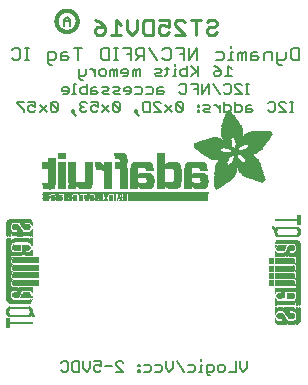
<source format=gbr>
G04 EAGLE Gerber RS-274X export*
G75*
%MOMM*%
%FSLAX34Y34*%
%LPD*%
%INSilkscreen Bottom*%
%IPPOS*%
%AMOC8*
5,1,8,0,0,1.08239X$1,22.5*%
G01*
%ADD10C,0.228600*%
%ADD11C,0.177800*%
%ADD12C,0.127000*%
%ADD13C,0.304800*%
%ADD14C,0.203200*%
%ADD15R,0.022863X0.462278*%
%ADD16R,0.022863X0.462281*%
%ADD17R,0.022863X0.436881*%
%ADD18R,0.023113X0.462278*%
%ADD19R,0.023113X0.462281*%
%ADD20R,0.023113X0.436881*%
%ADD21R,0.023116X0.462278*%
%ADD22R,0.023116X0.462281*%
%ADD23R,0.023116X0.436881*%
%ADD24R,0.023113X0.022863*%
%ADD25R,0.023116X0.091441*%
%ADD26R,0.023113X0.139700*%
%ADD27R,0.023116X0.185419*%
%ADD28R,0.023113X0.254000*%
%ADD29R,0.023113X0.299719*%
%ADD30R,0.023116X0.345438*%
%ADD31R,0.023113X0.391159*%
%ADD32R,0.023116X0.393700*%
%ADD33R,0.022863X0.325119*%
%ADD34R,0.022863X0.599438*%
%ADD35R,0.022863X0.622300*%
%ADD36R,0.022863X0.530859*%
%ADD37R,0.022863X0.439422*%
%ADD38R,0.022863X0.231138*%
%ADD39R,0.022863X0.071119*%
%ADD40R,0.022863X0.533400*%
%ADD41R,0.022863X0.208281*%
%ADD42R,0.023113X0.345441*%
%ADD43R,0.023113X0.576578*%
%ADD44R,0.023113X0.599438*%
%ADD45R,0.023113X0.508000*%
%ADD46R,0.023113X0.416563*%
%ADD47R,0.023113X0.208278*%
%ADD48R,0.023113X0.553722*%
%ADD49R,0.023113X0.208281*%
%ADD50R,0.023116X0.345441*%
%ADD51R,0.023116X0.530859*%
%ADD52R,0.023116X0.370841*%
%ADD53R,0.023116X0.162559*%
%ADD54R,0.023116X0.576581*%
%ADD55R,0.023116X0.208281*%
%ADD56R,0.023113X0.322578*%
%ADD57R,0.023113X0.485137*%
%ADD58R,0.023113X0.416559*%
%ADD59R,0.023113X0.347981*%
%ADD60R,0.023113X0.116838*%
%ADD61R,0.023113X0.647700*%
%ADD62R,0.023116X0.322581*%
%ADD63R,0.023116X0.485137*%
%ADD64R,0.023116X0.093978*%
%ADD65R,0.023116X0.231141*%
%ADD66R,0.023116X0.693419*%
%ADD67R,0.023113X0.322581*%
%ADD68R,0.023113X0.439419*%
%ADD69R,0.023113X0.370841*%
%ADD70R,0.023113X0.299722*%
%ADD71R,0.023113X0.045719*%
%ADD72R,0.023113X0.739138*%
%ADD73R,0.023113X0.414019*%
%ADD74R,0.023113X0.347978*%
%ADD75R,0.023113X0.762000*%
%ADD76R,0.023116X0.414019*%
%ADD77R,0.023116X0.182881*%
%ADD78R,0.023116X0.347978*%
%ADD79R,0.023116X0.276863*%
%ADD80R,0.023116X0.116841*%
%ADD81R,0.023116X0.276859*%
%ADD82R,0.023116X0.784863*%
%ADD83R,0.023113X0.325119*%
%ADD84R,0.023113X0.276863*%
%ADD85R,0.023113X0.276859*%
%ADD86R,0.023116X0.325119*%
%ADD87R,0.023116X0.391159*%
%ADD88R,0.023116X0.302259*%
%ADD89R,0.023116X0.254000*%
%ADD90R,0.023113X0.302259*%
%ADD91R,0.023113X0.393700*%
%ADD92R,0.023113X0.231141*%
%ADD93R,0.022863X0.302259*%
%ADD94R,0.022863X0.439419*%
%ADD95R,0.022863X0.368300*%
%ADD96R,0.022863X0.391159*%
%ADD97R,0.022863X0.416559*%
%ADD98R,0.022863X0.276863*%
%ADD99R,0.022863X0.205741*%
%ADD100R,0.023113X0.368300*%
%ADD101R,0.023113X0.205741*%
%ADD102R,0.023116X0.368300*%
%ADD103R,0.023116X0.205741*%
%ADD104R,0.023113X0.182881*%
%ADD105R,0.022863X0.276859*%
%ADD106R,0.022863X0.182881*%
%ADD107R,0.023113X0.924559*%
%ADD108R,0.023116X0.924559*%
%ADD109R,0.023113X0.901700*%
%ADD110R,0.023116X0.901700*%
%ADD111R,0.023113X0.878841*%
%ADD112R,0.023116X0.855981*%
%ADD113R,0.023113X0.833119*%
%ADD114R,0.022863X0.787400*%
%ADD115R,0.022863X0.414019*%
%ADD116R,0.022863X0.924559*%
%ADD117R,0.023113X0.739141*%
%ADD118R,0.023116X0.716281*%
%ADD119R,0.023116X0.299722*%
%ADD120R,0.023113X0.670559*%
%ADD121R,0.023116X0.647700*%
%ADD122R,0.023116X0.508000*%
%ADD123R,0.023116X0.299719*%
%ADD124R,0.023113X0.601981*%
%ADD125R,0.023113X0.530859*%
%ADD126R,0.023113X0.231138*%
%ADD127R,0.023113X0.556259*%
%ADD128R,0.023113X0.185419*%
%ADD129R,0.023116X0.533400*%
%ADD130R,0.023116X0.599438*%
%ADD131R,0.023116X0.416563*%
%ADD132R,0.023116X0.116838*%
%ADD133R,0.023113X0.485141*%
%ADD134R,0.023113X0.645159*%
%ADD135R,0.023113X0.716278*%
%ADD136R,0.022863X0.393700*%
%ADD137R,0.022863X0.762000*%
%ADD138R,0.022863X0.624841*%
%ADD139R,0.023113X0.784859*%
%ADD140R,0.023113X0.693422*%
%ADD141R,0.023116X0.830578*%
%ADD142R,0.023116X0.739141*%
%ADD143R,0.023113X0.876300*%
%ADD144R,0.023113X0.807722*%
%ADD145R,0.023116X0.899159*%
%ADD146R,0.023116X0.878841*%
%ADD147R,0.023113X0.922019*%
%ADD148R,0.023113X0.947419*%
%ADD149R,0.023116X0.970278*%
%ADD150R,0.023113X0.970278*%
%ADD151R,0.023116X0.439419*%
%ADD152R,0.022863X0.299722*%
%ADD153R,0.023116X0.416559*%
%ADD154R,0.023116X0.347981*%
%ADD155R,0.023113X0.137159*%
%ADD156R,0.023113X0.093978*%
%ADD157R,0.023113X0.091441*%
%ADD158R,0.023113X0.093981*%
%ADD159R,0.023113X0.114300*%
%ADD160R,0.023116X0.045719*%
%ADD161R,0.023116X0.045722*%
%ADD162R,0.023113X0.071119*%
%ADD163R,0.023113X0.116841*%
%ADD164R,0.023116X0.139700*%
%ADD165R,0.022863X0.322581*%
%ADD166R,0.022863X0.345441*%
%ADD167R,0.022863X0.162559*%
%ADD168R,0.022863X0.576581*%
%ADD169R,0.023113X0.668019*%
%ADD170R,0.023113X0.533400*%
%ADD171R,0.023116X1.455419*%
%ADD172R,0.023116X5.519419*%
%ADD173R,0.023113X1.455419*%
%ADD174R,0.023113X5.519419*%
%ADD175R,0.023116X5.494019*%
%ADD176R,0.023113X1.430019*%
%ADD177R,0.023113X5.494019*%
%ADD178R,0.023116X1.430019*%
%ADD179R,0.023116X5.471159*%
%ADD180R,0.023116X0.762000*%
%ADD181R,0.023113X1.407159*%
%ADD182R,0.023113X5.471159*%
%ADD183R,0.022863X1.384300*%
%ADD184R,0.022863X5.448300*%
%ADD185R,0.022863X0.716278*%
%ADD186R,0.022863X0.878841*%
%ADD187R,0.023113X1.361438*%
%ADD188R,0.023113X5.425438*%
%ADD189R,0.023116X1.338578*%
%ADD190R,0.023116X5.402578*%
%ADD191R,0.023116X0.624841*%
%ADD192R,0.023113X1.292859*%
%ADD193R,0.023113X5.356859*%
%ADD194R,0.023116X1.224278*%
%ADD195R,0.023116X5.288278*%
%ADD196R,6.839700X0.016800*%
%ADD197R,0.268300X0.016800*%
%ADD198R,0.268200X0.016800*%
%ADD199R,0.251500X0.016800*%
%ADD200R,0.301800X0.016800*%
%ADD201R,0.251400X0.016800*%
%ADD202R,0.285000X0.016800*%
%ADD203R,0.301700X0.016800*%
%ADD204R,0.419100X0.016800*%
%ADD205R,0.318500X0.016800*%
%ADD206R,0.586700X0.016800*%
%ADD207R,0.586800X0.016800*%
%ADD208R,6.839700X0.016700*%
%ADD209R,0.268300X0.016700*%
%ADD210R,0.251400X0.016700*%
%ADD211R,0.251500X0.016700*%
%ADD212R,0.301800X0.016700*%
%ADD213R,0.285000X0.016700*%
%ADD214R,0.301700X0.016700*%
%ADD215R,0.419100X0.016700*%
%ADD216R,0.318500X0.016700*%
%ADD217R,0.586700X0.016700*%
%ADD218R,0.586800X0.016700*%
%ADD219R,0.318600X0.016800*%
%ADD220R,0.569900X0.016800*%
%ADD221R,0.335300X0.016800*%
%ADD222R,0.234700X0.016800*%
%ADD223R,0.234700X0.016700*%
%ADD224R,0.016700X0.016700*%
%ADD225R,0.318600X0.016700*%
%ADD226R,0.569900X0.016700*%
%ADD227R,0.335300X0.016700*%
%ADD228R,0.217900X0.016800*%
%ADD229R,0.033500X0.016800*%
%ADD230R,0.570000X0.016800*%
%ADD231R,0.201100X0.016700*%
%ADD232R,0.050300X0.016700*%
%ADD233R,0.670500X0.016700*%
%ADD234R,1.005800X0.016700*%
%ADD235R,0.570000X0.016700*%
%ADD236R,0.201100X0.016800*%
%ADD237R,0.067000X0.016800*%
%ADD238R,0.670500X0.016800*%
%ADD239R,1.005800X0.016800*%
%ADD240R,0.184400X0.016800*%
%ADD241R,0.989000X0.016800*%
%ADD242R,0.184400X0.016700*%
%ADD243R,0.067000X0.016700*%
%ADD244R,0.989000X0.016700*%
%ADD245R,0.167600X0.016800*%
%ADD246R,0.083800X0.016800*%
%ADD247R,0.637000X0.016800*%
%ADD248R,0.955500X0.016800*%
%ADD249R,0.150800X0.016800*%
%ADD250R,0.100600X0.016800*%
%ADD251R,0.536400X0.016800*%
%ADD252R,0.854900X0.016800*%
%ADD253R,0.150800X0.016700*%
%ADD254R,0.100600X0.016700*%
%ADD255R,0.352000X0.016700*%
%ADD256R,0.435900X0.016700*%
%ADD257R,0.402400X0.016700*%
%ADD258R,0.368800X0.016700*%
%ADD259R,0.134100X0.016800*%
%ADD260R,0.117300X0.016800*%
%ADD261R,0.435900X0.016800*%
%ADD262R,0.368900X0.016800*%
%ADD263R,0.603500X0.016800*%
%ADD264R,0.134100X0.016700*%
%ADD265R,0.117300X0.016700*%
%ADD266R,0.452600X0.016700*%
%ADD267R,0.620300X0.016700*%
%ADD268R,0.284900X0.016800*%
%ADD269R,0.486200X0.016800*%
%ADD270R,0.653800X0.016800*%
%ADD271R,0.804700X0.016800*%
%ADD272R,0.150900X0.016700*%
%ADD273R,0.268200X0.016700*%
%ADD274R,0.737600X0.016700*%
%ADD275R,0.603500X0.016700*%
%ADD276R,0.922000X0.016700*%
%ADD277R,0.150900X0.016800*%
%ADD278R,0.821400X0.016800*%
%ADD279R,0.972300X0.016800*%
%ADD280R,0.989100X0.016800*%
%ADD281R,0.083800X0.016700*%
%ADD282R,0.167600X0.016700*%
%ADD283R,0.821400X0.016700*%
%ADD284R,0.989100X0.016700*%
%ADD285R,0.201200X0.016700*%
%ADD286R,0.050300X0.016800*%
%ADD287R,0.201200X0.016800*%
%ADD288R,0.217900X0.016700*%
%ADD289R,0.284900X0.016700*%
%ADD290R,0.352100X0.016800*%
%ADD291R,0.620300X0.016800*%
%ADD292R,0.385600X0.016800*%
%ADD293R,0.335200X0.016800*%
%ADD294R,0.385600X0.016700*%
%ADD295R,0.687400X0.016700*%
%ADD296R,13.998000X0.016800*%
%ADD297R,13.998000X0.016700*%
%ADD298R,0.637000X0.016700*%
%ADD299R,0.486100X0.016700*%
%ADD300R,0.637100X0.016700*%
%ADD301R,0.519700X0.016700*%
%ADD302R,0.536500X0.016700*%
%ADD303R,0.787900X0.016800*%
%ADD304R,0.687400X0.016800*%
%ADD305R,0.771200X0.016800*%
%ADD306R,0.637100X0.016800*%
%ADD307R,0.720800X0.016800*%
%ADD308R,0.704100X0.016800*%
%ADD309R,0.754400X0.016800*%
%ADD310R,0.838200X0.016700*%
%ADD311R,0.871800X0.016700*%
%ADD312R,0.871700X0.016700*%
%ADD313R,0.402400X0.016800*%
%ADD314R,0.922100X0.016800*%
%ADD315R,0.938800X0.016800*%
%ADD316R,0.938800X0.016700*%
%ADD317R,1.022600X0.016700*%
%ADD318R,0.972400X0.016700*%
%ADD319R,0.972300X0.016700*%
%ADD320R,0.469400X0.016800*%
%ADD321R,1.072900X0.016800*%
%ADD322R,1.022600X0.016800*%
%ADD323R,1.005900X0.016800*%
%ADD324R,0.502900X0.016800*%
%ADD325R,1.123200X0.016800*%
%ADD326R,1.056200X0.016800*%
%ADD327R,1.123100X0.016800*%
%ADD328R,1.139900X0.016700*%
%ADD329R,1.089600X0.016700*%
%ADD330R,0.553200X0.016800*%
%ADD331R,1.190200X0.016800*%
%ADD332R,1.190300X0.016800*%
%ADD333R,1.039400X0.016800*%
%ADD334R,1.223700X0.016800*%
%ADD335R,1.173500X0.016800*%
%ADD336R,1.223800X0.016800*%
%ADD337R,1.240500X0.016700*%
%ADD338R,1.173500X0.016700*%
%ADD339R,1.240600X0.016700*%
%ADD340R,1.190300X0.016700*%
%ADD341R,1.056200X0.016700*%
%ADD342R,1.274100X0.016800*%
%ADD343R,1.274000X0.016800*%
%ADD344R,1.307600X0.016800*%
%ADD345R,1.257300X0.016800*%
%ADD346R,1.324400X0.016800*%
%ADD347R,0.687300X0.016700*%
%ADD348R,1.324400X0.016700*%
%ADD349R,1.307500X0.016700*%
%ADD350R,1.274100X0.016700*%
%ADD351R,1.072900X0.016700*%
%ADD352R,2.011600X0.016800*%
%ADD353R,1.324300X0.016800*%
%ADD354R,1.978100X0.016800*%
%ADD355R,2.011600X0.016700*%
%ADD356R,1.357900X0.016700*%
%ADD357R,1.994900X0.016700*%
%ADD358R,1.341200X0.016700*%
%ADD359R,1.089700X0.016700*%
%ADD360R,0.754300X0.016800*%
%ADD361R,1.994900X0.016800*%
%ADD362R,1.995000X0.016800*%
%ADD363R,1.089700X0.016800*%
%ADD364R,0.787900X0.016700*%
%ADD365R,1.995000X0.016700*%
%ADD366R,2.028400X0.016800*%
%ADD367R,2.011700X0.016800*%
%ADD368R,1.106500X0.016800*%
%ADD369R,2.028400X0.016700*%
%ADD370R,2.011700X0.016700*%
%ADD371R,1.106500X0.016700*%
%ADD372R,0.888400X0.016800*%
%ADD373R,0.922000X0.016800*%
%ADD374R,0.938700X0.016700*%
%ADD375R,2.045200X0.016800*%
%ADD376R,0.938700X0.016800*%
%ADD377R,0.670600X0.016700*%
%ADD378R,0.888500X0.016700*%
%ADD379R,2.045200X0.016700*%
%ADD380R,0.888400X0.016700*%
%ADD381R,0.804600X0.016800*%
%ADD382R,2.028500X0.016800*%
%ADD383R,1.056100X0.016700*%
%ADD384R,0.771100X0.016700*%
%ADD385R,0.754300X0.016700*%
%ADD386R,2.028500X0.016700*%
%ADD387R,0.737700X0.016700*%
%ADD388R,1.072800X0.016800*%
%ADD389R,0.871700X0.016800*%
%ADD390R,0.737600X0.016800*%
%ADD391R,0.871800X0.016800*%
%ADD392R,1.089600X0.016800*%
%ADD393R,0.704000X0.016800*%
%ADD394R,0.687300X0.016800*%
%ADD395R,0.670600X0.016800*%
%ADD396R,1.123100X0.016700*%
%ADD397R,0.720800X0.016700*%
%ADD398R,0.653700X0.016700*%
%ADD399R,0.653800X0.016700*%
%ADD400R,1.139900X0.016800*%
%ADD401R,1.173400X0.016800*%
%ADD402R,1.190200X0.016700*%
%ADD403R,1.207000X0.016800*%
%ADD404R,1.240500X0.016800*%
%ADD405R,0.469400X0.016700*%
%ADD406R,1.274000X0.016700*%
%ADD407R,0.519600X0.016800*%
%ADD408R,1.341100X0.016800*%
%ADD409R,0.771200X0.016700*%
%ADD410R,1.374600X0.016700*%
%ADD411R,0.838200X0.016800*%
%ADD412R,1.391400X0.016800*%
%ADD413R,1.424900X0.016800*%
%ADD414R,1.441700X0.016700*%
%ADD415R,1.475200X0.016800*%
%ADD416R,1.491900X0.016700*%
%ADD417R,1.525500X0.016800*%
%ADD418R,1.559000X0.016700*%
%ADD419R,1.575800X0.016800*%
%ADD420R,1.307600X0.016700*%
%ADD421R,1.592500X0.016700*%
%ADD422R,1.374700X0.016800*%
%ADD423R,1.609300X0.016800*%
%ADD424R,1.408200X0.016800*%
%ADD425R,1.626100X0.016800*%
%ADD426R,1.626100X0.016700*%
%ADD427R,1.508800X0.016800*%
%ADD428R,1.659600X0.016800*%
%ADD429R,1.559000X0.016800*%
%ADD430R,1.676400X0.016800*%
%ADD431R,1.575800X0.016700*%
%ADD432R,1.676400X0.016700*%
%ADD433R,1.978100X0.016700*%
%ADD434R,1.693100X0.016800*%
%ADD435R,1.642800X0.016800*%
%ADD436R,1.709900X0.016800*%
%ADD437R,1.961300X0.016800*%
%ADD438R,1.726600X0.016700*%
%ADD439R,1.961300X0.016700*%
%ADD440R,1.693200X0.016800*%
%ADD441R,1.726600X0.016800*%
%ADD442R,1.944600X0.016800*%
%ADD443R,1.726700X0.016700*%
%ADD444R,1.743400X0.016700*%
%ADD445R,1.944600X0.016700*%
%ADD446R,1.726700X0.016800*%
%ADD447R,1.760200X0.016800*%
%ADD448R,1.927800X0.016800*%
%ADD449R,1.911000X0.016800*%
%ADD450R,1.793700X0.016700*%
%ADD451R,1.776900X0.016700*%
%ADD452R,1.911100X0.016700*%
%ADD453R,1.894300X0.016700*%
%ADD454R,1.793800X0.016800*%
%ADD455R,1.776900X0.016800*%
%ADD456R,1.911100X0.016800*%
%ADD457R,1.894300X0.016800*%
%ADD458R,1.827300X0.016800*%
%ADD459R,1.810500X0.016800*%
%ADD460R,1.877500X0.016800*%
%ADD461R,1.844100X0.016700*%
%ADD462R,1.810500X0.016700*%
%ADD463R,1.860800X0.016700*%
%ADD464R,1.844000X0.016700*%
%ADD465R,1.860900X0.016800*%
%ADD466R,1.844000X0.016800*%
%ADD467R,1.827200X0.016800*%
%ADD468R,1.860800X0.016800*%
%ADD469R,1.793700X0.016800*%
%ADD470R,1.877600X0.016700*%
%ADD471R,1.827200X0.016700*%
%ADD472R,1.927800X0.016700*%
%ADD473R,1.927900X0.016800*%
%ADD474R,1.944700X0.016700*%
%ADD475R,1.877500X0.016700*%
%ADD476R,1.961400X0.016800*%
%ADD477R,1.961400X0.016700*%
%ADD478R,1.978200X0.016800*%
%ADD479R,1.911000X0.016700*%
%ADD480R,0.620200X0.016800*%
%ADD481R,1.425000X0.016800*%
%ADD482R,0.620200X0.016700*%
%ADD483R,1.425000X0.016700*%
%ADD484R,0.653700X0.016800*%
%ADD485R,0.704100X0.016700*%
%ADD486R,0.804700X0.016700*%
%ADD487R,0.905200X0.016800*%
%ADD488R,1.894400X0.016800*%
%ADD489R,1.927900X0.016700*%
%ADD490R,1.877600X0.016800*%
%ADD491R,3.889300X0.016800*%
%ADD492R,3.872500X0.016700*%
%ADD493R,3.872500X0.016800*%
%ADD494R,3.855700X0.016700*%
%ADD495R,0.754400X0.016700*%
%ADD496R,3.855700X0.016800*%
%ADD497R,3.839000X0.016800*%
%ADD498R,0.720900X0.016800*%
%ADD499R,3.822200X0.016700*%
%ADD500R,2.715700X0.016800*%
%ADD501R,2.632000X0.016800*%
%ADD502R,1.290800X0.016800*%
%ADD503R,2.615200X0.016700*%
%ADD504R,1.257300X0.016700*%
%ADD505R,2.581700X0.016800*%
%ADD506R,1.240600X0.016800*%
%ADD507R,2.564900X0.016800*%
%ADD508R,1.760300X0.016800*%
%ADD509R,2.531400X0.016700*%
%ADD510R,1.156700X0.016700*%
%ADD511R,2.514600X0.016800*%
%ADD512R,0.955600X0.016800*%
%ADD513R,2.497800X0.016800*%
%ADD514R,1.659700X0.016800*%
%ADD515R,2.464300X0.016700*%
%ADD516R,1.039300X0.016700*%
%ADD517R,2.447500X0.016800*%
%ADD518R,1.592500X0.016800*%
%ADD519R,0.536500X0.016800*%
%ADD520R,2.430800X0.016700*%
%ADD521R,1.559100X0.016700*%
%ADD522R,1.542300X0.016700*%
%ADD523R,0.502900X0.016700*%
%ADD524R,2.414000X0.016800*%
%ADD525R,0.905300X0.016800*%
%ADD526R,1.508700X0.016800*%
%ADD527R,0.888500X0.016800*%
%ADD528R,2.397300X0.016800*%
%ADD529R,1.441700X0.016800*%
%ADD530R,0.452700X0.016800*%
%ADD531R,1.290900X0.016700*%
%ADD532R,1.156700X0.016800*%
%ADD533R,0.855000X0.016800*%
%ADD534R,1.123200X0.016700*%
%ADD535R,0.720900X0.016700*%
%ADD536R,1.106400X0.016800*%
%ADD537R,1.106400X0.016700*%
%ADD538R,0.771100X0.016800*%
%ADD539R,0.435800X0.016700*%
%ADD540R,1.592600X0.016700*%
%ADD541R,0.435800X0.016800*%
%ADD542R,1.642900X0.016800*%
%ADD543R,0.402300X0.016800*%
%ADD544R,1.793800X0.016700*%
%ADD545R,0.368800X0.016800*%
%ADD546R,1.056100X0.016800*%
%ADD547R,1.039400X0.016700*%
%ADD548R,2.078800X0.016800*%
%ADD549R,0.335200X0.016700*%
%ADD550R,2.145800X0.016700*%
%ADD551R,2.162600X0.016800*%
%ADD552R,0.352000X0.016800*%
%ADD553R,2.212800X0.016800*%
%ADD554R,2.279900X0.016700*%
%ADD555R,2.330200X0.016800*%
%ADD556R,2.799500X0.016800*%
%ADD557R,2.816300X0.016700*%
%ADD558R,0.955500X0.016700*%
%ADD559R,2.849900X0.016800*%
%ADD560R,2.916900X0.016800*%
%ADD561R,4.224500X0.016700*%
%ADD562R,4.291600X0.016800*%
%ADD563R,4.409000X0.016800*%
%ADD564R,4.509500X0.016700*%
%ADD565R,4.526300X0.016800*%
%ADD566R,4.626800X0.016700*%
%ADD567R,4.693900X0.016800*%
%ADD568R,4.727400X0.016800*%
%ADD569R,2.548200X0.016700*%
%ADD570R,2.179300X0.016700*%
%ADD571R,2.430800X0.016800*%
%ADD572R,2.414000X0.016700*%
%ADD573R,2.414100X0.016800*%
%ADD574R,2.430700X0.016700*%
%ADD575R,2.447600X0.016700*%
%ADD576R,1.559100X0.016800*%
%ADD577R,1.525500X0.016700*%
%ADD578R,1.492000X0.016800*%
%ADD579R,1.491900X0.016800*%
%ADD580R,1.458500X0.016700*%
%ADD581R,2.061900X0.016800*%
%ADD582R,1.408100X0.016700*%
%ADD583R,0.905200X0.016700*%
%ADD584R,2.112300X0.016700*%
%ADD585R,2.179300X0.016800*%
%ADD586R,1.408200X0.016700*%
%ADD587R,2.212900X0.016700*%
%ADD588R,1.140000X0.016800*%
%ADD589R,3.319300X0.016800*%
%ADD590R,1.374700X0.016700*%
%ADD591R,0.402300X0.016700*%
%ADD592R,3.302500X0.016700*%
%ADD593R,3.285700X0.016800*%
%ADD594R,1.357900X0.016800*%
%ADD595R,3.269000X0.016800*%
%ADD596R,3.285800X0.016700*%
%ADD597R,3.268900X0.016800*%
%ADD598R,0.452700X0.016700*%
%ADD599R,3.268900X0.016700*%
%ADD600R,1.391400X0.016700*%
%ADD601R,3.269000X0.016700*%
%ADD602R,1.374600X0.016800*%
%ADD603R,0.519700X0.016800*%
%ADD604R,3.252200X0.016800*%
%ADD605R,3.235400X0.016800*%
%ADD606R,3.235400X0.016700*%
%ADD607R,3.218600X0.016800*%
%ADD608R,3.201900X0.016800*%
%ADD609R,3.201900X0.016700*%
%ADD610R,1.458500X0.016800*%
%ADD611R,1.525600X0.016800*%
%ADD612R,3.185100X0.016800*%
%ADD613R,2.531300X0.016700*%
%ADD614R,3.168400X0.016700*%
%ADD615R,2.531300X0.016800*%
%ADD616R,3.151600X0.016800*%
%ADD617R,2.548100X0.016800*%
%ADD618R,3.134900X0.016800*%
%ADD619R,2.564900X0.016700*%
%ADD620R,3.118100X0.016700*%
%ADD621R,2.581600X0.016800*%
%ADD622R,3.101400X0.016800*%
%ADD623R,2.598400X0.016700*%
%ADD624R,3.067900X0.016700*%
%ADD625R,2.598400X0.016800*%
%ADD626R,3.034300X0.016800*%
%ADD627R,2.615100X0.016800*%
%ADD628R,3.000800X0.016800*%
%ADD629R,2.631900X0.016700*%
%ADD630R,2.950500X0.016700*%
%ADD631R,2.648700X0.016800*%
%ADD632R,2.900200X0.016800*%
%ADD633R,2.665500X0.016800*%
%ADD634R,2.682200X0.016700*%
%ADD635R,2.799600X0.016700*%
%ADD636R,2.699000X0.016800*%
%ADD637R,2.732500X0.016800*%
%ADD638R,2.749300X0.016700*%
%ADD639R,2.632000X0.016700*%
%ADD640R,2.749300X0.016800*%
%ADD641R,2.766100X0.016700*%
%ADD642R,2.766100X0.016800*%
%ADD643R,2.481100X0.016800*%
%ADD644R,2.782900X0.016800*%
%ADD645R,2.380500X0.016700*%
%ADD646R,2.833100X0.016800*%
%ADD647R,1.592600X0.016800*%
%ADD648R,2.849900X0.016700*%
%ADD649R,2.883400X0.016800*%
%ADD650R,2.917000X0.016700*%
%ADD651R,2.933700X0.016800*%
%ADD652R,2.967200X0.016800*%
%ADD653R,2.967200X0.016700*%
%ADD654R,3.017500X0.016700*%
%ADD655R,3.051000X0.016800*%
%ADD656R,0.788000X0.016800*%
%ADD657R,3.084600X0.016800*%
%ADD658R,2.397300X0.016700*%
%ADD659R,2.397200X0.016800*%
%ADD660R,1.760200X0.016700*%
%ADD661R,2.397200X0.016700*%
%ADD662R,1.827300X0.016700*%
%ADD663R,2.380500X0.016800*%
%ADD664R,2.363700X0.016800*%
%ADD665R,2.363700X0.016700*%
%ADD666R,2.346900X0.016800*%
%ADD667R,2.296600X0.016700*%
%ADD668R,2.279900X0.016800*%
%ADD669R,2.246300X0.016800*%
%ADD670R,2.229600X0.016700*%
%ADD671R,2.129100X0.016800*%
%ADD672R,2.112300X0.016800*%
%ADD673R,1.609300X0.016700*%
%ADD674R,1.743400X0.016800*%
%ADD675R,1.693100X0.016700*%
%ADD676R,1.659700X0.016700*%
%ADD677R,1.575900X0.016800*%
%ADD678R,1.575900X0.016700*%
%ADD679R,1.475200X0.016700*%
%ADD680R,1.324300X0.016700*%
%ADD681R,1.290800X0.016700*%
%ADD682R,1.207000X0.016700*%
%ADD683R,0.854900X0.016700*%
%ADD684R,0.821500X0.016700*%
%ADD685R,0.821500X0.016800*%
%ADD686R,0.218000X0.016800*%


D10*
X171813Y300068D02*
X173889Y302144D01*
X178041Y302144D01*
X180117Y300068D01*
X180117Y297991D01*
X178041Y295915D01*
X173889Y295915D01*
X171813Y293839D01*
X171813Y291763D01*
X173889Y289687D01*
X178041Y289687D01*
X180117Y291763D01*
X162400Y289687D02*
X162400Y302144D01*
X166552Y302144D02*
X158248Y302144D01*
X152987Y289687D02*
X144683Y289687D01*
X152987Y289687D02*
X144683Y297991D01*
X144683Y300068D01*
X146759Y302144D01*
X150911Y302144D01*
X152987Y300068D01*
X139422Y302144D02*
X131118Y302144D01*
X139422Y302144D02*
X139422Y295915D01*
X135270Y297991D01*
X133194Y297991D01*
X131118Y295915D01*
X131118Y291763D01*
X133194Y289687D01*
X137346Y289687D01*
X139422Y291763D01*
X125857Y289687D02*
X125857Y302144D01*
X125857Y289687D02*
X119629Y289687D01*
X117553Y291763D01*
X117553Y300068D01*
X119629Y302144D01*
X125857Y302144D01*
X112292Y302144D02*
X112292Y293839D01*
X108140Y289687D01*
X103988Y293839D01*
X103988Y302144D01*
X98727Y297991D02*
X94575Y302144D01*
X94575Y289687D01*
X98727Y289687D02*
X90423Y289687D01*
X81010Y300068D02*
X76858Y302144D01*
X81010Y300068D02*
X85162Y295915D01*
X85162Y291763D01*
X83086Y289687D01*
X78934Y289687D01*
X76858Y291763D01*
X76858Y293839D01*
X78934Y295915D01*
X85162Y295915D01*
D11*
X249600Y278266D02*
X249600Y267843D01*
X244388Y267843D01*
X242651Y269580D01*
X242651Y276529D01*
X244388Y278266D01*
X249600Y278266D01*
X238373Y274792D02*
X238373Y269580D01*
X236636Y267843D01*
X231425Y267843D01*
X231425Y266106D02*
X231425Y274792D01*
X231425Y266106D02*
X233162Y264369D01*
X234899Y264369D01*
X227147Y267843D02*
X227147Y274792D01*
X221936Y274792D01*
X220199Y273054D01*
X220199Y267843D01*
X214184Y274792D02*
X210709Y274792D01*
X208972Y273054D01*
X208972Y267843D01*
X214184Y267843D01*
X215921Y269580D01*
X214184Y271317D01*
X208972Y271317D01*
X204695Y267843D02*
X204695Y274792D01*
X202958Y274792D01*
X201220Y273054D01*
X201220Y267843D01*
X201220Y273054D02*
X199483Y274792D01*
X197746Y273054D01*
X197746Y267843D01*
X193468Y274792D02*
X191731Y274792D01*
X191731Y267843D01*
X193468Y267843D02*
X189994Y267843D01*
X191731Y278266D02*
X191731Y280003D01*
X184247Y274792D02*
X179036Y274792D01*
X184247Y274792D02*
X185984Y273054D01*
X185984Y269580D01*
X184247Y267843D01*
X179036Y267843D01*
X163532Y267843D02*
X163532Y278266D01*
X156583Y267843D01*
X156583Y278266D01*
X152306Y278266D02*
X152306Y267843D01*
X152306Y278266D02*
X145357Y278266D01*
X148831Y273054D02*
X152306Y273054D01*
X135868Y278266D02*
X134131Y276529D01*
X135868Y278266D02*
X139342Y278266D01*
X141079Y276529D01*
X141079Y269580D01*
X139342Y267843D01*
X135868Y267843D01*
X134131Y269580D01*
X129853Y267843D02*
X122905Y278266D01*
X118627Y278266D02*
X118627Y267843D01*
X118627Y278266D02*
X113416Y278266D01*
X111678Y276529D01*
X111678Y273054D01*
X113416Y271317D01*
X118627Y271317D01*
X115153Y271317D02*
X111678Y267843D01*
X107401Y267843D02*
X107401Y278266D01*
X100452Y278266D01*
X103927Y273054D02*
X107401Y273054D01*
X96175Y267843D02*
X92700Y267843D01*
X94437Y267843D02*
X94437Y278266D01*
X92700Y278266D02*
X96175Y278266D01*
X88690Y278266D02*
X88690Y267843D01*
X83479Y267843D01*
X81742Y269580D01*
X81742Y276529D01*
X83479Y278266D01*
X88690Y278266D01*
X62764Y278266D02*
X62764Y267843D01*
X66238Y278266D02*
X59289Y278266D01*
X53275Y274792D02*
X49800Y274792D01*
X48063Y273054D01*
X48063Y267843D01*
X53275Y267843D01*
X55012Y269580D01*
X53275Y271317D01*
X48063Y271317D01*
X40311Y264369D02*
X38574Y264369D01*
X36837Y266106D01*
X36837Y274792D01*
X42048Y274792D01*
X43786Y273054D01*
X43786Y269580D01*
X42048Y267843D01*
X36837Y267843D01*
X21333Y267843D02*
X17859Y267843D01*
X19596Y267843D02*
X19596Y278266D01*
X21333Y278266D02*
X17859Y278266D01*
X8638Y278266D02*
X6900Y276529D01*
X8638Y278266D02*
X12112Y278266D01*
X13849Y276529D01*
X13849Y269580D01*
X12112Y267843D01*
X8638Y267843D01*
X6900Y269580D01*
D12*
X189665Y263533D02*
X192631Y260567D01*
X189665Y263533D02*
X189665Y254635D01*
X192631Y254635D02*
X186699Y254635D01*
X180310Y262050D02*
X177344Y263533D01*
X180310Y262050D02*
X183276Y259084D01*
X183276Y256118D01*
X181793Y254635D01*
X178827Y254635D01*
X177344Y256118D01*
X177344Y257601D01*
X178827Y259084D01*
X183276Y259084D01*
X164565Y263533D02*
X164565Y254635D01*
X164565Y257601D02*
X158634Y263533D01*
X163083Y259084D02*
X158634Y254635D01*
X155210Y254635D02*
X155210Y263533D01*
X155210Y254635D02*
X150761Y254635D01*
X149279Y256118D01*
X149279Y259084D01*
X150761Y260567D01*
X155210Y260567D01*
X145855Y260567D02*
X144372Y260567D01*
X144372Y254635D01*
X145855Y254635D02*
X142889Y254635D01*
X144372Y263533D02*
X144372Y265016D01*
X138135Y262050D02*
X138135Y256118D01*
X136652Y254635D01*
X136652Y260567D02*
X139618Y260567D01*
X133381Y254635D02*
X128933Y254635D01*
X127450Y256118D01*
X128933Y257601D01*
X131899Y257601D01*
X133381Y259084D01*
X131899Y260567D01*
X127450Y260567D01*
X114671Y260567D02*
X114671Y254635D01*
X114671Y260567D02*
X113188Y260567D01*
X111705Y259084D01*
X111705Y254635D01*
X111705Y259084D02*
X110222Y260567D01*
X108739Y259084D01*
X108739Y254635D01*
X103833Y254635D02*
X100867Y254635D01*
X103833Y254635D02*
X105316Y256118D01*
X105316Y259084D01*
X103833Y260567D01*
X100867Y260567D01*
X99384Y259084D01*
X99384Y257601D01*
X105316Y257601D01*
X95961Y254635D02*
X95961Y260567D01*
X94478Y260567D01*
X92995Y259084D01*
X92995Y254635D01*
X92995Y259084D02*
X91512Y260567D01*
X90029Y259084D01*
X90029Y254635D01*
X85123Y254635D02*
X82157Y254635D01*
X80674Y256118D01*
X80674Y259084D01*
X82157Y260567D01*
X85123Y260567D01*
X86606Y259084D01*
X86606Y256118D01*
X85123Y254635D01*
X77250Y254635D02*
X77250Y260567D01*
X74285Y260567D02*
X77250Y257601D01*
X74285Y260567D02*
X72802Y260567D01*
X69454Y260567D02*
X69454Y256118D01*
X67971Y254635D01*
X63523Y254635D01*
X63523Y253152D02*
X63523Y260567D01*
X63523Y253152D02*
X65006Y251669D01*
X66489Y251669D01*
X204478Y239395D02*
X207443Y239395D01*
X205960Y239395D02*
X205960Y248293D01*
X204478Y248293D02*
X207443Y248293D01*
X201207Y239395D02*
X195275Y239395D01*
X201207Y239395D02*
X195275Y245327D01*
X195275Y246810D01*
X196758Y248293D01*
X199724Y248293D01*
X201207Y246810D01*
X187403Y248293D02*
X185920Y246810D01*
X187403Y248293D02*
X190368Y248293D01*
X191851Y246810D01*
X191851Y240878D01*
X190368Y239395D01*
X187403Y239395D01*
X185920Y240878D01*
X182496Y239395D02*
X176564Y248293D01*
X173141Y248293D02*
X173141Y239395D01*
X167209Y239395D02*
X173141Y248293D01*
X167209Y248293D02*
X167209Y239395D01*
X163786Y239395D02*
X163786Y248293D01*
X157854Y248293D01*
X160820Y243844D02*
X163786Y243844D01*
X149982Y248293D02*
X148499Y246810D01*
X149982Y248293D02*
X152948Y248293D01*
X154431Y246810D01*
X154431Y240878D01*
X152948Y239395D01*
X149982Y239395D01*
X148499Y240878D01*
X134237Y245327D02*
X131271Y245327D01*
X129789Y243844D01*
X129789Y239395D01*
X134237Y239395D01*
X135720Y240878D01*
X134237Y242361D01*
X129789Y242361D01*
X124882Y245327D02*
X120433Y245327D01*
X124882Y245327D02*
X126365Y243844D01*
X126365Y240878D01*
X124882Y239395D01*
X120433Y239395D01*
X115527Y245327D02*
X111078Y245327D01*
X115527Y245327D02*
X117010Y243844D01*
X117010Y240878D01*
X115527Y239395D01*
X111078Y239395D01*
X106172Y239395D02*
X103206Y239395D01*
X106172Y239395D02*
X107655Y240878D01*
X107655Y243844D01*
X106172Y245327D01*
X103206Y245327D01*
X101723Y243844D01*
X101723Y242361D01*
X107655Y242361D01*
X98300Y239395D02*
X93851Y239395D01*
X92368Y240878D01*
X93851Y242361D01*
X96817Y242361D01*
X98300Y243844D01*
X96817Y245327D01*
X92368Y245327D01*
X88944Y239395D02*
X84496Y239395D01*
X83013Y240878D01*
X84496Y242361D01*
X87461Y242361D01*
X88944Y243844D01*
X87461Y245327D01*
X83013Y245327D01*
X78106Y245327D02*
X75140Y245327D01*
X73657Y243844D01*
X73657Y239395D01*
X78106Y239395D01*
X79589Y240878D01*
X78106Y242361D01*
X73657Y242361D01*
X70234Y239395D02*
X70234Y248293D01*
X70234Y239395D02*
X65785Y239395D01*
X64302Y240878D01*
X64302Y243844D01*
X65785Y245327D01*
X70234Y245327D01*
X60879Y248293D02*
X59396Y248293D01*
X59396Y239395D01*
X60879Y239395D02*
X57913Y239395D01*
X53159Y239395D02*
X50193Y239395D01*
X53159Y239395D02*
X54642Y240878D01*
X54642Y243844D01*
X53159Y245327D01*
X50193Y245327D01*
X48710Y243844D01*
X48710Y242361D01*
X54642Y242361D01*
X241898Y224155D02*
X244864Y224155D01*
X243381Y224155D02*
X243381Y233053D01*
X244864Y233053D02*
X241898Y233053D01*
X238627Y224155D02*
X232696Y224155D01*
X238627Y224155D02*
X232696Y230087D01*
X232696Y231570D01*
X234179Y233053D01*
X237144Y233053D01*
X238627Y231570D01*
X224823Y233053D02*
X223340Y231570D01*
X224823Y233053D02*
X227789Y233053D01*
X229272Y231570D01*
X229272Y225638D01*
X227789Y224155D01*
X224823Y224155D01*
X223340Y225638D01*
X209079Y230087D02*
X206113Y230087D01*
X204630Y228604D01*
X204630Y224155D01*
X209079Y224155D01*
X210562Y225638D01*
X209079Y227121D01*
X204630Y227121D01*
X195275Y224155D02*
X195275Y233053D01*
X195275Y224155D02*
X199724Y224155D01*
X201207Y225638D01*
X201207Y228604D01*
X199724Y230087D01*
X195275Y230087D01*
X185920Y233053D02*
X185920Y224155D01*
X190369Y224155D01*
X191851Y225638D01*
X191851Y228604D01*
X190369Y230087D01*
X185920Y230087D01*
X182496Y230087D02*
X182496Y224155D01*
X182496Y227121D02*
X179530Y230087D01*
X178047Y230087D01*
X174700Y224155D02*
X170251Y224155D01*
X168769Y225638D01*
X170251Y227121D01*
X173217Y227121D01*
X174700Y228604D01*
X173217Y230087D01*
X168769Y230087D01*
X165345Y230087D02*
X163862Y230087D01*
X163862Y228604D01*
X165345Y228604D01*
X165345Y230087D01*
X165345Y225638D02*
X163862Y225638D01*
X163862Y224155D01*
X165345Y224155D01*
X165345Y225638D01*
X151312Y225638D02*
X151312Y231570D01*
X149829Y233053D01*
X146864Y233053D01*
X145381Y231570D01*
X145381Y225638D01*
X146864Y224155D01*
X149829Y224155D01*
X151312Y225638D01*
X145381Y231570D01*
X141957Y230087D02*
X136025Y224155D01*
X141957Y224155D02*
X136025Y230087D01*
X132602Y224155D02*
X126670Y224155D01*
X132602Y224155D02*
X126670Y230087D01*
X126670Y231570D01*
X128153Y233053D01*
X131119Y233053D01*
X132602Y231570D01*
X123247Y233053D02*
X123247Y224155D01*
X118798Y224155D01*
X117315Y225638D01*
X117315Y231570D01*
X118798Y233053D01*
X123247Y233053D01*
X113892Y221189D02*
X110926Y224155D01*
X110926Y225638D01*
X112409Y225638D01*
X112409Y224155D01*
X110926Y224155D01*
X98300Y225638D02*
X98300Y231570D01*
X96817Y233053D01*
X93851Y233053D01*
X92368Y231570D01*
X92368Y225638D01*
X93851Y224155D01*
X96817Y224155D01*
X98300Y225638D01*
X92368Y231570D01*
X88944Y230087D02*
X83013Y224155D01*
X88944Y224155D02*
X83013Y230087D01*
X79589Y233053D02*
X73657Y233053D01*
X79589Y233053D02*
X79589Y228604D01*
X76623Y230087D01*
X75140Y230087D01*
X73657Y228604D01*
X73657Y225638D01*
X75140Y224155D01*
X78106Y224155D01*
X79589Y225638D01*
X70234Y231570D02*
X68751Y233053D01*
X65785Y233053D01*
X64302Y231570D01*
X64302Y230087D01*
X65785Y228604D01*
X67268Y228604D01*
X65785Y228604D02*
X64302Y227121D01*
X64302Y225638D01*
X65785Y224155D01*
X68751Y224155D01*
X70234Y225638D01*
X60879Y221189D02*
X57913Y224155D01*
X57913Y225638D01*
X59396Y225638D01*
X59396Y224155D01*
X57913Y224155D01*
X45287Y225638D02*
X45287Y231570D01*
X43804Y233053D01*
X40838Y233053D01*
X39355Y231570D01*
X39355Y225638D01*
X40838Y224155D01*
X43804Y224155D01*
X45287Y225638D01*
X39355Y231570D01*
X35932Y230087D02*
X30000Y224155D01*
X35932Y224155D02*
X30000Y230087D01*
X26576Y233053D02*
X20645Y233053D01*
X26576Y233053D02*
X26576Y228604D01*
X23611Y230087D01*
X22128Y230087D01*
X20645Y228604D01*
X20645Y225638D01*
X22128Y224155D01*
X25094Y224155D01*
X26576Y225638D01*
X17221Y233053D02*
X11290Y233053D01*
X11290Y231570D01*
X17221Y225638D01*
X17221Y224155D01*
X205394Y13343D02*
X205394Y7411D01*
X202428Y4445D01*
X199462Y7411D01*
X199462Y13343D01*
X196039Y13343D02*
X196039Y4445D01*
X190107Y4445D01*
X185200Y4445D02*
X182235Y4445D01*
X180752Y5928D01*
X180752Y8894D01*
X182235Y10377D01*
X185200Y10377D01*
X186683Y8894D01*
X186683Y5928D01*
X185200Y4445D01*
X174362Y1479D02*
X172879Y1479D01*
X171396Y2962D01*
X171396Y10377D01*
X175845Y10377D01*
X177328Y8894D01*
X177328Y5928D01*
X175845Y4445D01*
X171396Y4445D01*
X167973Y10377D02*
X166490Y10377D01*
X166490Y4445D01*
X167973Y4445D02*
X165007Y4445D01*
X166490Y13343D02*
X166490Y14826D01*
X160253Y10377D02*
X155805Y10377D01*
X160253Y10377D02*
X161736Y8894D01*
X161736Y5928D01*
X160253Y4445D01*
X155805Y4445D01*
X152381Y4445D02*
X146449Y13343D01*
X143026Y13343D02*
X143026Y7411D01*
X140060Y4445D01*
X137094Y7411D01*
X137094Y13343D01*
X132188Y10377D02*
X127739Y10377D01*
X132188Y10377D02*
X133671Y8894D01*
X133671Y5928D01*
X132188Y4445D01*
X127739Y4445D01*
X122833Y10377D02*
X118384Y10377D01*
X122833Y10377D02*
X124315Y8894D01*
X124315Y5928D01*
X122833Y4445D01*
X118384Y4445D01*
X114960Y10377D02*
X113477Y10377D01*
X113477Y8894D01*
X114960Y8894D01*
X114960Y10377D01*
X114960Y5928D02*
X113477Y5928D01*
X113477Y4445D01*
X114960Y4445D01*
X114960Y5928D01*
X100928Y4445D02*
X94996Y4445D01*
X100928Y4445D02*
X94996Y10377D01*
X94996Y11860D01*
X96479Y13343D01*
X99445Y13343D01*
X100928Y11860D01*
X91572Y8894D02*
X85641Y8894D01*
X82217Y13343D02*
X76285Y13343D01*
X82217Y13343D02*
X82217Y8894D01*
X79251Y10377D01*
X77768Y10377D01*
X76285Y8894D01*
X76285Y5928D01*
X77768Y4445D01*
X80734Y4445D01*
X82217Y5928D01*
X72862Y7411D02*
X72862Y13343D01*
X72862Y7411D02*
X69896Y4445D01*
X66930Y7411D01*
X66930Y13343D01*
X63507Y13343D02*
X63507Y4445D01*
X59058Y4445D01*
X57575Y5928D01*
X57575Y11860D01*
X59058Y13343D01*
X63507Y13343D01*
X49703Y13343D02*
X48220Y11860D01*
X49703Y13343D02*
X52669Y13343D01*
X54152Y11860D01*
X54152Y5928D01*
X52669Y4445D01*
X49703Y4445D01*
X48220Y5928D01*
D13*
X44360Y300990D02*
X44363Y301210D01*
X44371Y301431D01*
X44384Y301651D01*
X44403Y301870D01*
X44428Y302089D01*
X44457Y302308D01*
X44492Y302525D01*
X44533Y302742D01*
X44578Y302958D01*
X44629Y303172D01*
X44685Y303385D01*
X44747Y303597D01*
X44813Y303807D01*
X44885Y304015D01*
X44962Y304222D01*
X45044Y304426D01*
X45130Y304629D01*
X45222Y304829D01*
X45319Y305028D01*
X45420Y305223D01*
X45527Y305416D01*
X45638Y305607D01*
X45753Y305794D01*
X45873Y305979D01*
X45998Y306161D01*
X46127Y306339D01*
X46261Y306515D01*
X46398Y306687D01*
X46540Y306855D01*
X46686Y307021D01*
X46836Y307182D01*
X46990Y307340D01*
X47148Y307494D01*
X47309Y307644D01*
X47475Y307790D01*
X47643Y307932D01*
X47815Y308069D01*
X47991Y308203D01*
X48169Y308332D01*
X48351Y308457D01*
X48536Y308577D01*
X48723Y308692D01*
X48914Y308803D01*
X49107Y308910D01*
X49302Y309011D01*
X49501Y309108D01*
X49701Y309200D01*
X49904Y309286D01*
X50108Y309368D01*
X50315Y309445D01*
X50523Y309517D01*
X50733Y309583D01*
X50945Y309645D01*
X51158Y309701D01*
X51372Y309752D01*
X51588Y309797D01*
X51805Y309838D01*
X52022Y309873D01*
X52241Y309902D01*
X52460Y309927D01*
X52679Y309946D01*
X52899Y309959D01*
X53120Y309967D01*
X53340Y309970D01*
X53560Y309967D01*
X53781Y309959D01*
X54001Y309946D01*
X54220Y309927D01*
X54439Y309902D01*
X54658Y309873D01*
X54875Y309838D01*
X55092Y309797D01*
X55308Y309752D01*
X55522Y309701D01*
X55735Y309645D01*
X55947Y309583D01*
X56157Y309517D01*
X56365Y309445D01*
X56572Y309368D01*
X56776Y309286D01*
X56979Y309200D01*
X57179Y309108D01*
X57378Y309011D01*
X57573Y308910D01*
X57766Y308803D01*
X57957Y308692D01*
X58144Y308577D01*
X58329Y308457D01*
X58511Y308332D01*
X58689Y308203D01*
X58865Y308069D01*
X59037Y307932D01*
X59205Y307790D01*
X59371Y307644D01*
X59532Y307494D01*
X59690Y307340D01*
X59844Y307182D01*
X59994Y307021D01*
X60140Y306855D01*
X60282Y306687D01*
X60419Y306515D01*
X60553Y306339D01*
X60682Y306161D01*
X60807Y305979D01*
X60927Y305794D01*
X61042Y305607D01*
X61153Y305416D01*
X61260Y305223D01*
X61361Y305028D01*
X61458Y304829D01*
X61550Y304629D01*
X61636Y304426D01*
X61718Y304222D01*
X61795Y304015D01*
X61867Y303807D01*
X61933Y303597D01*
X61995Y303385D01*
X62051Y303172D01*
X62102Y302958D01*
X62147Y302742D01*
X62188Y302525D01*
X62223Y302308D01*
X62252Y302089D01*
X62277Y301870D01*
X62296Y301651D01*
X62309Y301431D01*
X62317Y301210D01*
X62320Y300990D01*
X62317Y300770D01*
X62309Y300549D01*
X62296Y300329D01*
X62277Y300110D01*
X62252Y299891D01*
X62223Y299672D01*
X62188Y299455D01*
X62147Y299238D01*
X62102Y299022D01*
X62051Y298808D01*
X61995Y298595D01*
X61933Y298383D01*
X61867Y298173D01*
X61795Y297965D01*
X61718Y297758D01*
X61636Y297554D01*
X61550Y297351D01*
X61458Y297151D01*
X61361Y296952D01*
X61260Y296757D01*
X61153Y296564D01*
X61042Y296373D01*
X60927Y296186D01*
X60807Y296001D01*
X60682Y295819D01*
X60553Y295641D01*
X60419Y295465D01*
X60282Y295293D01*
X60140Y295125D01*
X59994Y294959D01*
X59844Y294798D01*
X59690Y294640D01*
X59532Y294486D01*
X59371Y294336D01*
X59205Y294190D01*
X59037Y294048D01*
X58865Y293911D01*
X58689Y293777D01*
X58511Y293648D01*
X58329Y293523D01*
X58144Y293403D01*
X57957Y293288D01*
X57766Y293177D01*
X57573Y293070D01*
X57378Y292969D01*
X57179Y292872D01*
X56979Y292780D01*
X56776Y292694D01*
X56572Y292612D01*
X56365Y292535D01*
X56157Y292463D01*
X55947Y292397D01*
X55735Y292335D01*
X55522Y292279D01*
X55308Y292228D01*
X55092Y292183D01*
X54875Y292142D01*
X54658Y292107D01*
X54439Y292078D01*
X54220Y292053D01*
X54001Y292034D01*
X53781Y292021D01*
X53560Y292013D01*
X53340Y292010D01*
X53120Y292013D01*
X52899Y292021D01*
X52679Y292034D01*
X52460Y292053D01*
X52241Y292078D01*
X52022Y292107D01*
X51805Y292142D01*
X51588Y292183D01*
X51372Y292228D01*
X51158Y292279D01*
X50945Y292335D01*
X50733Y292397D01*
X50523Y292463D01*
X50315Y292535D01*
X50108Y292612D01*
X49904Y292694D01*
X49701Y292780D01*
X49501Y292872D01*
X49302Y292969D01*
X49107Y293070D01*
X48914Y293177D01*
X48723Y293288D01*
X48536Y293403D01*
X48351Y293523D01*
X48169Y293648D01*
X47991Y293777D01*
X47815Y293911D01*
X47643Y294048D01*
X47475Y294190D01*
X47309Y294336D01*
X47148Y294486D01*
X46990Y294640D01*
X46836Y294798D01*
X46686Y294959D01*
X46540Y295125D01*
X46398Y295293D01*
X46261Y295465D01*
X46127Y295641D01*
X45998Y295819D01*
X45873Y296001D01*
X45753Y296186D01*
X45638Y296373D01*
X45527Y296564D01*
X45420Y296757D01*
X45319Y296952D01*
X45222Y297151D01*
X45130Y297351D01*
X45044Y297554D01*
X44962Y297758D01*
X44885Y297965D01*
X44813Y298173D01*
X44747Y298383D01*
X44685Y298595D01*
X44629Y298808D01*
X44578Y299022D01*
X44533Y299238D01*
X44492Y299455D01*
X44457Y299672D01*
X44428Y299891D01*
X44403Y300110D01*
X44384Y300329D01*
X44371Y300549D01*
X44363Y300770D01*
X44360Y300990D01*
D14*
X55880Y302349D02*
X55880Y296926D01*
X55880Y302349D02*
X53168Y305061D01*
X50457Y302349D01*
X50457Y296926D01*
X50457Y300993D02*
X55880Y300993D01*
D15*
X224790Y79197D03*
D16*
X224790Y85446D03*
X224790Y91669D03*
D17*
X224790Y98019D03*
D18*
X225020Y79197D03*
D19*
X225020Y85446D03*
X225020Y91669D03*
D20*
X225020Y98019D03*
D21*
X225251Y79197D03*
D22*
X225251Y85446D03*
X225251Y91669D03*
D23*
X225251Y98019D03*
D18*
X225482Y79197D03*
D19*
X225482Y85446D03*
X225482Y91669D03*
D20*
X225482Y98019D03*
D21*
X225713Y79197D03*
D22*
X225713Y85446D03*
X225713Y91669D03*
D23*
X225713Y98019D03*
D18*
X225944Y79197D03*
D19*
X225944Y85446D03*
X225944Y91669D03*
D20*
X225944Y98019D03*
D18*
X226176Y79197D03*
D19*
X226176Y85446D03*
X226176Y91669D03*
D20*
X226176Y98019D03*
D21*
X226407Y79197D03*
D22*
X226407Y85446D03*
X226407Y91669D03*
D23*
X226407Y98019D03*
D18*
X226638Y79197D03*
D19*
X226638Y85446D03*
X226638Y91669D03*
D20*
X226638Y98019D03*
D21*
X226869Y79197D03*
D22*
X226869Y85446D03*
X226869Y91669D03*
D23*
X226869Y98019D03*
D18*
X227100Y79197D03*
D19*
X227100Y85446D03*
X227100Y91669D03*
D20*
X227100Y98019D03*
D15*
X227330Y79197D03*
D16*
X227330Y85446D03*
X227330Y91669D03*
D17*
X227330Y98019D03*
D18*
X227560Y79197D03*
D19*
X227560Y85446D03*
X227560Y91669D03*
D20*
X227560Y98019D03*
D24*
X227560Y126429D03*
D21*
X227791Y79197D03*
D22*
X227791Y85446D03*
X227791Y91669D03*
D23*
X227791Y98019D03*
D25*
X227791Y126314D03*
D18*
X228022Y79197D03*
D19*
X228022Y85446D03*
X228022Y91669D03*
D20*
X228022Y98019D03*
D26*
X228022Y126073D03*
D21*
X228253Y79197D03*
D22*
X228253Y85446D03*
X228253Y91669D03*
D23*
X228253Y98019D03*
D27*
X228253Y126073D03*
D18*
X228484Y79197D03*
D19*
X228484Y85446D03*
X228484Y91669D03*
D20*
X228484Y98019D03*
D28*
X228484Y125959D03*
D18*
X228716Y79197D03*
D19*
X228716Y85446D03*
X228716Y91669D03*
D20*
X228716Y98019D03*
D29*
X228716Y125730D03*
D21*
X228947Y79197D03*
D22*
X228947Y85446D03*
X228947Y91669D03*
D23*
X228947Y98019D03*
D30*
X228947Y125730D03*
D31*
X229178Y125501D03*
D32*
X229409Y125032D03*
D18*
X229640Y124003D03*
D33*
X229870Y48031D03*
D34*
X229870Y55880D03*
D35*
X229870Y63614D03*
D36*
X229870Y72631D03*
D15*
X229870Y79197D03*
D16*
X229870Y85446D03*
X229870Y91669D03*
D17*
X229870Y98019D03*
D37*
X229870Y104254D03*
D38*
X229870Y109919D03*
D39*
X229870Y113030D03*
D40*
X229870Y123190D03*
D41*
X229870Y132436D03*
D42*
X230100Y47676D03*
D43*
X230100Y55994D03*
D44*
X230100Y63500D03*
D45*
X230100Y72746D03*
D18*
X230100Y79197D03*
D19*
X230100Y85446D03*
X230100Y91669D03*
D20*
X230100Y98019D03*
D46*
X230100Y104140D03*
D47*
X230100Y110033D03*
D26*
X230100Y113373D03*
D48*
X230100Y122606D03*
D49*
X230100Y132436D03*
D50*
X230331Y47219D03*
D51*
X230331Y56223D03*
X230331Y63157D03*
D21*
X230331Y72974D03*
X230331Y79197D03*
D22*
X230331Y85446D03*
X230331Y91669D03*
D23*
X230331Y98019D03*
D52*
X230331Y103911D03*
D53*
X230331Y110261D03*
D27*
X230331Y113602D03*
D54*
X230331Y122492D03*
D55*
X230331Y132436D03*
D56*
X230562Y46876D03*
D57*
X230562Y56452D03*
D45*
X230562Y63043D03*
D58*
X230562Y73203D03*
D18*
X230562Y79197D03*
D19*
X230562Y85446D03*
X230562Y91669D03*
D20*
X230562Y98019D03*
D59*
X230562Y103797D03*
D60*
X230562Y110490D03*
D47*
X230562Y113716D03*
D61*
X230562Y122619D03*
D49*
X230562Y132436D03*
D62*
X230793Y46647D03*
D21*
X230793Y56566D03*
D63*
X230793Y62929D03*
D32*
X230793Y73317D03*
D21*
X230793Y79197D03*
D22*
X230793Y85446D03*
X230793Y91669D03*
D23*
X230793Y98019D03*
D62*
X230793Y103670D03*
D64*
X230793Y110604D03*
D65*
X230793Y113830D03*
D66*
X230793Y122619D03*
D55*
X230793Y132436D03*
D67*
X231024Y46419D03*
D68*
X231024Y56680D03*
D18*
X231024Y62814D03*
D69*
X231024Y73431D03*
D18*
X231024Y79197D03*
D19*
X231024Y85446D03*
X231024Y91669D03*
D20*
X231024Y98019D03*
D70*
X231024Y103556D03*
D71*
X231024Y110846D03*
D28*
X231024Y113944D03*
D72*
X231024Y122619D03*
D49*
X231024Y132436D03*
D67*
X231256Y46190D03*
D73*
X231256Y56807D03*
D68*
X231256Y62700D03*
D74*
X231256Y73546D03*
D18*
X231256Y79197D03*
D19*
X231256Y85446D03*
X231256Y91669D03*
D20*
X231256Y98019D03*
D70*
X231256Y103556D03*
D28*
X231256Y113944D03*
D75*
X231256Y122504D03*
D49*
X231256Y132436D03*
D62*
X231487Y46190D03*
D65*
X231487Y51270D03*
D76*
X231487Y56807D03*
X231487Y62573D03*
D77*
X231487Y68351D03*
D78*
X231487Y73546D03*
D21*
X231487Y79197D03*
D22*
X231487Y85446D03*
X231487Y91669D03*
D23*
X231487Y98019D03*
D79*
X231487Y103442D03*
D80*
X231487Y108179D03*
D81*
X231487Y114059D03*
D82*
X231487Y122619D03*
D55*
X231487Y132436D03*
D83*
X231718Y45949D03*
D67*
X231718Y51270D03*
D31*
X231718Y56921D03*
D73*
X231718Y62573D03*
D83*
X231718Y68351D03*
X231718Y73660D03*
D18*
X231718Y79197D03*
D19*
X231718Y85446D03*
X231718Y91669D03*
D20*
X231718Y98019D03*
D84*
X231718Y103442D03*
D85*
X231718Y108293D03*
X231718Y114059D03*
D84*
X231718Y120079D03*
D85*
X231718Y125387D03*
D49*
X231718Y132436D03*
D86*
X231949Y45949D03*
D52*
X231949Y51257D03*
D87*
X231949Y56921D03*
D76*
X231949Y62573D03*
D52*
X231949Y68351D03*
D86*
X231949Y73660D03*
D21*
X231949Y79197D03*
D22*
X231949Y85446D03*
X231949Y91669D03*
D23*
X231949Y98019D03*
D79*
X231949Y103442D03*
D50*
X231949Y108407D03*
D88*
X231949Y114186D03*
D89*
X231949Y119736D03*
D65*
X231949Y125616D03*
D55*
X231949Y132436D03*
D83*
X232180Y45949D03*
D58*
X232180Y51257D03*
D31*
X232180Y56921D03*
X232180Y62459D03*
D58*
X232180Y68351D03*
D90*
X232180Y73774D03*
D18*
X232180Y79197D03*
D19*
X232180Y85446D03*
X232180Y91669D03*
D20*
X232180Y98019D03*
D84*
X232180Y103442D03*
D91*
X232180Y108649D03*
D90*
X232180Y114186D03*
D92*
X232180Y119621D03*
D49*
X232180Y125730D03*
X232180Y132436D03*
D93*
X232410Y45834D03*
D94*
X232410Y51143D03*
D95*
X232410Y57036D03*
D96*
X232410Y62459D03*
D97*
X232410Y68351D03*
D93*
X232410Y73774D03*
D15*
X232410Y79197D03*
D16*
X232410Y85446D03*
X232410Y91669D03*
D17*
X232410Y98019D03*
D98*
X232410Y103442D03*
D94*
X232410Y108649D03*
D93*
X232410Y114186D03*
D99*
X232410Y119494D03*
D41*
X232410Y125730D03*
X232410Y132436D03*
D90*
X232640Y45834D03*
D18*
X232640Y51257D03*
D100*
X232640Y57036D03*
D31*
X232640Y62459D03*
D19*
X232640Y68351D03*
D90*
X232640Y73774D03*
D18*
X232640Y79197D03*
D19*
X232640Y85446D03*
X232640Y91669D03*
D20*
X232640Y98019D03*
D84*
X232640Y103442D03*
D18*
X232640Y108763D03*
D90*
X232640Y114186D03*
D101*
X232640Y119494D03*
D49*
X232640Y125959D03*
X232640Y132436D03*
D88*
X232871Y45834D03*
D21*
X232871Y51257D03*
D102*
X232871Y57036D03*
D87*
X232871Y62459D03*
D22*
X232871Y68351D03*
D88*
X232871Y73774D03*
D21*
X232871Y79197D03*
D22*
X232871Y85446D03*
X232871Y91669D03*
D23*
X232871Y98019D03*
D79*
X232871Y103442D03*
D21*
X232871Y108763D03*
D88*
X232871Y114186D03*
D103*
X232871Y119494D03*
D55*
X232871Y125959D03*
X232871Y132436D03*
D90*
X233102Y45834D03*
D18*
X233102Y51257D03*
D100*
X233102Y57036D03*
X233102Y62344D03*
D19*
X233102Y68351D03*
D90*
X233102Y73774D03*
D18*
X233102Y79197D03*
D19*
X233102Y85446D03*
X233102Y91669D03*
D20*
X233102Y98019D03*
D84*
X233102Y103442D03*
D18*
X233102Y108763D03*
D90*
X233102Y114186D03*
D101*
X233102Y119494D03*
D49*
X233102Y125959D03*
X233102Y132436D03*
D88*
X233333Y45834D03*
D21*
X233333Y51257D03*
D102*
X233333Y57036D03*
X233333Y62344D03*
D22*
X233333Y68351D03*
D88*
X233333Y73774D03*
D21*
X233333Y79197D03*
D22*
X233333Y85446D03*
X233333Y91669D03*
D23*
X233333Y98019D03*
D79*
X233333Y103442D03*
D21*
X233333Y108763D03*
D88*
X233333Y114186D03*
D77*
X233333Y119380D03*
D55*
X233333Y125959D03*
X233333Y132436D03*
D90*
X233564Y45834D03*
D18*
X233564Y51257D03*
D100*
X233564Y57036D03*
X233564Y62344D03*
D19*
X233564Y68351D03*
D90*
X233564Y73774D03*
D18*
X233564Y79197D03*
D19*
X233564Y85446D03*
X233564Y91669D03*
D20*
X233564Y98019D03*
D84*
X233564Y103442D03*
D18*
X233564Y108763D03*
D90*
X233564Y114186D03*
D104*
X233564Y119380D03*
D49*
X233564Y125959D03*
X233564Y132436D03*
D90*
X233796Y45834D03*
D18*
X233796Y51257D03*
D100*
X233796Y57036D03*
X233796Y62344D03*
D19*
X233796Y68351D03*
D85*
X233796Y73901D03*
D18*
X233796Y79197D03*
D19*
X233796Y85446D03*
X233796Y91669D03*
D20*
X233796Y98019D03*
D84*
X233796Y103442D03*
D18*
X233796Y108763D03*
D90*
X233796Y114186D03*
D104*
X233796Y119380D03*
D49*
X233796Y125959D03*
X233796Y132436D03*
D88*
X234027Y45834D03*
D21*
X234027Y51257D03*
D102*
X234027Y57036D03*
X234027Y62344D03*
D22*
X234027Y68351D03*
D81*
X234027Y73901D03*
D21*
X234027Y79197D03*
D22*
X234027Y85446D03*
X234027Y91669D03*
D23*
X234027Y98019D03*
D79*
X234027Y103442D03*
D21*
X234027Y108763D03*
D88*
X234027Y114186D03*
D77*
X234027Y119380D03*
D55*
X234027Y125959D03*
X234027Y132436D03*
D90*
X234258Y45834D03*
D18*
X234258Y51257D03*
D100*
X234258Y57036D03*
X234258Y62344D03*
D19*
X234258Y68351D03*
D85*
X234258Y73901D03*
D18*
X234258Y79197D03*
D19*
X234258Y85446D03*
X234258Y91669D03*
D20*
X234258Y98019D03*
D84*
X234258Y103442D03*
D18*
X234258Y108763D03*
D90*
X234258Y114186D03*
D104*
X234258Y119380D03*
D49*
X234258Y125959D03*
X234258Y132436D03*
D88*
X234489Y45834D03*
D21*
X234489Y51257D03*
D102*
X234489Y57036D03*
X234489Y62344D03*
D22*
X234489Y68351D03*
D81*
X234489Y73901D03*
D21*
X234489Y79197D03*
D22*
X234489Y85446D03*
X234489Y91669D03*
D23*
X234489Y98019D03*
D79*
X234489Y103442D03*
D21*
X234489Y108763D03*
D88*
X234489Y114186D03*
D77*
X234489Y119380D03*
D55*
X234489Y125959D03*
X234489Y132436D03*
D90*
X234720Y45834D03*
D18*
X234720Y51257D03*
D100*
X234720Y57036D03*
X234720Y62344D03*
D19*
X234720Y68351D03*
D85*
X234720Y73901D03*
D18*
X234720Y79197D03*
D19*
X234720Y85446D03*
X234720Y91669D03*
D20*
X234720Y98019D03*
D84*
X234720Y103442D03*
D18*
X234720Y108763D03*
D90*
X234720Y114186D03*
D104*
X234720Y119380D03*
D49*
X234720Y125959D03*
X234720Y132436D03*
D93*
X234950Y45834D03*
D15*
X234950Y51257D03*
D95*
X234950Y57036D03*
X234950Y62344D03*
D16*
X234950Y68351D03*
D105*
X234950Y73901D03*
D15*
X234950Y79197D03*
D16*
X234950Y85446D03*
X234950Y91669D03*
D17*
X234950Y98019D03*
D98*
X234950Y103442D03*
D15*
X234950Y108763D03*
D93*
X234950Y114186D03*
D106*
X234950Y119380D03*
D41*
X234950Y125959D03*
X234950Y132436D03*
D90*
X235180Y45834D03*
D18*
X235180Y51257D03*
D100*
X235180Y57036D03*
X235180Y62344D03*
D19*
X235180Y68351D03*
D85*
X235180Y73901D03*
D18*
X235180Y79197D03*
D19*
X235180Y85446D03*
X235180Y91669D03*
D20*
X235180Y98019D03*
D84*
X235180Y103442D03*
D18*
X235180Y108763D03*
D90*
X235180Y114186D03*
D104*
X235180Y119380D03*
D49*
X235180Y125959D03*
X235180Y132436D03*
D88*
X235411Y45834D03*
D21*
X235411Y51257D03*
D102*
X235411Y57036D03*
X235411Y62344D03*
D22*
X235411Y68351D03*
D81*
X235411Y73901D03*
D21*
X235411Y79197D03*
D22*
X235411Y85446D03*
X235411Y91669D03*
D23*
X235411Y98019D03*
D79*
X235411Y103442D03*
D21*
X235411Y108763D03*
D88*
X235411Y114186D03*
D77*
X235411Y119380D03*
D55*
X235411Y125959D03*
X235411Y132436D03*
D90*
X235642Y45834D03*
D18*
X235642Y51257D03*
D100*
X235642Y57036D03*
X235642Y62344D03*
D107*
X235642Y70663D03*
D18*
X235642Y79197D03*
D19*
X235642Y85446D03*
X235642Y91669D03*
D20*
X235642Y98019D03*
D84*
X235642Y103442D03*
D18*
X235642Y108763D03*
D90*
X235642Y114186D03*
D104*
X235642Y119380D03*
D49*
X235642Y125959D03*
X235642Y132436D03*
D88*
X235873Y45834D03*
D21*
X235873Y51257D03*
D102*
X235873Y57036D03*
X235873Y62344D03*
D108*
X235873Y70663D03*
D21*
X235873Y79197D03*
D22*
X235873Y85446D03*
X235873Y91669D03*
D23*
X235873Y98019D03*
D79*
X235873Y103442D03*
D21*
X235873Y108763D03*
D88*
X235873Y114186D03*
D77*
X235873Y119380D03*
D55*
X235873Y125959D03*
X235873Y132436D03*
D90*
X236104Y45834D03*
D68*
X236104Y51143D03*
D100*
X236104Y57036D03*
X236104Y62344D03*
D107*
X236104Y70663D03*
D18*
X236104Y79197D03*
D19*
X236104Y85446D03*
X236104Y91669D03*
D20*
X236104Y98019D03*
D84*
X236104Y103442D03*
D18*
X236104Y108763D03*
D90*
X236104Y114186D03*
D104*
X236104Y119380D03*
D49*
X236104Y125959D03*
X236104Y132436D03*
D109*
X236336Y48832D03*
D100*
X236336Y57036D03*
X236336Y62344D03*
D107*
X236336Y70663D03*
D18*
X236336Y79197D03*
D19*
X236336Y85446D03*
X236336Y91669D03*
D20*
X236336Y98019D03*
D84*
X236336Y103442D03*
D18*
X236336Y108763D03*
D90*
X236336Y114186D03*
D104*
X236336Y119380D03*
D49*
X236336Y125959D03*
X236336Y132436D03*
D110*
X236567Y48832D03*
D102*
X236567Y57036D03*
X236567Y62344D03*
D108*
X236567Y70663D03*
D21*
X236567Y79197D03*
D22*
X236567Y85446D03*
X236567Y91669D03*
D23*
X236567Y98019D03*
D79*
X236567Y103442D03*
D21*
X236567Y108763D03*
D88*
X236567Y114186D03*
D77*
X236567Y119380D03*
D55*
X236567Y125959D03*
X236567Y132436D03*
D111*
X236798Y48717D03*
D31*
X236798Y56921D03*
D100*
X236798Y62344D03*
D107*
X236798Y70663D03*
D18*
X236798Y79197D03*
D19*
X236798Y85446D03*
X236798Y91669D03*
D20*
X236798Y98019D03*
D84*
X236798Y103442D03*
D18*
X236798Y108763D03*
D90*
X236798Y114186D03*
D104*
X236798Y119380D03*
D49*
X236798Y125959D03*
X236798Y132436D03*
D112*
X237029Y48603D03*
D87*
X237029Y56921D03*
D102*
X237029Y62344D03*
D108*
X237029Y70663D03*
D21*
X237029Y79197D03*
D22*
X237029Y85446D03*
X237029Y91669D03*
D23*
X237029Y98019D03*
D79*
X237029Y103442D03*
D21*
X237029Y108763D03*
D88*
X237029Y114186D03*
D77*
X237029Y119380D03*
D55*
X237029Y125959D03*
X237029Y132436D03*
D113*
X237260Y48489D03*
D73*
X237260Y56807D03*
D100*
X237260Y62344D03*
D107*
X237260Y70663D03*
D18*
X237260Y79197D03*
D19*
X237260Y85446D03*
X237260Y91669D03*
D20*
X237260Y98019D03*
D84*
X237260Y103442D03*
D68*
X237260Y108877D03*
D90*
X237260Y114186D03*
D104*
X237260Y119380D03*
D49*
X237260Y125959D03*
X237260Y132436D03*
D114*
X237490Y48260D03*
D115*
X237490Y56807D03*
D95*
X237490Y62344D03*
D116*
X237490Y70663D03*
D15*
X237490Y79197D03*
D16*
X237490Y85446D03*
X237490Y91669D03*
D17*
X237490Y98019D03*
D98*
X237490Y103442D03*
D94*
X237490Y108877D03*
D93*
X237490Y114186D03*
D106*
X237490Y119380D03*
D41*
X237490Y125959D03*
X237490Y132436D03*
D117*
X237720Y48019D03*
D68*
X237720Y56680D03*
D100*
X237720Y62344D03*
D107*
X237720Y70663D03*
D18*
X237720Y79197D03*
D19*
X237720Y85446D03*
X237720Y91669D03*
D20*
X237720Y98019D03*
D70*
X237720Y103556D03*
D58*
X237720Y108991D03*
D90*
X237720Y114186D03*
D104*
X237720Y119380D03*
D49*
X237720Y125959D03*
X237720Y132436D03*
D118*
X237951Y47904D03*
D21*
X237951Y56566D03*
D102*
X237951Y62344D03*
D108*
X237951Y70663D03*
D21*
X237951Y79197D03*
D22*
X237951Y85446D03*
X237951Y91669D03*
D23*
X237951Y98019D03*
D119*
X237951Y103556D03*
D32*
X237951Y109106D03*
D88*
X237951Y114186D03*
D77*
X237951Y119380D03*
D55*
X237951Y125959D03*
X237951Y132436D03*
D120*
X238182Y47676D03*
D57*
X238182Y56452D03*
D100*
X238182Y62344D03*
D107*
X238182Y70663D03*
D18*
X238182Y79197D03*
D19*
X238182Y85446D03*
X238182Y91669D03*
D20*
X238182Y98019D03*
D67*
X238182Y103670D03*
D74*
X238182Y109334D03*
D90*
X238182Y114186D03*
D104*
X238182Y119380D03*
D49*
X238182Y125959D03*
X238182Y132436D03*
D121*
X238413Y47562D03*
D122*
X238413Y56337D03*
D102*
X238413Y62344D03*
D81*
X238413Y73901D03*
D21*
X238413Y79197D03*
D22*
X238413Y85446D03*
X238413Y91669D03*
D23*
X238413Y98019D03*
D62*
X238413Y103670D03*
D123*
X238413Y109576D03*
D88*
X238413Y114186D03*
D77*
X238413Y119380D03*
D55*
X238413Y125959D03*
X238413Y132436D03*
D124*
X238644Y47333D03*
D125*
X238644Y56223D03*
D100*
X238644Y62344D03*
D85*
X238644Y73901D03*
D18*
X238644Y79197D03*
D19*
X238644Y85446D03*
X238644Y91669D03*
D20*
X238644Y98019D03*
D59*
X238644Y103797D03*
D126*
X238644Y109919D03*
D90*
X238644Y114186D03*
D104*
X238644Y119380D03*
D49*
X238644Y125959D03*
X238644Y132436D03*
D127*
X238876Y47104D03*
D43*
X238876Y55994D03*
D100*
X238876Y62344D03*
D85*
X238876Y73901D03*
D18*
X238876Y79197D03*
D19*
X238876Y85446D03*
X238876Y91669D03*
D20*
X238876Y98019D03*
D69*
X238876Y103911D03*
D128*
X238876Y110147D03*
D90*
X238876Y114186D03*
D104*
X238876Y119380D03*
D49*
X238876Y125959D03*
X238876Y132436D03*
D129*
X239107Y46990D03*
D130*
X239107Y55880D03*
D102*
X239107Y62344D03*
D81*
X239107Y73901D03*
D21*
X239107Y79197D03*
D22*
X239107Y85446D03*
X239107Y91669D03*
D23*
X239107Y98019D03*
D131*
X239107Y104140D03*
D132*
X239107Y110490D03*
D88*
X239107Y114186D03*
D77*
X239107Y119380D03*
D55*
X239107Y125959D03*
X239107Y132436D03*
D133*
X239338Y46749D03*
D134*
X239338Y55651D03*
D100*
X239338Y62344D03*
D85*
X239338Y73901D03*
D18*
X239338Y79197D03*
D19*
X239338Y85446D03*
X239338Y91669D03*
D20*
X239338Y98019D03*
D19*
X239338Y104369D03*
D71*
X239338Y110846D03*
D90*
X239338Y114186D03*
D104*
X239338Y119380D03*
D49*
X239338Y125959D03*
X239338Y132436D03*
D22*
X239569Y46634D03*
D66*
X239569Y55410D03*
D102*
X239569Y62344D03*
D81*
X239569Y73901D03*
D21*
X239569Y79197D03*
D22*
X239569Y85446D03*
X239569Y91669D03*
D23*
X239569Y98019D03*
D122*
X239569Y104597D03*
D88*
X239569Y114186D03*
D77*
X239569Y119380D03*
D55*
X239569Y125959D03*
X239569Y132436D03*
D58*
X239800Y46406D03*
D135*
X239800Y55296D03*
D100*
X239800Y62344D03*
D85*
X239800Y73901D03*
D18*
X239800Y79197D03*
D19*
X239800Y85446D03*
X239800Y91669D03*
D20*
X239800Y98019D03*
D48*
X239800Y104826D03*
D90*
X239800Y114186D03*
D104*
X239800Y119380D03*
D49*
X239800Y125959D03*
X239800Y132436D03*
D136*
X240030Y46292D03*
D137*
X240030Y55067D03*
D95*
X240030Y62344D03*
D16*
X240030Y68351D03*
D105*
X240030Y73901D03*
D15*
X240030Y79197D03*
D16*
X240030Y85446D03*
X240030Y91669D03*
D17*
X240030Y98019D03*
D138*
X240030Y105181D03*
D93*
X240030Y114186D03*
D106*
X240030Y119380D03*
D41*
X240030Y125959D03*
X240030Y132436D03*
D69*
X240260Y46177D03*
D139*
X240260Y54953D03*
D100*
X240260Y62344D03*
D19*
X240260Y68351D03*
D85*
X240260Y73901D03*
D18*
X240260Y79197D03*
D19*
X240260Y85446D03*
X240260Y91669D03*
D20*
X240260Y98019D03*
D140*
X240260Y105524D03*
D90*
X240260Y114186D03*
D104*
X240260Y119380D03*
D49*
X240260Y125959D03*
X240260Y132436D03*
D52*
X240491Y46177D03*
D141*
X240491Y54724D03*
D102*
X240491Y62344D03*
D22*
X240491Y68351D03*
D81*
X240491Y73901D03*
D21*
X240491Y79197D03*
D22*
X240491Y85446D03*
X240491Y91669D03*
D23*
X240491Y98019D03*
D142*
X240491Y105753D03*
D88*
X240491Y114186D03*
D77*
X240491Y119380D03*
D55*
X240491Y125959D03*
X240491Y132436D03*
D59*
X240722Y46063D03*
D143*
X240722Y54496D03*
D100*
X240722Y62344D03*
D19*
X240722Y68351D03*
D85*
X240722Y73901D03*
D18*
X240722Y79197D03*
D19*
X240722Y85446D03*
X240722Y91669D03*
D20*
X240722Y98019D03*
D144*
X240722Y106096D03*
D90*
X240722Y114186D03*
D104*
X240722Y119380D03*
D49*
X240722Y125959D03*
X240722Y132436D03*
D86*
X240953Y45949D03*
D145*
X240953Y54381D03*
D102*
X240953Y62344D03*
D22*
X240953Y68351D03*
D81*
X240953Y73901D03*
D21*
X240953Y79197D03*
D22*
X240953Y85446D03*
X240953Y91669D03*
D23*
X240953Y98019D03*
D146*
X240953Y106451D03*
D88*
X240953Y114186D03*
D77*
X240953Y119380D03*
D55*
X240953Y125959D03*
X240953Y132436D03*
D83*
X241184Y45949D03*
D147*
X241184Y54267D03*
D100*
X241184Y62344D03*
D19*
X241184Y68351D03*
D85*
X241184Y73901D03*
D18*
X241184Y79197D03*
D19*
X241184Y85446D03*
X241184Y91669D03*
D20*
X241184Y98019D03*
D109*
X241184Y106566D03*
D90*
X241184Y114186D03*
D104*
X241184Y119380D03*
D49*
X241184Y125959D03*
X241184Y132436D03*
D83*
X241416Y45949D03*
D148*
X241416Y54140D03*
D100*
X241416Y62344D03*
D19*
X241416Y68351D03*
D85*
X241416Y73901D03*
D18*
X241416Y79197D03*
D19*
X241416Y85446D03*
X241416Y91669D03*
D20*
X241416Y98019D03*
D109*
X241416Y106566D03*
D90*
X241416Y114186D03*
D104*
X241416Y119380D03*
D49*
X241416Y125959D03*
X241416Y132436D03*
D88*
X241647Y45834D03*
D149*
X241647Y54026D03*
D102*
X241647Y62344D03*
D22*
X241647Y68351D03*
D81*
X241647Y73901D03*
D21*
X241647Y79197D03*
D22*
X241647Y85446D03*
X241647Y91669D03*
D23*
X241647Y98019D03*
D110*
X241647Y106566D03*
D88*
X241647Y114186D03*
D77*
X241647Y119380D03*
D55*
X241647Y125959D03*
X241647Y132436D03*
D90*
X241878Y45834D03*
D150*
X241878Y54026D03*
D100*
X241878Y62344D03*
D19*
X241878Y68351D03*
D85*
X241878Y73901D03*
D18*
X241878Y79197D03*
D19*
X241878Y85446D03*
X241878Y91669D03*
D20*
X241878Y98019D03*
D109*
X241878Y106566D03*
D90*
X241878Y114186D03*
D104*
X241878Y119380D03*
D49*
X241878Y125959D03*
X241878Y132436D03*
D88*
X242109Y45834D03*
D21*
X242109Y51257D03*
D102*
X242109Y57036D03*
X242109Y62344D03*
D22*
X242109Y68351D03*
D81*
X242109Y73901D03*
D21*
X242109Y79197D03*
D22*
X242109Y85446D03*
X242109Y91669D03*
D23*
X242109Y98019D03*
D110*
X242109Y106566D03*
D88*
X242109Y114186D03*
D77*
X242109Y119380D03*
D55*
X242109Y125959D03*
X242109Y132436D03*
D90*
X242340Y45834D03*
D18*
X242340Y51257D03*
D100*
X242340Y57036D03*
X242340Y62344D03*
D19*
X242340Y68351D03*
D85*
X242340Y73901D03*
D18*
X242340Y79197D03*
D19*
X242340Y85446D03*
X242340Y91669D03*
D20*
X242340Y98019D03*
D84*
X242340Y103442D03*
D68*
X242340Y108877D03*
D90*
X242340Y114186D03*
D104*
X242340Y119380D03*
D49*
X242340Y125959D03*
X242340Y132436D03*
D93*
X242570Y45834D03*
D15*
X242570Y51257D03*
D95*
X242570Y57036D03*
X242570Y62344D03*
D16*
X242570Y68351D03*
D105*
X242570Y73901D03*
D15*
X242570Y79197D03*
D16*
X242570Y85446D03*
X242570Y91669D03*
D17*
X242570Y98019D03*
D98*
X242570Y103442D03*
D94*
X242570Y108877D03*
D93*
X242570Y114186D03*
D106*
X242570Y119380D03*
D41*
X242570Y125959D03*
X242570Y132436D03*
D90*
X242800Y45834D03*
D18*
X242800Y51257D03*
D100*
X242800Y57036D03*
X242800Y62344D03*
D19*
X242800Y68351D03*
D85*
X242800Y73901D03*
D18*
X242800Y79197D03*
D19*
X242800Y85446D03*
X242800Y91669D03*
D20*
X242800Y98019D03*
D84*
X242800Y103442D03*
D68*
X242800Y108877D03*
D90*
X242800Y114186D03*
D104*
X242800Y119380D03*
D49*
X242800Y125959D03*
X242800Y132436D03*
D88*
X243031Y45834D03*
D21*
X243031Y51257D03*
D102*
X243031Y57036D03*
X243031Y62344D03*
D22*
X243031Y68351D03*
D81*
X243031Y73901D03*
D21*
X243031Y79197D03*
D22*
X243031Y85446D03*
X243031Y91669D03*
D23*
X243031Y98019D03*
D79*
X243031Y103442D03*
D151*
X243031Y108877D03*
D88*
X243031Y114186D03*
D77*
X243031Y119380D03*
D55*
X243031Y125959D03*
X243031Y132436D03*
D90*
X243262Y45834D03*
D18*
X243262Y51257D03*
D100*
X243262Y57036D03*
X243262Y62344D03*
D19*
X243262Y68351D03*
D85*
X243262Y73901D03*
D18*
X243262Y79197D03*
D19*
X243262Y85446D03*
X243262Y91669D03*
D20*
X243262Y98019D03*
D84*
X243262Y103442D03*
D68*
X243262Y108877D03*
D90*
X243262Y114186D03*
D104*
X243262Y119380D03*
D49*
X243262Y125959D03*
X243262Y132436D03*
D88*
X243493Y45834D03*
D21*
X243493Y51257D03*
D102*
X243493Y57036D03*
X243493Y62344D03*
D22*
X243493Y68351D03*
D81*
X243493Y73901D03*
D21*
X243493Y79197D03*
D22*
X243493Y85446D03*
X243493Y91669D03*
D23*
X243493Y98019D03*
D79*
X243493Y103442D03*
D151*
X243493Y108877D03*
D88*
X243493Y114186D03*
D77*
X243493Y119380D03*
D55*
X243493Y125959D03*
X243493Y132436D03*
D90*
X243724Y45834D03*
D18*
X243724Y51257D03*
D100*
X243724Y57036D03*
X243724Y62344D03*
D19*
X243724Y68351D03*
D85*
X243724Y73901D03*
D18*
X243724Y79197D03*
D19*
X243724Y85446D03*
X243724Y91669D03*
D20*
X243724Y98019D03*
D84*
X243724Y103442D03*
D68*
X243724Y108877D03*
D90*
X243724Y114186D03*
D104*
X243724Y119380D03*
D49*
X243724Y125959D03*
X243724Y132436D03*
D90*
X243956Y45834D03*
D18*
X243956Y51257D03*
D100*
X243956Y57036D03*
X243956Y62344D03*
D19*
X243956Y68351D03*
D85*
X243956Y73901D03*
D18*
X243956Y79197D03*
D19*
X243956Y85446D03*
X243956Y91669D03*
D20*
X243956Y98019D03*
D84*
X243956Y103442D03*
D68*
X243956Y108877D03*
D90*
X243956Y114186D03*
D104*
X243956Y119380D03*
D49*
X243956Y125959D03*
X243956Y132436D03*
D88*
X244187Y45834D03*
D21*
X244187Y51257D03*
D102*
X244187Y57036D03*
X244187Y62344D03*
D22*
X244187Y68351D03*
D81*
X244187Y73901D03*
D21*
X244187Y79197D03*
D22*
X244187Y85446D03*
X244187Y91669D03*
D23*
X244187Y98019D03*
D79*
X244187Y103442D03*
D151*
X244187Y108877D03*
D88*
X244187Y114186D03*
D77*
X244187Y119380D03*
D55*
X244187Y125959D03*
X244187Y132436D03*
D90*
X244418Y45834D03*
D18*
X244418Y51257D03*
D100*
X244418Y57036D03*
X244418Y62344D03*
D19*
X244418Y68351D03*
D90*
X244418Y73774D03*
D18*
X244418Y79197D03*
D19*
X244418Y85446D03*
X244418Y91669D03*
D20*
X244418Y98019D03*
D84*
X244418Y103442D03*
D68*
X244418Y108877D03*
D90*
X244418Y114186D03*
D104*
X244418Y119380D03*
D49*
X244418Y125959D03*
X244418Y132436D03*
D88*
X244649Y45834D03*
D21*
X244649Y51257D03*
D102*
X244649Y57036D03*
X244649Y62344D03*
D22*
X244649Y68351D03*
D88*
X244649Y73774D03*
D21*
X244649Y79197D03*
D22*
X244649Y85446D03*
X244649Y91669D03*
D23*
X244649Y98019D03*
D79*
X244649Y103442D03*
D151*
X244649Y108877D03*
D88*
X244649Y114186D03*
D77*
X244649Y119380D03*
D55*
X244649Y125959D03*
X244649Y132436D03*
D90*
X244880Y45834D03*
D18*
X244880Y51257D03*
D100*
X244880Y57036D03*
X244880Y62344D03*
D19*
X244880Y68351D03*
D90*
X244880Y73774D03*
D18*
X244880Y79197D03*
D19*
X244880Y85446D03*
X244880Y91669D03*
D20*
X244880Y98019D03*
D70*
X244880Y103556D03*
D68*
X244880Y108877D03*
D90*
X244880Y114186D03*
D104*
X244880Y119380D03*
D49*
X244880Y125959D03*
X244880Y132436D03*
D93*
X245110Y45834D03*
D15*
X245110Y51257D03*
D95*
X245110Y57036D03*
D96*
X245110Y62459D03*
D16*
X245110Y68351D03*
D93*
X245110Y73774D03*
D15*
X245110Y79197D03*
D16*
X245110Y85446D03*
X245110Y91669D03*
D17*
X245110Y98019D03*
D152*
X245110Y103556D03*
D94*
X245110Y108877D03*
D93*
X245110Y114186D03*
D106*
X245110Y119380D03*
D41*
X245110Y125959D03*
X245110Y132436D03*
D90*
X245340Y45834D03*
D68*
X245340Y51143D03*
D100*
X245340Y57036D03*
D31*
X245340Y62459D03*
D68*
X245340Y68237D03*
D90*
X245340Y73774D03*
D18*
X245340Y79197D03*
D19*
X245340Y85446D03*
X245340Y91669D03*
D20*
X245340Y98019D03*
D70*
X245340Y103556D03*
D58*
X245340Y108763D03*
D90*
X245340Y114186D03*
D104*
X245340Y119380D03*
D49*
X245340Y125959D03*
X245340Y132436D03*
D88*
X245571Y45834D03*
D153*
X245571Y51257D03*
D87*
X245571Y56921D03*
X245571Y62459D03*
D153*
X245571Y68351D03*
D88*
X245571Y73774D03*
D151*
X245571Y79312D03*
X245571Y85560D03*
X245571Y91783D03*
D76*
X245571Y98133D03*
D119*
X245571Y103556D03*
D153*
X245571Y108763D03*
D86*
X245571Y114071D03*
D77*
X245571Y119380D03*
D55*
X245571Y125959D03*
X245571Y132436D03*
D83*
X245802Y45949D03*
D58*
X245802Y51257D03*
D31*
X245802Y56921D03*
X245802Y62459D03*
D58*
X245802Y68351D03*
D90*
X245802Y73774D03*
D100*
X245802Y79439D03*
X245802Y85662D03*
D69*
X245802Y91897D03*
D31*
X245802Y98247D03*
D67*
X245802Y103442D03*
D69*
X245802Y108763D03*
D83*
X245802Y114071D03*
D104*
X245802Y119380D03*
D49*
X245802Y125959D03*
X245802Y132436D03*
D86*
X246033Y45949D03*
D52*
X246033Y51257D03*
D87*
X246033Y56921D03*
D76*
X246033Y62573D03*
D52*
X246033Y68351D03*
D86*
X246033Y73660D03*
D62*
X246033Y79667D03*
D50*
X246033Y85776D03*
D62*
X246033Y92139D03*
X246033Y98362D03*
D50*
X246033Y103556D03*
D154*
X246033Y108877D03*
D86*
X246033Y114071D03*
D77*
X246033Y119380D03*
D55*
X246033Y125959D03*
X246033Y132436D03*
D83*
X246264Y45949D03*
D67*
X246264Y51270D03*
D73*
X246264Y56807D03*
X246264Y62573D03*
D85*
X246264Y68339D03*
D83*
X246264Y73660D03*
D92*
X246264Y79667D03*
X246264Y85890D03*
D28*
X246264Y92253D03*
X246264Y98476D03*
D42*
X246264Y103556D03*
D85*
X246264Y108750D03*
D59*
X246264Y113957D03*
D104*
X246264Y119380D03*
D49*
X246264Y125959D03*
X246264Y132436D03*
D59*
X246496Y46063D03*
D128*
X246496Y51270D03*
D101*
X246496Y55766D03*
D92*
X246496Y63741D03*
D155*
X246496Y68351D03*
D74*
X246496Y73546D03*
D156*
X246496Y79896D03*
D157*
X246496Y85903D03*
D158*
X246496Y92367D03*
D157*
X246496Y98603D03*
D69*
X246496Y103683D03*
D159*
X246496Y108877D03*
D59*
X246496Y113957D03*
D104*
X246496Y119380D03*
D49*
X246496Y125959D03*
X246496Y132436D03*
D52*
X246727Y46177D03*
D65*
X246727Y55639D03*
X246727Y63741D03*
D78*
X246727Y73546D03*
D160*
X246727Y77114D03*
D161*
X246727Y83134D03*
X246727Y89357D03*
D160*
X246727Y95606D03*
D32*
X246727Y103569D03*
D52*
X246727Y113843D03*
D77*
X246727Y119380D03*
D55*
X246727Y125959D03*
X246727Y132436D03*
D69*
X246958Y46177D03*
D92*
X246958Y55639D03*
D28*
X246958Y63856D03*
D69*
X246958Y73431D03*
D162*
X246958Y77241D03*
D157*
X246958Y83134D03*
X246958Y89357D03*
D163*
X246958Y95707D03*
D58*
X246958Y103683D03*
D69*
X246958Y113843D03*
D104*
X246958Y119380D03*
D49*
X246958Y125959D03*
X246958Y132436D03*
D32*
X247189Y46292D03*
D89*
X247189Y55524D03*
D81*
X247189Y63970D03*
D32*
X247189Y73317D03*
D64*
X247189Y77356D03*
D53*
X247189Y83236D03*
D164*
X247189Y89599D03*
X247189Y95822D03*
D21*
X247189Y103683D03*
D32*
X247189Y113729D03*
D77*
X247189Y119380D03*
D55*
X247189Y125959D03*
X247189Y132436D03*
D58*
X247420Y46406D03*
D85*
X247420Y55410D03*
D70*
X247420Y64084D03*
D58*
X247420Y73203D03*
D26*
X247420Y77584D03*
D47*
X247420Y83236D03*
D128*
X247420Y89599D03*
X247420Y95822D03*
D45*
X247420Y103683D03*
D68*
X247420Y113500D03*
D104*
X247420Y119380D03*
D49*
X247420Y125959D03*
X247420Y132436D03*
D16*
X247650Y46634D03*
D165*
X247650Y55182D03*
D166*
X247650Y64313D03*
D15*
X247650Y72974D03*
D167*
X247650Y77699D03*
D105*
X247650Y83350D03*
D98*
X247650Y89599D03*
X247650Y95822D03*
D168*
X247650Y103797D03*
D16*
X247650Y113386D03*
D99*
X247650Y119494D03*
D41*
X247650Y125959D03*
X247650Y132436D03*
D45*
X247880Y46863D03*
D100*
X247880Y54953D03*
D31*
X247880Y64541D03*
D125*
X247880Y72631D03*
D126*
X247880Y78042D03*
D69*
X247880Y83363D03*
D100*
X247880Y89599D03*
D91*
X247880Y95949D03*
D169*
X247880Y103797D03*
D170*
X247880Y113030D03*
D101*
X247880Y119494D03*
D49*
X247880Y125959D03*
X247880Y132436D03*
D171*
X248111Y51600D03*
D172*
X248111Y88100D03*
D103*
X248111Y119494D03*
D55*
X248111Y125959D03*
X248111Y132436D03*
D173*
X248342Y51600D03*
D174*
X248342Y88100D03*
D101*
X248342Y119494D03*
D49*
X248342Y125959D03*
X248342Y132436D03*
D171*
X248573Y51600D03*
D172*
X248573Y88100D03*
D103*
X248573Y119494D03*
D65*
X248573Y125844D03*
D55*
X248573Y132436D03*
D173*
X248804Y51600D03*
D174*
X248804Y88100D03*
D92*
X248804Y119621D03*
X248804Y125844D03*
D49*
X248804Y132436D03*
D173*
X249036Y51600D03*
D174*
X249036Y88100D03*
D28*
X249036Y119736D03*
D92*
X249036Y125616D03*
D49*
X249036Y132436D03*
D171*
X249267Y51600D03*
D175*
X249267Y87973D03*
D79*
X249267Y120079D03*
D81*
X249267Y125387D03*
D146*
X249267Y132537D03*
D176*
X249498Y51727D03*
D177*
X249498Y87973D03*
D144*
X249498Y122733D03*
D111*
X249498Y132537D03*
D178*
X249729Y51727D03*
D179*
X249729Y87859D03*
D180*
X249729Y122733D03*
D146*
X249729Y132537D03*
D181*
X249960Y51841D03*
D182*
X249960Y87859D03*
D75*
X249960Y122733D03*
D111*
X249960Y132537D03*
D183*
X250190Y51956D03*
D184*
X250190Y87744D03*
D185*
X250190Y122733D03*
D186*
X250190Y132537D03*
D187*
X250420Y52070D03*
D188*
X250420Y87630D03*
D120*
X250420Y122733D03*
D111*
X250420Y132537D03*
D189*
X250651Y52184D03*
D190*
X250651Y87516D03*
D191*
X250651Y122733D03*
D146*
X250651Y132537D03*
D192*
X250882Y52413D03*
D193*
X250882Y87287D03*
D48*
X250882Y122606D03*
D111*
X250882Y132537D03*
D194*
X251113Y52756D03*
D195*
X251113Y86944D03*
D151*
X251113Y122720D03*
D146*
X251113Y132537D03*
D15*
X29210Y98603D03*
D16*
X29210Y92354D03*
X29210Y86131D03*
D17*
X29210Y79781D03*
D18*
X28980Y98603D03*
D19*
X28980Y92354D03*
X28980Y86131D03*
D20*
X28980Y79781D03*
D21*
X28749Y98603D03*
D22*
X28749Y92354D03*
X28749Y86131D03*
D23*
X28749Y79781D03*
D18*
X28518Y98603D03*
D19*
X28518Y92354D03*
X28518Y86131D03*
D20*
X28518Y79781D03*
D21*
X28287Y98603D03*
D22*
X28287Y92354D03*
X28287Y86131D03*
D23*
X28287Y79781D03*
D18*
X28056Y98603D03*
D19*
X28056Y92354D03*
X28056Y86131D03*
D20*
X28056Y79781D03*
D18*
X27824Y98603D03*
D19*
X27824Y92354D03*
X27824Y86131D03*
D20*
X27824Y79781D03*
D21*
X27593Y98603D03*
D22*
X27593Y92354D03*
X27593Y86131D03*
D23*
X27593Y79781D03*
D18*
X27362Y98603D03*
D19*
X27362Y92354D03*
X27362Y86131D03*
D20*
X27362Y79781D03*
D21*
X27131Y98603D03*
D22*
X27131Y92354D03*
X27131Y86131D03*
D23*
X27131Y79781D03*
D18*
X26900Y98603D03*
D19*
X26900Y92354D03*
X26900Y86131D03*
D20*
X26900Y79781D03*
D15*
X26670Y98603D03*
D16*
X26670Y92354D03*
X26670Y86131D03*
D17*
X26670Y79781D03*
D18*
X26440Y98603D03*
D19*
X26440Y92354D03*
X26440Y86131D03*
D20*
X26440Y79781D03*
D24*
X26440Y51372D03*
D21*
X26209Y98603D03*
D22*
X26209Y92354D03*
X26209Y86131D03*
D23*
X26209Y79781D03*
D25*
X26209Y51486D03*
D18*
X25978Y98603D03*
D19*
X25978Y92354D03*
X25978Y86131D03*
D20*
X25978Y79781D03*
D26*
X25978Y51727D03*
D21*
X25747Y98603D03*
D22*
X25747Y92354D03*
X25747Y86131D03*
D23*
X25747Y79781D03*
D27*
X25747Y51727D03*
D18*
X25516Y98603D03*
D19*
X25516Y92354D03*
X25516Y86131D03*
D20*
X25516Y79781D03*
D28*
X25516Y51841D03*
D18*
X25284Y98603D03*
D19*
X25284Y92354D03*
X25284Y86131D03*
D20*
X25284Y79781D03*
D29*
X25284Y52070D03*
D21*
X25053Y98603D03*
D22*
X25053Y92354D03*
X25053Y86131D03*
D23*
X25053Y79781D03*
D30*
X25053Y52070D03*
D31*
X24822Y52299D03*
D32*
X24591Y52769D03*
D18*
X24360Y53797D03*
D33*
X24130Y129769D03*
D34*
X24130Y121920D03*
D35*
X24130Y114186D03*
D36*
X24130Y105169D03*
D15*
X24130Y98603D03*
D16*
X24130Y92354D03*
X24130Y86131D03*
D17*
X24130Y79781D03*
D37*
X24130Y73546D03*
D38*
X24130Y67882D03*
D39*
X24130Y64770D03*
D40*
X24130Y54610D03*
D41*
X24130Y45364D03*
D42*
X23900Y130124D03*
D43*
X23900Y121806D03*
D44*
X23900Y114300D03*
D45*
X23900Y105054D03*
D18*
X23900Y98603D03*
D19*
X23900Y92354D03*
X23900Y86131D03*
D20*
X23900Y79781D03*
D46*
X23900Y73660D03*
D47*
X23900Y67767D03*
D26*
X23900Y64427D03*
D48*
X23900Y55194D03*
D49*
X23900Y45364D03*
D50*
X23669Y130581D03*
D51*
X23669Y121577D03*
X23669Y114643D03*
D21*
X23669Y104826D03*
X23669Y98603D03*
D22*
X23669Y92354D03*
X23669Y86131D03*
D23*
X23669Y79781D03*
D52*
X23669Y73889D03*
D53*
X23669Y67539D03*
D27*
X23669Y64199D03*
D54*
X23669Y55309D03*
D55*
X23669Y45364D03*
D56*
X23438Y130924D03*
D57*
X23438Y121349D03*
D45*
X23438Y114757D03*
D58*
X23438Y104597D03*
D18*
X23438Y98603D03*
D19*
X23438Y92354D03*
X23438Y86131D03*
D20*
X23438Y79781D03*
D59*
X23438Y74003D03*
D60*
X23438Y67310D03*
D47*
X23438Y64084D03*
D61*
X23438Y55182D03*
D49*
X23438Y45364D03*
D62*
X23207Y131153D03*
D21*
X23207Y121234D03*
D63*
X23207Y114872D03*
D32*
X23207Y104483D03*
D21*
X23207Y98603D03*
D22*
X23207Y92354D03*
X23207Y86131D03*
D23*
X23207Y79781D03*
D62*
X23207Y74130D03*
D64*
X23207Y67196D03*
D65*
X23207Y63970D03*
D66*
X23207Y55182D03*
D55*
X23207Y45364D03*
D67*
X22976Y131382D03*
D68*
X22976Y121120D03*
D18*
X22976Y114986D03*
D69*
X22976Y104369D03*
D18*
X22976Y98603D03*
D19*
X22976Y92354D03*
X22976Y86131D03*
D20*
X22976Y79781D03*
D70*
X22976Y74244D03*
D71*
X22976Y66954D03*
D28*
X22976Y63856D03*
D72*
X22976Y55182D03*
D49*
X22976Y45364D03*
D67*
X22744Y131610D03*
D73*
X22744Y120993D03*
D68*
X22744Y115100D03*
D74*
X22744Y104254D03*
D18*
X22744Y98603D03*
D19*
X22744Y92354D03*
X22744Y86131D03*
D20*
X22744Y79781D03*
D70*
X22744Y74244D03*
D28*
X22744Y63856D03*
D75*
X22744Y55296D03*
D49*
X22744Y45364D03*
D62*
X22513Y131610D03*
D65*
X22513Y126530D03*
D76*
X22513Y120993D03*
X22513Y115227D03*
D77*
X22513Y109449D03*
D78*
X22513Y104254D03*
D21*
X22513Y98603D03*
D22*
X22513Y92354D03*
X22513Y86131D03*
D23*
X22513Y79781D03*
D79*
X22513Y74359D03*
D80*
X22513Y69621D03*
D81*
X22513Y63741D03*
D82*
X22513Y55182D03*
D55*
X22513Y45364D03*
D83*
X22282Y131851D03*
D67*
X22282Y126530D03*
D31*
X22282Y120879D03*
D73*
X22282Y115227D03*
D83*
X22282Y109449D03*
X22282Y104140D03*
D18*
X22282Y98603D03*
D19*
X22282Y92354D03*
X22282Y86131D03*
D20*
X22282Y79781D03*
D84*
X22282Y74359D03*
D85*
X22282Y69507D03*
X22282Y63741D03*
D84*
X22282Y57722D03*
D85*
X22282Y52413D03*
D49*
X22282Y45364D03*
D86*
X22051Y131851D03*
D52*
X22051Y126543D03*
D87*
X22051Y120879D03*
D76*
X22051Y115227D03*
D52*
X22051Y109449D03*
D86*
X22051Y104140D03*
D21*
X22051Y98603D03*
D22*
X22051Y92354D03*
X22051Y86131D03*
D23*
X22051Y79781D03*
D79*
X22051Y74359D03*
D50*
X22051Y69393D03*
D88*
X22051Y63614D03*
D89*
X22051Y58064D03*
D65*
X22051Y52184D03*
D55*
X22051Y45364D03*
D83*
X21820Y131851D03*
D58*
X21820Y126543D03*
D31*
X21820Y120879D03*
X21820Y115341D03*
D58*
X21820Y109449D03*
D90*
X21820Y104026D03*
D18*
X21820Y98603D03*
D19*
X21820Y92354D03*
X21820Y86131D03*
D20*
X21820Y79781D03*
D84*
X21820Y74359D03*
D91*
X21820Y69152D03*
D90*
X21820Y63614D03*
D92*
X21820Y58179D03*
D49*
X21820Y52070D03*
X21820Y45364D03*
D93*
X21590Y131966D03*
D94*
X21590Y126657D03*
D95*
X21590Y120764D03*
D96*
X21590Y115341D03*
D97*
X21590Y109449D03*
D93*
X21590Y104026D03*
D15*
X21590Y98603D03*
D16*
X21590Y92354D03*
X21590Y86131D03*
D17*
X21590Y79781D03*
D98*
X21590Y74359D03*
D94*
X21590Y69152D03*
D93*
X21590Y63614D03*
D99*
X21590Y58306D03*
D41*
X21590Y52070D03*
X21590Y45364D03*
D90*
X21360Y131966D03*
D18*
X21360Y126543D03*
D100*
X21360Y120764D03*
D31*
X21360Y115341D03*
D19*
X21360Y109449D03*
D90*
X21360Y104026D03*
D18*
X21360Y98603D03*
D19*
X21360Y92354D03*
X21360Y86131D03*
D20*
X21360Y79781D03*
D84*
X21360Y74359D03*
D18*
X21360Y69037D03*
D90*
X21360Y63614D03*
D101*
X21360Y58306D03*
D49*
X21360Y51841D03*
X21360Y45364D03*
D88*
X21129Y131966D03*
D21*
X21129Y126543D03*
D102*
X21129Y120764D03*
D87*
X21129Y115341D03*
D22*
X21129Y109449D03*
D88*
X21129Y104026D03*
D21*
X21129Y98603D03*
D22*
X21129Y92354D03*
X21129Y86131D03*
D23*
X21129Y79781D03*
D79*
X21129Y74359D03*
D21*
X21129Y69037D03*
D88*
X21129Y63614D03*
D103*
X21129Y58306D03*
D55*
X21129Y51841D03*
X21129Y45364D03*
D90*
X20898Y131966D03*
D18*
X20898Y126543D03*
D100*
X20898Y120764D03*
X20898Y115456D03*
D19*
X20898Y109449D03*
D90*
X20898Y104026D03*
D18*
X20898Y98603D03*
D19*
X20898Y92354D03*
X20898Y86131D03*
D20*
X20898Y79781D03*
D84*
X20898Y74359D03*
D18*
X20898Y69037D03*
D90*
X20898Y63614D03*
D101*
X20898Y58306D03*
D49*
X20898Y51841D03*
X20898Y45364D03*
D88*
X20667Y131966D03*
D21*
X20667Y126543D03*
D102*
X20667Y120764D03*
X20667Y115456D03*
D22*
X20667Y109449D03*
D88*
X20667Y104026D03*
D21*
X20667Y98603D03*
D22*
X20667Y92354D03*
X20667Y86131D03*
D23*
X20667Y79781D03*
D79*
X20667Y74359D03*
D21*
X20667Y69037D03*
D88*
X20667Y63614D03*
D77*
X20667Y58420D03*
D55*
X20667Y51841D03*
X20667Y45364D03*
D90*
X20436Y131966D03*
D18*
X20436Y126543D03*
D100*
X20436Y120764D03*
X20436Y115456D03*
D19*
X20436Y109449D03*
D90*
X20436Y104026D03*
D18*
X20436Y98603D03*
D19*
X20436Y92354D03*
X20436Y86131D03*
D20*
X20436Y79781D03*
D84*
X20436Y74359D03*
D18*
X20436Y69037D03*
D90*
X20436Y63614D03*
D104*
X20436Y58420D03*
D49*
X20436Y51841D03*
X20436Y45364D03*
D90*
X20204Y131966D03*
D18*
X20204Y126543D03*
D100*
X20204Y120764D03*
X20204Y115456D03*
D19*
X20204Y109449D03*
D85*
X20204Y103899D03*
D18*
X20204Y98603D03*
D19*
X20204Y92354D03*
X20204Y86131D03*
D20*
X20204Y79781D03*
D84*
X20204Y74359D03*
D18*
X20204Y69037D03*
D90*
X20204Y63614D03*
D104*
X20204Y58420D03*
D49*
X20204Y51841D03*
X20204Y45364D03*
D88*
X19973Y131966D03*
D21*
X19973Y126543D03*
D102*
X19973Y120764D03*
X19973Y115456D03*
D22*
X19973Y109449D03*
D81*
X19973Y103899D03*
D21*
X19973Y98603D03*
D22*
X19973Y92354D03*
X19973Y86131D03*
D23*
X19973Y79781D03*
D79*
X19973Y74359D03*
D21*
X19973Y69037D03*
D88*
X19973Y63614D03*
D77*
X19973Y58420D03*
D55*
X19973Y51841D03*
X19973Y45364D03*
D90*
X19742Y131966D03*
D18*
X19742Y126543D03*
D100*
X19742Y120764D03*
X19742Y115456D03*
D19*
X19742Y109449D03*
D85*
X19742Y103899D03*
D18*
X19742Y98603D03*
D19*
X19742Y92354D03*
X19742Y86131D03*
D20*
X19742Y79781D03*
D84*
X19742Y74359D03*
D18*
X19742Y69037D03*
D90*
X19742Y63614D03*
D104*
X19742Y58420D03*
D49*
X19742Y51841D03*
X19742Y45364D03*
D88*
X19511Y131966D03*
D21*
X19511Y126543D03*
D102*
X19511Y120764D03*
X19511Y115456D03*
D22*
X19511Y109449D03*
D81*
X19511Y103899D03*
D21*
X19511Y98603D03*
D22*
X19511Y92354D03*
X19511Y86131D03*
D23*
X19511Y79781D03*
D79*
X19511Y74359D03*
D21*
X19511Y69037D03*
D88*
X19511Y63614D03*
D77*
X19511Y58420D03*
D55*
X19511Y51841D03*
X19511Y45364D03*
D90*
X19280Y131966D03*
D18*
X19280Y126543D03*
D100*
X19280Y120764D03*
X19280Y115456D03*
D19*
X19280Y109449D03*
D85*
X19280Y103899D03*
D18*
X19280Y98603D03*
D19*
X19280Y92354D03*
X19280Y86131D03*
D20*
X19280Y79781D03*
D84*
X19280Y74359D03*
D18*
X19280Y69037D03*
D90*
X19280Y63614D03*
D104*
X19280Y58420D03*
D49*
X19280Y51841D03*
X19280Y45364D03*
D93*
X19050Y131966D03*
D15*
X19050Y126543D03*
D95*
X19050Y120764D03*
X19050Y115456D03*
D16*
X19050Y109449D03*
D105*
X19050Y103899D03*
D15*
X19050Y98603D03*
D16*
X19050Y92354D03*
X19050Y86131D03*
D17*
X19050Y79781D03*
D98*
X19050Y74359D03*
D15*
X19050Y69037D03*
D93*
X19050Y63614D03*
D106*
X19050Y58420D03*
D41*
X19050Y51841D03*
X19050Y45364D03*
D90*
X18820Y131966D03*
D18*
X18820Y126543D03*
D100*
X18820Y120764D03*
X18820Y115456D03*
D19*
X18820Y109449D03*
D85*
X18820Y103899D03*
D18*
X18820Y98603D03*
D19*
X18820Y92354D03*
X18820Y86131D03*
D20*
X18820Y79781D03*
D84*
X18820Y74359D03*
D18*
X18820Y69037D03*
D90*
X18820Y63614D03*
D104*
X18820Y58420D03*
D49*
X18820Y51841D03*
X18820Y45364D03*
D88*
X18589Y131966D03*
D21*
X18589Y126543D03*
D102*
X18589Y120764D03*
X18589Y115456D03*
D22*
X18589Y109449D03*
D81*
X18589Y103899D03*
D21*
X18589Y98603D03*
D22*
X18589Y92354D03*
X18589Y86131D03*
D23*
X18589Y79781D03*
D79*
X18589Y74359D03*
D21*
X18589Y69037D03*
D88*
X18589Y63614D03*
D77*
X18589Y58420D03*
D55*
X18589Y51841D03*
X18589Y45364D03*
D90*
X18358Y131966D03*
D18*
X18358Y126543D03*
D100*
X18358Y120764D03*
X18358Y115456D03*
D107*
X18358Y107137D03*
D18*
X18358Y98603D03*
D19*
X18358Y92354D03*
X18358Y86131D03*
D20*
X18358Y79781D03*
D84*
X18358Y74359D03*
D18*
X18358Y69037D03*
D90*
X18358Y63614D03*
D104*
X18358Y58420D03*
D49*
X18358Y51841D03*
X18358Y45364D03*
D88*
X18127Y131966D03*
D21*
X18127Y126543D03*
D102*
X18127Y120764D03*
X18127Y115456D03*
D108*
X18127Y107137D03*
D21*
X18127Y98603D03*
D22*
X18127Y92354D03*
X18127Y86131D03*
D23*
X18127Y79781D03*
D79*
X18127Y74359D03*
D21*
X18127Y69037D03*
D88*
X18127Y63614D03*
D77*
X18127Y58420D03*
D55*
X18127Y51841D03*
X18127Y45364D03*
D90*
X17896Y131966D03*
D68*
X17896Y126657D03*
D100*
X17896Y120764D03*
X17896Y115456D03*
D107*
X17896Y107137D03*
D18*
X17896Y98603D03*
D19*
X17896Y92354D03*
X17896Y86131D03*
D20*
X17896Y79781D03*
D84*
X17896Y74359D03*
D18*
X17896Y69037D03*
D90*
X17896Y63614D03*
D104*
X17896Y58420D03*
D49*
X17896Y51841D03*
X17896Y45364D03*
D109*
X17664Y128969D03*
D100*
X17664Y120764D03*
X17664Y115456D03*
D107*
X17664Y107137D03*
D18*
X17664Y98603D03*
D19*
X17664Y92354D03*
X17664Y86131D03*
D20*
X17664Y79781D03*
D84*
X17664Y74359D03*
D18*
X17664Y69037D03*
D90*
X17664Y63614D03*
D104*
X17664Y58420D03*
D49*
X17664Y51841D03*
X17664Y45364D03*
D110*
X17433Y128969D03*
D102*
X17433Y120764D03*
X17433Y115456D03*
D108*
X17433Y107137D03*
D21*
X17433Y98603D03*
D22*
X17433Y92354D03*
X17433Y86131D03*
D23*
X17433Y79781D03*
D79*
X17433Y74359D03*
D21*
X17433Y69037D03*
D88*
X17433Y63614D03*
D77*
X17433Y58420D03*
D55*
X17433Y51841D03*
X17433Y45364D03*
D111*
X17202Y129083D03*
D31*
X17202Y120879D03*
D100*
X17202Y115456D03*
D107*
X17202Y107137D03*
D18*
X17202Y98603D03*
D19*
X17202Y92354D03*
X17202Y86131D03*
D20*
X17202Y79781D03*
D84*
X17202Y74359D03*
D18*
X17202Y69037D03*
D90*
X17202Y63614D03*
D104*
X17202Y58420D03*
D49*
X17202Y51841D03*
X17202Y45364D03*
D112*
X16971Y129197D03*
D87*
X16971Y120879D03*
D102*
X16971Y115456D03*
D108*
X16971Y107137D03*
D21*
X16971Y98603D03*
D22*
X16971Y92354D03*
X16971Y86131D03*
D23*
X16971Y79781D03*
D79*
X16971Y74359D03*
D21*
X16971Y69037D03*
D88*
X16971Y63614D03*
D77*
X16971Y58420D03*
D55*
X16971Y51841D03*
X16971Y45364D03*
D113*
X16740Y129311D03*
D73*
X16740Y120993D03*
D100*
X16740Y115456D03*
D107*
X16740Y107137D03*
D18*
X16740Y98603D03*
D19*
X16740Y92354D03*
X16740Y86131D03*
D20*
X16740Y79781D03*
D84*
X16740Y74359D03*
D68*
X16740Y68923D03*
D90*
X16740Y63614D03*
D104*
X16740Y58420D03*
D49*
X16740Y51841D03*
X16740Y45364D03*
D114*
X16510Y129540D03*
D115*
X16510Y120993D03*
D95*
X16510Y115456D03*
D116*
X16510Y107137D03*
D15*
X16510Y98603D03*
D16*
X16510Y92354D03*
X16510Y86131D03*
D17*
X16510Y79781D03*
D98*
X16510Y74359D03*
D94*
X16510Y68923D03*
D93*
X16510Y63614D03*
D106*
X16510Y58420D03*
D41*
X16510Y51841D03*
X16510Y45364D03*
D117*
X16280Y129781D03*
D68*
X16280Y121120D03*
D100*
X16280Y115456D03*
D107*
X16280Y107137D03*
D18*
X16280Y98603D03*
D19*
X16280Y92354D03*
X16280Y86131D03*
D20*
X16280Y79781D03*
D70*
X16280Y74244D03*
D58*
X16280Y68809D03*
D90*
X16280Y63614D03*
D104*
X16280Y58420D03*
D49*
X16280Y51841D03*
X16280Y45364D03*
D118*
X16049Y129896D03*
D21*
X16049Y121234D03*
D102*
X16049Y115456D03*
D108*
X16049Y107137D03*
D21*
X16049Y98603D03*
D22*
X16049Y92354D03*
X16049Y86131D03*
D23*
X16049Y79781D03*
D119*
X16049Y74244D03*
D32*
X16049Y68694D03*
D88*
X16049Y63614D03*
D77*
X16049Y58420D03*
D55*
X16049Y51841D03*
X16049Y45364D03*
D120*
X15818Y130124D03*
D57*
X15818Y121349D03*
D100*
X15818Y115456D03*
D107*
X15818Y107137D03*
D18*
X15818Y98603D03*
D19*
X15818Y92354D03*
X15818Y86131D03*
D20*
X15818Y79781D03*
D67*
X15818Y74130D03*
D74*
X15818Y68466D03*
D90*
X15818Y63614D03*
D104*
X15818Y58420D03*
D49*
X15818Y51841D03*
X15818Y45364D03*
D121*
X15587Y130239D03*
D122*
X15587Y121463D03*
D102*
X15587Y115456D03*
D81*
X15587Y103899D03*
D21*
X15587Y98603D03*
D22*
X15587Y92354D03*
X15587Y86131D03*
D23*
X15587Y79781D03*
D62*
X15587Y74130D03*
D123*
X15587Y68224D03*
D88*
X15587Y63614D03*
D77*
X15587Y58420D03*
D55*
X15587Y51841D03*
X15587Y45364D03*
D124*
X15356Y130467D03*
D125*
X15356Y121577D03*
D100*
X15356Y115456D03*
D85*
X15356Y103899D03*
D18*
X15356Y98603D03*
D19*
X15356Y92354D03*
X15356Y86131D03*
D20*
X15356Y79781D03*
D59*
X15356Y74003D03*
D126*
X15356Y67882D03*
D90*
X15356Y63614D03*
D104*
X15356Y58420D03*
D49*
X15356Y51841D03*
X15356Y45364D03*
D127*
X15124Y130696D03*
D43*
X15124Y121806D03*
D100*
X15124Y115456D03*
D85*
X15124Y103899D03*
D18*
X15124Y98603D03*
D19*
X15124Y92354D03*
X15124Y86131D03*
D20*
X15124Y79781D03*
D69*
X15124Y73889D03*
D128*
X15124Y67653D03*
D90*
X15124Y63614D03*
D104*
X15124Y58420D03*
D49*
X15124Y51841D03*
X15124Y45364D03*
D129*
X14893Y130810D03*
D130*
X14893Y121920D03*
D102*
X14893Y115456D03*
D81*
X14893Y103899D03*
D21*
X14893Y98603D03*
D22*
X14893Y92354D03*
X14893Y86131D03*
D23*
X14893Y79781D03*
D131*
X14893Y73660D03*
D132*
X14893Y67310D03*
D88*
X14893Y63614D03*
D77*
X14893Y58420D03*
D55*
X14893Y51841D03*
X14893Y45364D03*
D133*
X14662Y131051D03*
D134*
X14662Y122149D03*
D100*
X14662Y115456D03*
D85*
X14662Y103899D03*
D18*
X14662Y98603D03*
D19*
X14662Y92354D03*
X14662Y86131D03*
D20*
X14662Y79781D03*
D19*
X14662Y73431D03*
D71*
X14662Y66954D03*
D90*
X14662Y63614D03*
D104*
X14662Y58420D03*
D49*
X14662Y51841D03*
X14662Y45364D03*
D22*
X14431Y131166D03*
D66*
X14431Y122390D03*
D102*
X14431Y115456D03*
D81*
X14431Y103899D03*
D21*
X14431Y98603D03*
D22*
X14431Y92354D03*
X14431Y86131D03*
D23*
X14431Y79781D03*
D122*
X14431Y73203D03*
D88*
X14431Y63614D03*
D77*
X14431Y58420D03*
D55*
X14431Y51841D03*
X14431Y45364D03*
D58*
X14200Y131394D03*
D135*
X14200Y122504D03*
D100*
X14200Y115456D03*
D85*
X14200Y103899D03*
D18*
X14200Y98603D03*
D19*
X14200Y92354D03*
X14200Y86131D03*
D20*
X14200Y79781D03*
D48*
X14200Y72974D03*
D90*
X14200Y63614D03*
D104*
X14200Y58420D03*
D49*
X14200Y51841D03*
X14200Y45364D03*
D136*
X13970Y131509D03*
D137*
X13970Y122733D03*
D95*
X13970Y115456D03*
D16*
X13970Y109449D03*
D105*
X13970Y103899D03*
D15*
X13970Y98603D03*
D16*
X13970Y92354D03*
X13970Y86131D03*
D17*
X13970Y79781D03*
D138*
X13970Y72619D03*
D93*
X13970Y63614D03*
D106*
X13970Y58420D03*
D41*
X13970Y51841D03*
X13970Y45364D03*
D69*
X13740Y131623D03*
D139*
X13740Y122847D03*
D100*
X13740Y115456D03*
D19*
X13740Y109449D03*
D85*
X13740Y103899D03*
D18*
X13740Y98603D03*
D19*
X13740Y92354D03*
X13740Y86131D03*
D20*
X13740Y79781D03*
D140*
X13740Y72276D03*
D90*
X13740Y63614D03*
D104*
X13740Y58420D03*
D49*
X13740Y51841D03*
X13740Y45364D03*
D52*
X13509Y131623D03*
D141*
X13509Y123076D03*
D102*
X13509Y115456D03*
D22*
X13509Y109449D03*
D81*
X13509Y103899D03*
D21*
X13509Y98603D03*
D22*
X13509Y92354D03*
X13509Y86131D03*
D23*
X13509Y79781D03*
D142*
X13509Y72047D03*
D88*
X13509Y63614D03*
D77*
X13509Y58420D03*
D55*
X13509Y51841D03*
X13509Y45364D03*
D59*
X13278Y131737D03*
D143*
X13278Y123304D03*
D100*
X13278Y115456D03*
D19*
X13278Y109449D03*
D85*
X13278Y103899D03*
D18*
X13278Y98603D03*
D19*
X13278Y92354D03*
X13278Y86131D03*
D20*
X13278Y79781D03*
D144*
X13278Y71704D03*
D90*
X13278Y63614D03*
D104*
X13278Y58420D03*
D49*
X13278Y51841D03*
X13278Y45364D03*
D86*
X13047Y131851D03*
D145*
X13047Y123419D03*
D102*
X13047Y115456D03*
D22*
X13047Y109449D03*
D81*
X13047Y103899D03*
D21*
X13047Y98603D03*
D22*
X13047Y92354D03*
X13047Y86131D03*
D23*
X13047Y79781D03*
D146*
X13047Y71349D03*
D88*
X13047Y63614D03*
D77*
X13047Y58420D03*
D55*
X13047Y51841D03*
X13047Y45364D03*
D83*
X12816Y131851D03*
D147*
X12816Y123533D03*
D100*
X12816Y115456D03*
D19*
X12816Y109449D03*
D85*
X12816Y103899D03*
D18*
X12816Y98603D03*
D19*
X12816Y92354D03*
X12816Y86131D03*
D20*
X12816Y79781D03*
D109*
X12816Y71234D03*
D90*
X12816Y63614D03*
D104*
X12816Y58420D03*
D49*
X12816Y51841D03*
X12816Y45364D03*
D83*
X12584Y131851D03*
D148*
X12584Y123660D03*
D100*
X12584Y115456D03*
D19*
X12584Y109449D03*
D85*
X12584Y103899D03*
D18*
X12584Y98603D03*
D19*
X12584Y92354D03*
X12584Y86131D03*
D20*
X12584Y79781D03*
D109*
X12584Y71234D03*
D90*
X12584Y63614D03*
D104*
X12584Y58420D03*
D49*
X12584Y51841D03*
X12584Y45364D03*
D88*
X12353Y131966D03*
D149*
X12353Y123774D03*
D102*
X12353Y115456D03*
D22*
X12353Y109449D03*
D81*
X12353Y103899D03*
D21*
X12353Y98603D03*
D22*
X12353Y92354D03*
X12353Y86131D03*
D23*
X12353Y79781D03*
D110*
X12353Y71234D03*
D88*
X12353Y63614D03*
D77*
X12353Y58420D03*
D55*
X12353Y51841D03*
X12353Y45364D03*
D90*
X12122Y131966D03*
D150*
X12122Y123774D03*
D100*
X12122Y115456D03*
D19*
X12122Y109449D03*
D85*
X12122Y103899D03*
D18*
X12122Y98603D03*
D19*
X12122Y92354D03*
X12122Y86131D03*
D20*
X12122Y79781D03*
D109*
X12122Y71234D03*
D90*
X12122Y63614D03*
D104*
X12122Y58420D03*
D49*
X12122Y51841D03*
X12122Y45364D03*
D88*
X11891Y131966D03*
D21*
X11891Y126543D03*
D102*
X11891Y120764D03*
X11891Y115456D03*
D22*
X11891Y109449D03*
D81*
X11891Y103899D03*
D21*
X11891Y98603D03*
D22*
X11891Y92354D03*
X11891Y86131D03*
D23*
X11891Y79781D03*
D110*
X11891Y71234D03*
D88*
X11891Y63614D03*
D77*
X11891Y58420D03*
D55*
X11891Y51841D03*
X11891Y45364D03*
D90*
X11660Y131966D03*
D18*
X11660Y126543D03*
D100*
X11660Y120764D03*
X11660Y115456D03*
D19*
X11660Y109449D03*
D85*
X11660Y103899D03*
D18*
X11660Y98603D03*
D19*
X11660Y92354D03*
X11660Y86131D03*
D20*
X11660Y79781D03*
D84*
X11660Y74359D03*
D68*
X11660Y68923D03*
D90*
X11660Y63614D03*
D104*
X11660Y58420D03*
D49*
X11660Y51841D03*
X11660Y45364D03*
D93*
X11430Y131966D03*
D15*
X11430Y126543D03*
D95*
X11430Y120764D03*
X11430Y115456D03*
D16*
X11430Y109449D03*
D105*
X11430Y103899D03*
D15*
X11430Y98603D03*
D16*
X11430Y92354D03*
X11430Y86131D03*
D17*
X11430Y79781D03*
D98*
X11430Y74359D03*
D94*
X11430Y68923D03*
D93*
X11430Y63614D03*
D106*
X11430Y58420D03*
D41*
X11430Y51841D03*
X11430Y45364D03*
D90*
X11200Y131966D03*
D18*
X11200Y126543D03*
D100*
X11200Y120764D03*
X11200Y115456D03*
D19*
X11200Y109449D03*
D85*
X11200Y103899D03*
D18*
X11200Y98603D03*
D19*
X11200Y92354D03*
X11200Y86131D03*
D20*
X11200Y79781D03*
D84*
X11200Y74359D03*
D68*
X11200Y68923D03*
D90*
X11200Y63614D03*
D104*
X11200Y58420D03*
D49*
X11200Y51841D03*
X11200Y45364D03*
D88*
X10969Y131966D03*
D21*
X10969Y126543D03*
D102*
X10969Y120764D03*
X10969Y115456D03*
D22*
X10969Y109449D03*
D81*
X10969Y103899D03*
D21*
X10969Y98603D03*
D22*
X10969Y92354D03*
X10969Y86131D03*
D23*
X10969Y79781D03*
D79*
X10969Y74359D03*
D151*
X10969Y68923D03*
D88*
X10969Y63614D03*
D77*
X10969Y58420D03*
D55*
X10969Y51841D03*
X10969Y45364D03*
D90*
X10738Y131966D03*
D18*
X10738Y126543D03*
D100*
X10738Y120764D03*
X10738Y115456D03*
D19*
X10738Y109449D03*
D85*
X10738Y103899D03*
D18*
X10738Y98603D03*
D19*
X10738Y92354D03*
X10738Y86131D03*
D20*
X10738Y79781D03*
D84*
X10738Y74359D03*
D68*
X10738Y68923D03*
D90*
X10738Y63614D03*
D104*
X10738Y58420D03*
D49*
X10738Y51841D03*
X10738Y45364D03*
D88*
X10507Y131966D03*
D21*
X10507Y126543D03*
D102*
X10507Y120764D03*
X10507Y115456D03*
D22*
X10507Y109449D03*
D81*
X10507Y103899D03*
D21*
X10507Y98603D03*
D22*
X10507Y92354D03*
X10507Y86131D03*
D23*
X10507Y79781D03*
D79*
X10507Y74359D03*
D151*
X10507Y68923D03*
D88*
X10507Y63614D03*
D77*
X10507Y58420D03*
D55*
X10507Y51841D03*
X10507Y45364D03*
D90*
X10276Y131966D03*
D18*
X10276Y126543D03*
D100*
X10276Y120764D03*
X10276Y115456D03*
D19*
X10276Y109449D03*
D85*
X10276Y103899D03*
D18*
X10276Y98603D03*
D19*
X10276Y92354D03*
X10276Y86131D03*
D20*
X10276Y79781D03*
D84*
X10276Y74359D03*
D68*
X10276Y68923D03*
D90*
X10276Y63614D03*
D104*
X10276Y58420D03*
D49*
X10276Y51841D03*
X10276Y45364D03*
D90*
X10044Y131966D03*
D18*
X10044Y126543D03*
D100*
X10044Y120764D03*
X10044Y115456D03*
D19*
X10044Y109449D03*
D85*
X10044Y103899D03*
D18*
X10044Y98603D03*
D19*
X10044Y92354D03*
X10044Y86131D03*
D20*
X10044Y79781D03*
D84*
X10044Y74359D03*
D68*
X10044Y68923D03*
D90*
X10044Y63614D03*
D104*
X10044Y58420D03*
D49*
X10044Y51841D03*
X10044Y45364D03*
D88*
X9813Y131966D03*
D21*
X9813Y126543D03*
D102*
X9813Y120764D03*
X9813Y115456D03*
D22*
X9813Y109449D03*
D81*
X9813Y103899D03*
D21*
X9813Y98603D03*
D22*
X9813Y92354D03*
X9813Y86131D03*
D23*
X9813Y79781D03*
D79*
X9813Y74359D03*
D151*
X9813Y68923D03*
D88*
X9813Y63614D03*
D77*
X9813Y58420D03*
D55*
X9813Y51841D03*
X9813Y45364D03*
D90*
X9582Y131966D03*
D18*
X9582Y126543D03*
D100*
X9582Y120764D03*
X9582Y115456D03*
D19*
X9582Y109449D03*
D90*
X9582Y104026D03*
D18*
X9582Y98603D03*
D19*
X9582Y92354D03*
X9582Y86131D03*
D20*
X9582Y79781D03*
D84*
X9582Y74359D03*
D68*
X9582Y68923D03*
D90*
X9582Y63614D03*
D104*
X9582Y58420D03*
D49*
X9582Y51841D03*
X9582Y45364D03*
D88*
X9351Y131966D03*
D21*
X9351Y126543D03*
D102*
X9351Y120764D03*
X9351Y115456D03*
D22*
X9351Y109449D03*
D88*
X9351Y104026D03*
D21*
X9351Y98603D03*
D22*
X9351Y92354D03*
X9351Y86131D03*
D23*
X9351Y79781D03*
D79*
X9351Y74359D03*
D151*
X9351Y68923D03*
D88*
X9351Y63614D03*
D77*
X9351Y58420D03*
D55*
X9351Y51841D03*
X9351Y45364D03*
D90*
X9120Y131966D03*
D18*
X9120Y126543D03*
D100*
X9120Y120764D03*
X9120Y115456D03*
D19*
X9120Y109449D03*
D90*
X9120Y104026D03*
D18*
X9120Y98603D03*
D19*
X9120Y92354D03*
X9120Y86131D03*
D20*
X9120Y79781D03*
D70*
X9120Y74244D03*
D68*
X9120Y68923D03*
D90*
X9120Y63614D03*
D104*
X9120Y58420D03*
D49*
X9120Y51841D03*
X9120Y45364D03*
D93*
X8890Y131966D03*
D15*
X8890Y126543D03*
D95*
X8890Y120764D03*
D96*
X8890Y115341D03*
D16*
X8890Y109449D03*
D93*
X8890Y104026D03*
D15*
X8890Y98603D03*
D16*
X8890Y92354D03*
X8890Y86131D03*
D17*
X8890Y79781D03*
D152*
X8890Y74244D03*
D94*
X8890Y68923D03*
D93*
X8890Y63614D03*
D106*
X8890Y58420D03*
D41*
X8890Y51841D03*
X8890Y45364D03*
D90*
X8660Y131966D03*
D68*
X8660Y126657D03*
D100*
X8660Y120764D03*
D31*
X8660Y115341D03*
D68*
X8660Y109563D03*
D90*
X8660Y104026D03*
D18*
X8660Y98603D03*
D19*
X8660Y92354D03*
X8660Y86131D03*
D20*
X8660Y79781D03*
D70*
X8660Y74244D03*
D58*
X8660Y69037D03*
D90*
X8660Y63614D03*
D104*
X8660Y58420D03*
D49*
X8660Y51841D03*
X8660Y45364D03*
D88*
X8429Y131966D03*
D153*
X8429Y126543D03*
D87*
X8429Y120879D03*
X8429Y115341D03*
D153*
X8429Y109449D03*
D88*
X8429Y104026D03*
D151*
X8429Y98489D03*
X8429Y92240D03*
X8429Y86017D03*
D76*
X8429Y79667D03*
D119*
X8429Y74244D03*
D153*
X8429Y69037D03*
D86*
X8429Y63729D03*
D77*
X8429Y58420D03*
D55*
X8429Y51841D03*
X8429Y45364D03*
D83*
X8198Y131851D03*
D58*
X8198Y126543D03*
D31*
X8198Y120879D03*
X8198Y115341D03*
D58*
X8198Y109449D03*
D90*
X8198Y104026D03*
D100*
X8198Y98362D03*
X8198Y92139D03*
D69*
X8198Y85903D03*
D31*
X8198Y79553D03*
D67*
X8198Y74359D03*
D69*
X8198Y69037D03*
D83*
X8198Y63729D03*
D104*
X8198Y58420D03*
D49*
X8198Y51841D03*
X8198Y45364D03*
D86*
X7967Y131851D03*
D52*
X7967Y126543D03*
D87*
X7967Y120879D03*
D76*
X7967Y115227D03*
D52*
X7967Y109449D03*
D86*
X7967Y104140D03*
D62*
X7967Y98133D03*
D50*
X7967Y92024D03*
D62*
X7967Y85662D03*
X7967Y79439D03*
D50*
X7967Y74244D03*
D154*
X7967Y68923D03*
D86*
X7967Y63729D03*
D77*
X7967Y58420D03*
D55*
X7967Y51841D03*
X7967Y45364D03*
D83*
X7736Y131851D03*
D67*
X7736Y126530D03*
D73*
X7736Y120993D03*
X7736Y115227D03*
D85*
X7736Y109461D03*
D83*
X7736Y104140D03*
D92*
X7736Y98133D03*
X7736Y91910D03*
D28*
X7736Y85547D03*
X7736Y79324D03*
D42*
X7736Y74244D03*
D85*
X7736Y69050D03*
D59*
X7736Y63843D03*
D104*
X7736Y58420D03*
D49*
X7736Y51841D03*
X7736Y45364D03*
D59*
X7504Y131737D03*
D128*
X7504Y126530D03*
D101*
X7504Y122034D03*
D92*
X7504Y114059D03*
D155*
X7504Y109449D03*
D74*
X7504Y104254D03*
D156*
X7504Y97904D03*
D157*
X7504Y91897D03*
D158*
X7504Y85433D03*
D157*
X7504Y79197D03*
D69*
X7504Y74117D03*
D159*
X7504Y68923D03*
D59*
X7504Y63843D03*
D104*
X7504Y58420D03*
D49*
X7504Y51841D03*
X7504Y45364D03*
D52*
X7273Y131623D03*
D65*
X7273Y122161D03*
X7273Y114059D03*
D78*
X7273Y104254D03*
D160*
X7273Y100686D03*
D161*
X7273Y94666D03*
X7273Y88443D03*
D160*
X7273Y82194D03*
D32*
X7273Y74232D03*
D52*
X7273Y63957D03*
D77*
X7273Y58420D03*
D55*
X7273Y51841D03*
X7273Y45364D03*
D69*
X7042Y131623D03*
D92*
X7042Y122161D03*
D28*
X7042Y113944D03*
D69*
X7042Y104369D03*
D162*
X7042Y100559D03*
D157*
X7042Y94666D03*
X7042Y88443D03*
D163*
X7042Y82093D03*
D58*
X7042Y74117D03*
D69*
X7042Y63957D03*
D104*
X7042Y58420D03*
D49*
X7042Y51841D03*
X7042Y45364D03*
D32*
X6811Y131509D03*
D89*
X6811Y122276D03*
D81*
X6811Y113830D03*
D32*
X6811Y104483D03*
D64*
X6811Y100444D03*
D53*
X6811Y94564D03*
D164*
X6811Y88202D03*
X6811Y81979D03*
D21*
X6811Y74117D03*
D32*
X6811Y64072D03*
D77*
X6811Y58420D03*
D55*
X6811Y51841D03*
X6811Y45364D03*
D58*
X6580Y131394D03*
D85*
X6580Y122390D03*
D70*
X6580Y113716D03*
D58*
X6580Y104597D03*
D26*
X6580Y100216D03*
D47*
X6580Y94564D03*
D128*
X6580Y88202D03*
X6580Y81979D03*
D45*
X6580Y74117D03*
D68*
X6580Y64300D03*
D104*
X6580Y58420D03*
D49*
X6580Y51841D03*
X6580Y45364D03*
D16*
X6350Y131166D03*
D165*
X6350Y122619D03*
D166*
X6350Y113487D03*
D15*
X6350Y104826D03*
D167*
X6350Y100101D03*
D105*
X6350Y94450D03*
D98*
X6350Y88202D03*
X6350Y81979D03*
D168*
X6350Y74003D03*
D16*
X6350Y64414D03*
D99*
X6350Y58306D03*
D41*
X6350Y51841D03*
X6350Y45364D03*
D45*
X6120Y130937D03*
D100*
X6120Y122847D03*
D31*
X6120Y113259D03*
D125*
X6120Y105169D03*
D126*
X6120Y99759D03*
D69*
X6120Y94437D03*
D100*
X6120Y88202D03*
D91*
X6120Y81852D03*
D169*
X6120Y74003D03*
D170*
X6120Y64770D03*
D101*
X6120Y58306D03*
D49*
X6120Y51841D03*
X6120Y45364D03*
D171*
X5889Y126200D03*
D172*
X5889Y89700D03*
D103*
X5889Y58306D03*
D55*
X5889Y51841D03*
X5889Y45364D03*
D173*
X5658Y126200D03*
D174*
X5658Y89700D03*
D101*
X5658Y58306D03*
D49*
X5658Y51841D03*
X5658Y45364D03*
D171*
X5427Y126200D03*
D172*
X5427Y89700D03*
D103*
X5427Y58306D03*
D65*
X5427Y51956D03*
D55*
X5427Y45364D03*
D173*
X5196Y126200D03*
D174*
X5196Y89700D03*
D92*
X5196Y58179D03*
X5196Y51956D03*
D49*
X5196Y45364D03*
D173*
X4964Y126200D03*
D174*
X4964Y89700D03*
D28*
X4964Y58064D03*
D92*
X4964Y52184D03*
D49*
X4964Y45364D03*
D171*
X4733Y126200D03*
D175*
X4733Y89827D03*
D79*
X4733Y57722D03*
D81*
X4733Y52413D03*
D146*
X4733Y45263D03*
D176*
X4502Y126073D03*
D177*
X4502Y89827D03*
D144*
X4502Y55067D03*
D111*
X4502Y45263D03*
D178*
X4271Y126073D03*
D179*
X4271Y89941D03*
D180*
X4271Y55067D03*
D146*
X4271Y45263D03*
D181*
X4040Y125959D03*
D182*
X4040Y89941D03*
D75*
X4040Y55067D03*
D111*
X4040Y45263D03*
D183*
X3810Y125844D03*
D184*
X3810Y90056D03*
D185*
X3810Y55067D03*
D186*
X3810Y45263D03*
D187*
X3580Y125730D03*
D188*
X3580Y90170D03*
D120*
X3580Y55067D03*
D111*
X3580Y45263D03*
D189*
X3349Y125616D03*
D190*
X3349Y90284D03*
D191*
X3349Y55067D03*
D146*
X3349Y45263D03*
D192*
X3118Y125387D03*
D193*
X3118Y90513D03*
D48*
X3118Y55194D03*
D111*
X3118Y45263D03*
D194*
X2887Y125044D03*
D195*
X2887Y90856D03*
D151*
X2887Y55080D03*
D146*
X2887Y45263D03*
D196*
X138662Y148590D03*
D197*
X102116Y148590D03*
D198*
X98595Y148590D03*
D199*
X94153Y148590D03*
D197*
X90549Y148590D03*
D200*
X86525Y148590D03*
D201*
X82418Y148590D03*
D202*
X78562Y148590D03*
D203*
X74623Y148590D03*
D204*
X70013Y148590D03*
X64816Y148590D03*
D205*
X60122Y148590D03*
D202*
X56098Y148590D03*
X52243Y148590D03*
D206*
X46711Y148590D03*
D203*
X41263Y148590D03*
D207*
X35814Y148590D03*
D208*
X138662Y148758D03*
D209*
X102116Y148758D03*
D210*
X98679Y148758D03*
D211*
X94153Y148758D03*
D212*
X90381Y148758D03*
D213*
X86441Y148758D03*
D214*
X82502Y148758D03*
D213*
X78562Y148758D03*
D214*
X74623Y148758D03*
D215*
X70013Y148758D03*
X64816Y148758D03*
D216*
X60122Y148758D03*
D213*
X56098Y148758D03*
X52243Y148758D03*
D217*
X46711Y148758D03*
D216*
X41347Y148758D03*
D218*
X35814Y148758D03*
D196*
X138662Y148925D03*
D197*
X102116Y148925D03*
D201*
X98679Y148925D03*
D199*
X94153Y148925D03*
D219*
X90297Y148925D03*
D197*
X86358Y148925D03*
D205*
X82418Y148925D03*
D202*
X78562Y148925D03*
D205*
X74707Y148925D03*
D204*
X70013Y148925D03*
X64816Y148925D03*
D205*
X60122Y148925D03*
D202*
X56098Y148925D03*
X52243Y148925D03*
D220*
X46795Y148925D03*
D221*
X41263Y148925D03*
D207*
X35814Y148925D03*
D196*
X138662Y149093D03*
D197*
X102116Y149093D03*
D222*
X98763Y149093D03*
D199*
X94153Y149093D03*
D219*
X90297Y149093D03*
D197*
X86358Y149093D03*
D205*
X82418Y149093D03*
D201*
X78562Y149093D03*
D205*
X74707Y149093D03*
D204*
X70013Y149093D03*
X64816Y149093D03*
D205*
X60122Y149093D03*
D202*
X56098Y149093D03*
X52243Y149093D03*
D220*
X46795Y149093D03*
D221*
X41263Y149093D03*
D207*
X35814Y149093D03*
D208*
X138662Y149261D03*
D209*
X102116Y149261D03*
D223*
X98763Y149261D03*
D224*
X96500Y149261D03*
D211*
X94153Y149261D03*
D225*
X90297Y149261D03*
D209*
X86358Y149261D03*
D216*
X82418Y149261D03*
D210*
X78562Y149261D03*
D216*
X74707Y149261D03*
D215*
X70013Y149261D03*
X64816Y149261D03*
D216*
X60122Y149261D03*
D213*
X56098Y149261D03*
X52243Y149261D03*
D226*
X46795Y149261D03*
D227*
X41263Y149261D03*
D218*
X35814Y149261D03*
D196*
X138662Y149428D03*
D197*
X102116Y149428D03*
D228*
X98847Y149428D03*
D229*
X96584Y149428D03*
D199*
X94153Y149428D03*
D219*
X90297Y149428D03*
D197*
X86358Y149428D03*
D205*
X82418Y149428D03*
D201*
X78562Y149428D03*
D205*
X74707Y149428D03*
D204*
X70013Y149428D03*
X64816Y149428D03*
D203*
X60206Y149428D03*
D202*
X56098Y149428D03*
X52243Y149428D03*
D220*
X46795Y149428D03*
D221*
X41263Y149428D03*
D230*
X35730Y149428D03*
D196*
X138662Y149596D03*
D197*
X102116Y149596D03*
D228*
X98847Y149596D03*
D229*
X96584Y149596D03*
D199*
X94153Y149596D03*
D219*
X90297Y149596D03*
D197*
X86358Y149596D03*
D205*
X82418Y149596D03*
D201*
X78562Y149596D03*
D205*
X74707Y149596D03*
D204*
X70013Y149596D03*
X64816Y149596D03*
D203*
X60206Y149596D03*
D202*
X56098Y149596D03*
X52243Y149596D03*
D220*
X46795Y149596D03*
D221*
X41263Y149596D03*
D230*
X35730Y149596D03*
D208*
X138662Y149764D03*
D209*
X102116Y149764D03*
D231*
X98931Y149764D03*
D232*
X96668Y149764D03*
D211*
X94153Y149764D03*
D225*
X90297Y149764D03*
D209*
X86358Y149764D03*
D216*
X82418Y149764D03*
D233*
X76467Y149764D03*
D215*
X70013Y149764D03*
X64816Y149764D03*
D214*
X60206Y149764D03*
D212*
X56182Y149764D03*
D213*
X52243Y149764D03*
D234*
X44615Y149764D03*
D235*
X35730Y149764D03*
D196*
X138662Y149931D03*
D197*
X102116Y149931D03*
D236*
X98931Y149931D03*
D237*
X96751Y149931D03*
D199*
X94153Y149931D03*
D219*
X90297Y149931D03*
D199*
X86274Y149931D03*
D205*
X82418Y149931D03*
D238*
X76467Y149931D03*
D204*
X70013Y149931D03*
X64816Y149931D03*
D203*
X60206Y149931D03*
D200*
X56182Y149931D03*
D202*
X52243Y149931D03*
D239*
X44615Y149931D03*
D207*
X35814Y149931D03*
D196*
X138662Y150099D03*
D197*
X102116Y150099D03*
D240*
X99014Y150099D03*
D237*
X96751Y150099D03*
D199*
X94153Y150099D03*
D221*
X90214Y150099D03*
D199*
X86274Y150099D03*
D205*
X82418Y150099D03*
D238*
X76467Y150099D03*
D204*
X70013Y150099D03*
X64816Y150099D03*
D203*
X60206Y150099D03*
D200*
X56182Y150099D03*
D202*
X52243Y150099D03*
D241*
X44699Y150099D03*
D207*
X35814Y150099D03*
D208*
X138662Y150267D03*
D209*
X102116Y150267D03*
D242*
X99014Y150267D03*
D243*
X96751Y150267D03*
D211*
X94153Y150267D03*
D227*
X90214Y150267D03*
D211*
X86274Y150267D03*
D216*
X82418Y150267D03*
D233*
X76467Y150267D03*
D215*
X70013Y150267D03*
X64816Y150267D03*
D213*
X60289Y150267D03*
D225*
X56266Y150267D03*
D213*
X52243Y150267D03*
D244*
X44699Y150267D03*
D218*
X35814Y150267D03*
D196*
X138662Y150434D03*
D197*
X102116Y150434D03*
D245*
X99098Y150434D03*
D246*
X96835Y150434D03*
D199*
X94153Y150434D03*
D221*
X90214Y150434D03*
D199*
X86274Y150434D03*
D205*
X82418Y150434D03*
D247*
X76634Y150434D03*
D204*
X70013Y150434D03*
X64816Y150434D03*
D219*
X56266Y150434D03*
D202*
X52243Y150434D03*
D248*
X44867Y150434D03*
D207*
X35814Y150434D03*
D196*
X138662Y150602D03*
D197*
X102116Y150602D03*
D249*
X99182Y150602D03*
D250*
X96919Y150602D03*
D199*
X94153Y150602D03*
D221*
X90214Y150602D03*
D199*
X86274Y150602D03*
D205*
X82418Y150602D03*
D251*
X77137Y150602D03*
D204*
X70013Y150602D03*
X64816Y150602D03*
D221*
X56350Y150602D03*
D202*
X52243Y150602D03*
D252*
X45370Y150602D03*
D207*
X35814Y150602D03*
D208*
X138662Y150770D03*
D209*
X102116Y150770D03*
D253*
X99182Y150770D03*
D254*
X96919Y150770D03*
D211*
X94153Y150770D03*
D227*
X90214Y150770D03*
D211*
X86274Y150770D03*
D216*
X82418Y150770D03*
D255*
X78059Y150770D03*
D256*
X70097Y150770D03*
D215*
X64816Y150770D03*
D257*
X56685Y150770D03*
D213*
X52243Y150770D03*
D258*
X44783Y150770D03*
D218*
X35814Y150770D03*
D196*
X138662Y150937D03*
D197*
X102116Y150937D03*
D259*
X99266Y150937D03*
D260*
X97003Y150937D03*
D199*
X94153Y150937D03*
D221*
X90214Y150937D03*
D199*
X86274Y150937D03*
D205*
X82418Y150937D03*
D203*
X78311Y150937D03*
D261*
X70097Y150937D03*
D204*
X64816Y150937D03*
D262*
X56518Y150937D03*
D202*
X52243Y150937D03*
D205*
X45035Y150937D03*
D263*
X35898Y150937D03*
D208*
X138662Y151105D03*
D209*
X102116Y151105D03*
D264*
X99266Y151105D03*
D265*
X97003Y151105D03*
D211*
X94153Y151105D03*
D227*
X90214Y151105D03*
D211*
X86274Y151105D03*
D216*
X82418Y151105D03*
D214*
X78311Y151105D03*
D266*
X70180Y151105D03*
D215*
X64816Y151105D03*
D227*
X56350Y151105D03*
D213*
X52243Y151105D03*
D216*
X45035Y151105D03*
D267*
X35982Y151105D03*
D196*
X138662Y151272D03*
D197*
X102116Y151272D03*
D260*
X99350Y151272D03*
X97003Y151272D03*
D199*
X94153Y151272D03*
D221*
X90214Y151272D03*
D199*
X86274Y151272D03*
D205*
X82418Y151272D03*
D268*
X78395Y151272D03*
D269*
X70348Y151272D03*
D204*
X64816Y151272D03*
D198*
X60373Y151272D03*
D219*
X56266Y151272D03*
D202*
X52243Y151272D03*
D200*
X45118Y151272D03*
D270*
X36149Y151272D03*
D196*
X138662Y151440D03*
D197*
X102116Y151440D03*
D260*
X99350Y151440D03*
D259*
X97087Y151440D03*
D199*
X94153Y151440D03*
D221*
X90214Y151440D03*
D199*
X86274Y151440D03*
D205*
X82418Y151440D03*
D198*
X78478Y151440D03*
D247*
X71102Y151440D03*
D204*
X64816Y151440D03*
D203*
X60206Y151440D03*
D200*
X56182Y151440D03*
D202*
X52243Y151440D03*
D200*
X45118Y151440D03*
D271*
X36904Y151440D03*
D208*
X138662Y151608D03*
D209*
X102116Y151608D03*
D254*
X99433Y151608D03*
D272*
X97171Y151608D03*
D211*
X94153Y151608D03*
D227*
X90214Y151608D03*
D211*
X86274Y151608D03*
D216*
X82418Y151608D03*
D273*
X78478Y151608D03*
D274*
X71605Y151608D03*
D215*
X64816Y151608D03*
D214*
X60206Y151608D03*
D212*
X56182Y151608D03*
D213*
X52243Y151608D03*
D275*
X46627Y151608D03*
D276*
X37490Y151608D03*
D196*
X138662Y151775D03*
D197*
X102116Y151775D03*
D250*
X99433Y151775D03*
D277*
X97171Y151775D03*
D199*
X94153Y151775D03*
D221*
X90214Y151775D03*
D199*
X86274Y151775D03*
D205*
X82418Y151775D03*
D198*
X78478Y151775D03*
D278*
X72024Y151775D03*
D204*
X64816Y151775D03*
D205*
X60122Y151775D03*
D202*
X56098Y151775D03*
X52243Y151775D03*
D206*
X46711Y151775D03*
D279*
X37742Y151775D03*
D196*
X138662Y151943D03*
D197*
X102116Y151943D03*
D246*
X99517Y151943D03*
D245*
X97254Y151943D03*
D199*
X94153Y151943D03*
D219*
X90297Y151943D03*
D199*
X86274Y151943D03*
D205*
X82418Y151943D03*
D198*
X78478Y151943D03*
D278*
X72024Y151943D03*
D204*
X64816Y151943D03*
D205*
X60122Y151943D03*
D202*
X56098Y151943D03*
X52243Y151943D03*
D206*
X46711Y151943D03*
D280*
X37826Y151943D03*
D208*
X138662Y152111D03*
D209*
X102116Y152111D03*
D281*
X99517Y152111D03*
D282*
X97254Y152111D03*
D211*
X94153Y152111D03*
D225*
X90297Y152111D03*
D211*
X86274Y152111D03*
D216*
X82418Y152111D03*
D273*
X78478Y152111D03*
D283*
X72024Y152111D03*
D215*
X64816Y152111D03*
D216*
X60122Y152111D03*
D213*
X56098Y152111D03*
X52243Y152111D03*
D217*
X46711Y152111D03*
D284*
X37826Y152111D03*
D196*
X138662Y152278D03*
D197*
X102116Y152278D03*
D237*
X99601Y152278D03*
D240*
X97338Y152278D03*
D199*
X94153Y152278D03*
D219*
X90297Y152278D03*
D197*
X86358Y152278D03*
D205*
X82418Y152278D03*
D198*
X78478Y152278D03*
D278*
X72024Y152278D03*
D204*
X64816Y152278D03*
D205*
X60122Y152278D03*
D202*
X56098Y152278D03*
X52243Y152278D03*
D206*
X46711Y152278D03*
D280*
X37826Y152278D03*
D196*
X138662Y152446D03*
D197*
X102116Y152446D03*
D237*
X99601Y152446D03*
D240*
X97338Y152446D03*
D199*
X94153Y152446D03*
D219*
X90297Y152446D03*
D197*
X86358Y152446D03*
D205*
X82418Y152446D03*
D198*
X78478Y152446D03*
D278*
X72024Y152446D03*
D204*
X64816Y152446D03*
D205*
X60122Y152446D03*
D202*
X56098Y152446D03*
X52243Y152446D03*
D206*
X46711Y152446D03*
D280*
X37826Y152446D03*
D208*
X138662Y152614D03*
D209*
X102116Y152614D03*
D232*
X99685Y152614D03*
D285*
X97422Y152614D03*
D211*
X94153Y152614D03*
D225*
X90297Y152614D03*
D209*
X86358Y152614D03*
D216*
X82418Y152614D03*
D273*
X78478Y152614D03*
D214*
X74623Y152614D03*
D256*
X70097Y152614D03*
D215*
X64816Y152614D03*
D216*
X60122Y152614D03*
D213*
X56098Y152614D03*
X52243Y152614D03*
D217*
X46711Y152614D03*
D214*
X41263Y152614D03*
D218*
X35814Y152614D03*
D196*
X138662Y152781D03*
D197*
X102116Y152781D03*
D286*
X99685Y152781D03*
D287*
X97422Y152781D03*
D199*
X94153Y152781D03*
D219*
X90297Y152781D03*
D197*
X86358Y152781D03*
D205*
X82418Y152781D03*
D198*
X78478Y152781D03*
D268*
X74707Y152781D03*
D261*
X70097Y152781D03*
D204*
X64816Y152781D03*
D205*
X60122Y152781D03*
D202*
X56098Y152781D03*
X52243Y152781D03*
D206*
X46711Y152781D03*
D203*
X41263Y152781D03*
D207*
X35814Y152781D03*
D208*
X138662Y152949D03*
D209*
X102116Y152949D03*
D232*
X99685Y152949D03*
D288*
X97506Y152949D03*
D211*
X94153Y152949D03*
D225*
X90297Y152949D03*
D209*
X86358Y152949D03*
D216*
X82418Y152949D03*
D273*
X78478Y152949D03*
D289*
X74707Y152949D03*
D256*
X70097Y152949D03*
D215*
X64816Y152949D03*
D216*
X60122Y152949D03*
D213*
X56098Y152949D03*
X52243Y152949D03*
D217*
X46711Y152949D03*
D214*
X41263Y152949D03*
D218*
X35814Y152949D03*
D196*
X138662Y153116D03*
D197*
X102116Y153116D03*
D222*
X97590Y153116D03*
D199*
X94153Y153116D03*
D219*
X90297Y153116D03*
D197*
X86358Y153116D03*
D205*
X82418Y153116D03*
D198*
X78478Y153116D03*
D268*
X74707Y153116D03*
D261*
X70097Y153116D03*
D204*
X64816Y153116D03*
D205*
X60122Y153116D03*
D202*
X56098Y153116D03*
X52243Y153116D03*
D206*
X46711Y153116D03*
D203*
X41263Y153116D03*
D207*
X35814Y153116D03*
D196*
X138662Y153284D03*
D197*
X102116Y153284D03*
D222*
X97590Y153284D03*
D199*
X94153Y153284D03*
D200*
X90381Y153284D03*
D202*
X86441Y153284D03*
D205*
X82418Y153284D03*
D198*
X78478Y153284D03*
D268*
X74707Y153284D03*
D261*
X70097Y153284D03*
D204*
X64816Y153284D03*
D203*
X60206Y153284D03*
D202*
X56098Y153284D03*
X52243Y153284D03*
D206*
X46711Y153284D03*
D203*
X41263Y153284D03*
D207*
X35814Y153284D03*
D208*
X138662Y153452D03*
D209*
X102116Y153452D03*
D223*
X97590Y153452D03*
D211*
X94153Y153452D03*
D213*
X90465Y153452D03*
X86441Y153452D03*
D216*
X82418Y153452D03*
D273*
X78478Y153452D03*
D289*
X74707Y153452D03*
D256*
X70097Y153452D03*
D215*
X64816Y153452D03*
D214*
X60206Y153452D03*
D213*
X56098Y153452D03*
X52243Y153452D03*
D275*
X46627Y153452D03*
D214*
X41263Y153452D03*
D218*
X35814Y153452D03*
D196*
X138662Y153619D03*
D197*
X102116Y153619D03*
D201*
X97673Y153619D03*
D199*
X94153Y153619D03*
D200*
X86525Y153619D03*
D205*
X82418Y153619D03*
D198*
X78478Y153619D03*
D287*
X71270Y153619D03*
X63726Y153619D03*
D200*
X56182Y153619D03*
D202*
X52243Y153619D03*
D199*
X44867Y153619D03*
D263*
X35898Y153619D03*
D196*
X138662Y153787D03*
D197*
X102116Y153787D03*
D198*
X97757Y153787D03*
D199*
X94153Y153787D03*
D200*
X86525Y153787D03*
D205*
X82418Y153787D03*
D268*
X78395Y153787D03*
D287*
X71270Y153787D03*
X63726Y153787D03*
D219*
X56266Y153787D03*
D202*
X52243Y153787D03*
D199*
X44867Y153787D03*
D263*
X35898Y153787D03*
D208*
X138662Y153955D03*
D209*
X102116Y153955D03*
D273*
X97757Y153955D03*
D211*
X94153Y153955D03*
D216*
X86609Y153955D03*
X82418Y153955D03*
D289*
X78395Y153955D03*
D288*
X71354Y153955D03*
D285*
X63726Y153955D03*
D225*
X56266Y153955D03*
D213*
X52243Y153955D03*
D211*
X44867Y153955D03*
D267*
X35982Y153955D03*
D196*
X138662Y154122D03*
D197*
X102116Y154122D03*
D202*
X97841Y154122D03*
D199*
X94153Y154122D03*
D290*
X86777Y154122D03*
D205*
X82418Y154122D03*
D203*
X78311Y154122D03*
D222*
X71438Y154122D03*
D287*
X63726Y154122D03*
D221*
X56350Y154122D03*
D202*
X52243Y154122D03*
D198*
X44783Y154122D03*
D291*
X35982Y154122D03*
D196*
X138662Y154290D03*
D197*
X102116Y154290D03*
D202*
X97841Y154290D03*
D199*
X94153Y154290D03*
D292*
X86944Y154290D03*
D205*
X82418Y154290D03*
D293*
X78143Y154290D03*
D199*
X71522Y154290D03*
D287*
X63726Y154290D03*
D290*
X56434Y154290D03*
D202*
X52243Y154290D03*
D200*
X44615Y154290D03*
D270*
X36149Y154290D03*
D208*
X138662Y154458D03*
D209*
X102116Y154458D03*
D214*
X97925Y154458D03*
D211*
X94153Y154458D03*
D256*
X87196Y154458D03*
D216*
X82418Y154458D03*
D258*
X77975Y154458D03*
D213*
X71689Y154458D03*
D285*
X63726Y154458D03*
D294*
X56601Y154458D03*
D213*
X52243Y154458D03*
D227*
X44448Y154458D03*
D295*
X36317Y154458D03*
D296*
X102870Y154625D03*
X102870Y154793D03*
D297*
X102870Y154961D03*
D296*
X102870Y155128D03*
D297*
X102870Y155296D03*
D296*
X102870Y155463D03*
D286*
X180655Y158481D03*
D287*
X38748Y158481D03*
D285*
X180571Y158649D03*
D218*
X166238Y158649D03*
D298*
X155593Y158649D03*
D299*
X142769Y158649D03*
D267*
X132543Y158649D03*
D218*
X120472Y158649D03*
D298*
X109995Y158649D03*
D300*
X101278Y158649D03*
X88202Y158649D03*
D301*
X68337Y158649D03*
D300*
X57859Y158649D03*
D298*
X49309Y158649D03*
D302*
X38413Y158649D03*
D198*
X180571Y158816D03*
D303*
X166238Y158816D03*
D247*
X155593Y158816D03*
D304*
X142936Y158816D03*
D291*
X132543Y158816D03*
D305*
X120556Y158816D03*
D247*
X109995Y158816D03*
D306*
X101278Y158816D03*
X88202Y158816D03*
D307*
X68336Y158816D03*
D306*
X57859Y158816D03*
D247*
X49309Y158816D03*
D308*
X38078Y158816D03*
D200*
X180571Y158984D03*
D278*
X166238Y158984D03*
D247*
X155593Y158984D03*
D309*
X142936Y158984D03*
D291*
X132543Y158984D03*
D278*
X120472Y158984D03*
D247*
X109995Y158984D03*
D306*
X101278Y158984D03*
X88202Y158984D03*
D305*
X68420Y158984D03*
D306*
X57859Y158984D03*
D247*
X49309Y158984D03*
D305*
X38077Y158984D03*
D255*
X180655Y159152D03*
D276*
X166238Y159152D03*
D298*
X155593Y159152D03*
D310*
X143020Y159152D03*
D267*
X132543Y159152D03*
D276*
X120472Y159152D03*
D298*
X109995Y159152D03*
D300*
X101278Y159152D03*
X88202Y159152D03*
D311*
X68420Y159152D03*
D300*
X57859Y159152D03*
D298*
X49309Y159152D03*
D312*
X37910Y159152D03*
D313*
X180571Y159319D03*
D241*
X166238Y159319D03*
D247*
X155593Y159319D03*
D314*
X143104Y159319D03*
D291*
X132543Y159319D03*
D280*
X120473Y159319D03*
D247*
X109995Y159319D03*
D306*
X101278Y159319D03*
X88202Y159319D03*
D315*
X68420Y159319D03*
D306*
X57859Y159319D03*
D247*
X49309Y159319D03*
D279*
X37742Y159319D03*
D256*
X180739Y159487D03*
D234*
X166154Y159487D03*
D298*
X155593Y159487D03*
D316*
X143020Y159487D03*
D267*
X132543Y159487D03*
D317*
X120472Y159487D03*
D298*
X109995Y159487D03*
D300*
X101278Y159487D03*
X88202Y159487D03*
D318*
X68420Y159487D03*
D300*
X57859Y159487D03*
D298*
X49309Y159487D03*
D319*
X37742Y159487D03*
D320*
X180739Y159654D03*
D321*
X166155Y159654D03*
D247*
X155593Y159654D03*
D239*
X143020Y159654D03*
D291*
X132543Y159654D03*
D321*
X120389Y159654D03*
D247*
X109995Y159654D03*
D306*
X101278Y159654D03*
X88202Y159654D03*
D322*
X68336Y159654D03*
D306*
X57859Y159654D03*
D247*
X49309Y159654D03*
D323*
X37910Y159654D03*
D324*
X180907Y159822D03*
D325*
X166070Y159822D03*
D247*
X155593Y159822D03*
D326*
X142936Y159822D03*
D291*
X132543Y159822D03*
D327*
X120305Y159822D03*
D247*
X109995Y159822D03*
D306*
X101278Y159822D03*
X88202Y159822D03*
D326*
X68336Y159822D03*
D306*
X57859Y159822D03*
D247*
X49309Y159822D03*
D322*
X37993Y159822D03*
D302*
X180907Y159990D03*
D328*
X165987Y159990D03*
D298*
X155593Y159990D03*
D329*
X142936Y159990D03*
D267*
X132543Y159990D03*
D328*
X120389Y159990D03*
D298*
X109995Y159990D03*
D300*
X101278Y159990D03*
X88202Y159990D03*
D329*
X68336Y159990D03*
D300*
X57859Y159990D03*
D298*
X49309Y159990D03*
D317*
X37993Y159990D03*
D330*
X180990Y160157D03*
D331*
X166070Y160157D03*
D247*
X155593Y160157D03*
D325*
X142936Y160157D03*
D291*
X132543Y160157D03*
D332*
X120305Y160157D03*
D247*
X109995Y160157D03*
D306*
X101278Y160157D03*
X88202Y160157D03*
D325*
X68336Y160157D03*
D306*
X57859Y160157D03*
D247*
X49309Y160157D03*
D333*
X38077Y160157D03*
D263*
X181075Y160325D03*
D334*
X165903Y160325D03*
D247*
X155593Y160325D03*
D335*
X142853Y160325D03*
D291*
X132543Y160325D03*
D336*
X120137Y160325D03*
D247*
X109995Y160325D03*
D306*
X101278Y160325D03*
X88202Y160325D03*
D335*
X68253Y160325D03*
D306*
X57859Y160325D03*
D247*
X49309Y160325D03*
D326*
X38161Y160325D03*
D275*
X181075Y160493D03*
D337*
X165819Y160493D03*
D298*
X155593Y160493D03*
D338*
X142853Y160493D03*
D267*
X132543Y160493D03*
D339*
X120053Y160493D03*
D298*
X109995Y160493D03*
D300*
X101278Y160493D03*
X88202Y160493D03*
D340*
X68169Y160493D03*
D300*
X57859Y160493D03*
D298*
X49309Y160493D03*
D341*
X38161Y160493D03*
D247*
X181242Y160660D03*
D342*
X165819Y160660D03*
D247*
X155593Y160660D03*
D336*
X142768Y160660D03*
D291*
X132543Y160660D03*
D343*
X120053Y160660D03*
D247*
X109995Y160660D03*
D306*
X101278Y160660D03*
X88202Y160660D03*
D334*
X68169Y160660D03*
D306*
X57859Y160660D03*
D247*
X49309Y160660D03*
D321*
X38245Y160660D03*
D238*
X181410Y160828D03*
D344*
X165651Y160828D03*
D247*
X155593Y160828D03*
D345*
X142769Y160828D03*
D291*
X132543Y160828D03*
D346*
X119969Y160828D03*
D247*
X109995Y160828D03*
D306*
X101278Y160828D03*
X88202Y160828D03*
D345*
X68001Y160828D03*
D306*
X57859Y160828D03*
D247*
X49309Y160828D03*
D321*
X38245Y160828D03*
D347*
X181494Y160996D03*
D348*
X165735Y160996D03*
D298*
X155593Y160996D03*
D349*
X142685Y160996D03*
D267*
X132543Y160996D03*
D348*
X119969Y160996D03*
D298*
X109995Y160996D03*
D300*
X101278Y160996D03*
X88202Y160996D03*
D350*
X68085Y160996D03*
D300*
X57859Y160996D03*
D298*
X49309Y160996D03*
D351*
X38245Y160996D03*
D307*
X181661Y161163D03*
D352*
X162466Y161163D03*
D353*
X142601Y161163D03*
D291*
X132543Y161163D03*
D354*
X116701Y161163D03*
D306*
X101278Y161163D03*
X88202Y161163D03*
D344*
X67917Y161163D03*
D306*
X57859Y161163D03*
D247*
X49309Y161163D03*
D321*
X38245Y161163D03*
D274*
X181745Y161331D03*
D355*
X162466Y161331D03*
D356*
X142601Y161331D03*
D267*
X132543Y161331D03*
D357*
X116785Y161331D03*
D300*
X101278Y161331D03*
X88202Y161331D03*
D358*
X67917Y161331D03*
D300*
X57859Y161331D03*
D298*
X49309Y161331D03*
D359*
X38329Y161331D03*
D360*
X181829Y161498D03*
D352*
X162466Y161498D03*
D361*
X139416Y161498D03*
X116785Y161498D03*
D306*
X101278Y161498D03*
X88202Y161498D03*
D362*
X64648Y161498D03*
D247*
X49309Y161498D03*
D363*
X38329Y161498D03*
D303*
X181997Y161666D03*
D352*
X162466Y161666D03*
D361*
X139416Y161666D03*
X116785Y161666D03*
D306*
X101278Y161666D03*
X88202Y161666D03*
D362*
X64648Y161666D03*
D247*
X49309Y161666D03*
D363*
X38329Y161666D03*
D364*
X181997Y161834D03*
D355*
X162466Y161834D03*
D357*
X139416Y161834D03*
X116785Y161834D03*
D300*
X101278Y161834D03*
X88202Y161834D03*
D365*
X64648Y161834D03*
D298*
X49309Y161834D03*
D359*
X38329Y161834D03*
D278*
X182164Y162001D03*
D366*
X162550Y162001D03*
D367*
X139500Y162001D03*
D352*
X116868Y162001D03*
D306*
X101278Y162001D03*
X88202Y162001D03*
D367*
X64732Y162001D03*
D247*
X49309Y162001D03*
D363*
X38329Y162001D03*
D252*
X182332Y162169D03*
D366*
X162550Y162169D03*
X139583Y162169D03*
D352*
X116868Y162169D03*
D306*
X101278Y162169D03*
X88202Y162169D03*
D367*
X64732Y162169D03*
D247*
X49309Y162169D03*
D368*
X38413Y162169D03*
D312*
X182416Y162337D03*
D369*
X162550Y162337D03*
X139583Y162337D03*
D355*
X116868Y162337D03*
D300*
X101278Y162337D03*
X88202Y162337D03*
D370*
X64732Y162337D03*
D298*
X49309Y162337D03*
D371*
X38413Y162337D03*
D372*
X182499Y162504D03*
D366*
X162550Y162504D03*
X139583Y162504D03*
D352*
X116868Y162504D03*
D306*
X101278Y162504D03*
X88202Y162504D03*
D367*
X64732Y162504D03*
D247*
X49309Y162504D03*
D368*
X38413Y162504D03*
D373*
X182667Y162672D03*
D366*
X162550Y162672D03*
X139583Y162672D03*
X116952Y162672D03*
D306*
X101278Y162672D03*
X88202Y162672D03*
D367*
X64732Y162672D03*
D247*
X49309Y162672D03*
D368*
X38413Y162672D03*
D374*
X182751Y162840D03*
D369*
X162550Y162840D03*
X139583Y162840D03*
X116952Y162840D03*
D300*
X101278Y162840D03*
X88202Y162840D03*
D370*
X64732Y162840D03*
D298*
X49309Y162840D03*
D371*
X38413Y162840D03*
D248*
X182835Y163007D03*
D366*
X162550Y163007D03*
D375*
X139667Y163007D03*
D366*
X116952Y163007D03*
D306*
X101278Y163007D03*
X88202Y163007D03*
D367*
X64732Y163007D03*
D247*
X49309Y163007D03*
D368*
X38413Y163007D03*
D241*
X183002Y163175D03*
D308*
X169172Y163175D03*
D248*
X157186Y163175D03*
D375*
X139667Y163175D03*
D308*
X123574Y163175D03*
D376*
X111504Y163175D03*
D306*
X101278Y163175D03*
X88202Y163175D03*
D367*
X64732Y163175D03*
D247*
X49309Y163175D03*
D368*
X38413Y163175D03*
D234*
X183086Y163343D03*
D377*
X169339Y163343D03*
D378*
X156851Y163343D03*
D379*
X139667Y163343D03*
D347*
X123658Y163343D03*
D380*
X111252Y163343D03*
D300*
X101278Y163343D03*
X88202Y163343D03*
D370*
X64732Y163343D03*
D298*
X49309Y163343D03*
D371*
X38413Y163343D03*
D322*
X183170Y163510D03*
D270*
X169591Y163510D03*
D278*
X156515Y163510D03*
D375*
X139667Y163510D03*
D270*
X123825Y163510D03*
D381*
X110833Y163510D03*
D306*
X101278Y163510D03*
X88202Y163510D03*
D382*
X64816Y163510D03*
D247*
X49309Y163510D03*
D368*
X38413Y163510D03*
D383*
X183338Y163678D03*
D300*
X169675Y163678D03*
D384*
X156264Y163678D03*
D379*
X139667Y163678D03*
D298*
X123909Y163678D03*
D385*
X110582Y163678D03*
D300*
X101278Y163678D03*
X88202Y163678D03*
D386*
X64816Y163678D03*
D298*
X49309Y163678D03*
D387*
X40257Y163678D03*
D388*
X183421Y163845D03*
D306*
X169675Y163845D03*
D360*
X156180Y163845D03*
D309*
X146121Y163845D03*
D389*
X133800Y163845D03*
D247*
X123909Y163845D03*
D390*
X110498Y163845D03*
D306*
X101278Y163845D03*
X88202Y163845D03*
D309*
X71186Y163845D03*
D391*
X59032Y163845D03*
D247*
X49309Y163845D03*
D304*
X40508Y163845D03*
D392*
X183505Y164013D03*
D291*
X169759Y164013D03*
D393*
X155928Y164013D03*
D394*
X146457Y164013D03*
D303*
X133381Y164013D03*
D291*
X123993Y164013D03*
D394*
X110247Y164013D03*
D306*
X101278Y164013D03*
X88202Y164013D03*
D308*
X71438Y164013D03*
D271*
X58697Y164013D03*
D247*
X49309Y164013D03*
D395*
X40592Y164013D03*
D396*
X183673Y164181D03*
D267*
X169759Y164181D03*
D233*
X155761Y164181D03*
D377*
X146540Y164181D03*
D397*
X133045Y164181D03*
D267*
X123993Y164181D03*
D398*
X110079Y164181D03*
D300*
X101278Y164181D03*
X88202Y164181D03*
D347*
X71522Y164181D03*
D387*
X58362Y164181D03*
D298*
X49309Y164181D03*
D399*
X40676Y164181D03*
D400*
X183757Y164348D03*
D291*
X169759Y164348D03*
D247*
X155593Y164348D03*
D395*
X146708Y164348D03*
D308*
X132962Y164348D03*
D291*
X123993Y164348D03*
D247*
X109995Y164348D03*
D306*
X101278Y164348D03*
X88202Y164348D03*
D395*
X71605Y164348D03*
D308*
X58194Y164348D03*
D247*
X49309Y164348D03*
D270*
X40676Y164348D03*
D260*
X218542Y164516D03*
D401*
X183924Y164516D03*
D291*
X169759Y164516D03*
D247*
X155593Y164516D03*
D395*
X146708Y164516D03*
D270*
X132710Y164516D03*
D263*
X124077Y164516D03*
D247*
X109995Y164516D03*
D306*
X101278Y164516D03*
X88202Y164516D03*
D395*
X71605Y164516D03*
D270*
X57942Y164516D03*
D247*
X49309Y164516D03*
D270*
X40676Y164516D03*
D210*
X218374Y164684D03*
D402*
X184008Y164684D03*
D267*
X169759Y164684D03*
D298*
X155593Y164684D03*
D399*
X146792Y164684D03*
D267*
X132543Y164684D03*
D275*
X124077Y164684D03*
D298*
X109995Y164684D03*
D300*
X101278Y164684D03*
X88202Y164684D03*
D399*
X71689Y164684D03*
D300*
X57859Y164684D03*
D298*
X49309Y164684D03*
D300*
X40760Y164684D03*
D200*
X218458Y164851D03*
D403*
X184092Y164851D03*
D291*
X169759Y164851D03*
D247*
X155593Y164851D03*
D270*
X146792Y164851D03*
D291*
X132543Y164851D03*
D263*
X124077Y164851D03*
D247*
X109995Y164851D03*
D306*
X101278Y164851D03*
X88202Y164851D03*
D270*
X71689Y164851D03*
D306*
X57859Y164851D03*
D247*
X49309Y164851D03*
D306*
X40760Y164851D03*
D292*
X218206Y165019D03*
D404*
X184260Y165019D03*
D291*
X169759Y165019D03*
D247*
X155593Y165019D03*
D270*
X146792Y165019D03*
D291*
X132543Y165019D03*
D263*
X124077Y165019D03*
D247*
X109995Y165019D03*
D306*
X101278Y165019D03*
X88202Y165019D03*
D270*
X71689Y165019D03*
D306*
X57859Y165019D03*
D247*
X49309Y165019D03*
D306*
X40760Y165019D03*
D405*
X217955Y165187D03*
D406*
X184427Y165187D03*
D267*
X169759Y165187D03*
D298*
X155593Y165187D03*
D300*
X146876Y165187D03*
D267*
X132543Y165187D03*
D275*
X124077Y165187D03*
D298*
X109995Y165187D03*
D300*
X101278Y165187D03*
X88202Y165187D03*
D399*
X71689Y165187D03*
D300*
X57859Y165187D03*
D298*
X49309Y165187D03*
D300*
X40760Y165187D03*
D407*
X217871Y165354D03*
D343*
X184427Y165354D03*
D291*
X169759Y165354D03*
D247*
X155593Y165354D03*
D306*
X146876Y165354D03*
D291*
X132543Y165354D03*
D263*
X124077Y165354D03*
D247*
X109995Y165354D03*
D306*
X101278Y165354D03*
X88202Y165354D03*
D270*
X71689Y165354D03*
D306*
X57859Y165354D03*
D247*
X49309Y165354D03*
D306*
X40760Y165354D03*
D275*
X217620Y165522D03*
D349*
X184595Y165522D03*
D267*
X169759Y165522D03*
D298*
X155593Y165522D03*
X147043Y165522D03*
D267*
X132543Y165522D03*
D275*
X124077Y165522D03*
D298*
X109995Y165522D03*
D300*
X101278Y165522D03*
X88202Y165522D03*
D298*
X71773Y165522D03*
D300*
X57859Y165522D03*
D298*
X49309Y165522D03*
D300*
X40760Y165522D03*
D270*
X217368Y165689D03*
D353*
X184679Y165689D03*
D291*
X169759Y165689D03*
D247*
X155593Y165689D03*
X147043Y165689D03*
D291*
X132543Y165689D03*
D263*
X124077Y165689D03*
D247*
X109995Y165689D03*
D306*
X101278Y165689D03*
X88202Y165689D03*
D247*
X71773Y165689D03*
D306*
X57859Y165689D03*
D247*
X49309Y165689D03*
D306*
X40760Y165689D03*
D308*
X217285Y165857D03*
D408*
X184763Y165857D03*
D291*
X169759Y165857D03*
D247*
X155593Y165857D03*
X147043Y165857D03*
D291*
X132543Y165857D03*
D263*
X124077Y165857D03*
D247*
X109995Y165857D03*
D306*
X101278Y165857D03*
X88202Y165857D03*
D247*
X71773Y165857D03*
D306*
X57859Y165857D03*
D247*
X49309Y165857D03*
D306*
X40760Y165857D03*
D409*
X216949Y166025D03*
D410*
X184930Y166025D03*
D267*
X169759Y166025D03*
D298*
X155593Y166025D03*
X147043Y166025D03*
D267*
X132543Y166025D03*
D275*
X124077Y166025D03*
D298*
X109995Y166025D03*
D300*
X101278Y166025D03*
X88202Y166025D03*
D298*
X71773Y166025D03*
D300*
X57859Y166025D03*
D298*
X49309Y166025D03*
D300*
X40760Y166025D03*
D411*
X216781Y166192D03*
D412*
X185014Y166192D03*
D263*
X169675Y166192D03*
D247*
X155593Y166192D03*
X147043Y166192D03*
D291*
X132543Y166192D03*
D263*
X124077Y166192D03*
D247*
X109995Y166192D03*
D306*
X101278Y166192D03*
X88202Y166192D03*
D247*
X71773Y166192D03*
D306*
X57859Y166192D03*
D247*
X49309Y166192D03*
D306*
X40760Y166192D03*
D389*
X216614Y166360D03*
D413*
X185182Y166360D03*
D263*
X169675Y166360D03*
D247*
X155593Y166360D03*
X147043Y166360D03*
D291*
X132543Y166360D03*
D263*
X124077Y166360D03*
D247*
X109995Y166360D03*
D306*
X101278Y166360D03*
X88202Y166360D03*
D247*
X71773Y166360D03*
D306*
X57859Y166360D03*
D247*
X49309Y166360D03*
D306*
X40760Y166360D03*
D374*
X216279Y166528D03*
D414*
X185266Y166528D03*
D275*
X169675Y166528D03*
D298*
X155593Y166528D03*
X147043Y166528D03*
D267*
X132543Y166528D03*
X123993Y166528D03*
D298*
X109995Y166528D03*
D300*
X101278Y166528D03*
X88202Y166528D03*
D298*
X71773Y166528D03*
D300*
X57859Y166528D03*
D298*
X49309Y166528D03*
D300*
X40760Y166528D03*
D241*
X216027Y166695D03*
D415*
X185433Y166695D03*
D263*
X169675Y166695D03*
D247*
X155593Y166695D03*
X147043Y166695D03*
D291*
X132543Y166695D03*
X123993Y166695D03*
D247*
X109995Y166695D03*
D306*
X101278Y166695D03*
X88202Y166695D03*
D247*
X71773Y166695D03*
D306*
X57859Y166695D03*
D247*
X49309Y166695D03*
D306*
X40760Y166695D03*
D322*
X215859Y166863D03*
D415*
X185433Y166863D03*
D263*
X169675Y166863D03*
D247*
X155593Y166863D03*
X147043Y166863D03*
D291*
X132543Y166863D03*
X123993Y166863D03*
D247*
X109995Y166863D03*
D306*
X101278Y166863D03*
X88202Y166863D03*
D247*
X71773Y166863D03*
D306*
X57859Y166863D03*
D247*
X49309Y166863D03*
D306*
X40760Y166863D03*
D329*
X215524Y167031D03*
D416*
X185517Y167031D03*
D267*
X169591Y167031D03*
D298*
X155593Y167031D03*
X147043Y167031D03*
D267*
X132543Y167031D03*
D298*
X123909Y167031D03*
X109995Y167031D03*
D300*
X101278Y167031D03*
X88202Y167031D03*
D298*
X71773Y167031D03*
D300*
X57859Y167031D03*
D298*
X49309Y167031D03*
D300*
X40760Y167031D03*
D400*
X215273Y167198D03*
D417*
X185685Y167198D03*
D291*
X169591Y167198D03*
D247*
X155593Y167198D03*
X147043Y167198D03*
D291*
X132543Y167198D03*
D247*
X123909Y167198D03*
X109995Y167198D03*
D306*
X101278Y167198D03*
X88202Y167198D03*
D247*
X71773Y167198D03*
D306*
X57859Y167198D03*
D247*
X49309Y167198D03*
D306*
X40760Y167198D03*
D401*
X215105Y167366D03*
D417*
X185685Y167366D03*
D247*
X169507Y167366D03*
X155593Y167366D03*
X147043Y167366D03*
D291*
X132543Y167366D03*
D247*
X123741Y167366D03*
X109995Y167366D03*
D306*
X101278Y167366D03*
X88202Y167366D03*
D247*
X71773Y167366D03*
D306*
X57859Y167366D03*
D247*
X49309Y167366D03*
D306*
X40760Y167366D03*
D337*
X214770Y167534D03*
D418*
X185852Y167534D03*
D399*
X169423Y167534D03*
D298*
X155593Y167534D03*
X147043Y167534D03*
D267*
X132543Y167534D03*
D399*
X123657Y167534D03*
D298*
X109995Y167534D03*
D300*
X101278Y167534D03*
X88202Y167534D03*
D298*
X71773Y167534D03*
D300*
X57859Y167534D03*
D298*
X49309Y167534D03*
D300*
X40760Y167534D03*
D342*
X214435Y167701D03*
D419*
X185936Y167701D03*
D308*
X169172Y167701D03*
D247*
X155593Y167701D03*
X147043Y167701D03*
D291*
X132543Y167701D03*
D394*
X123490Y167701D03*
D247*
X109995Y167701D03*
D306*
X101278Y167701D03*
X88202Y167701D03*
D247*
X71773Y167701D03*
D306*
X57859Y167701D03*
D247*
X49309Y167701D03*
D306*
X40760Y167701D03*
D420*
X214267Y167869D03*
D421*
X186020Y167869D03*
D274*
X169004Y167869D03*
D298*
X155593Y167869D03*
X147043Y167869D03*
D267*
X132543Y167869D03*
D274*
X123238Y167869D03*
D298*
X109995Y167869D03*
D300*
X101278Y167869D03*
X88202Y167869D03*
D298*
X71773Y167869D03*
D300*
X57859Y167869D03*
D298*
X49309Y167869D03*
D300*
X40760Y167869D03*
D422*
X213932Y168036D03*
D423*
X186104Y168036D03*
D352*
X162466Y168036D03*
D247*
X147043Y168036D03*
D291*
X132543Y168036D03*
D361*
X116785Y168036D03*
D306*
X101278Y168036D03*
X88202Y168036D03*
D247*
X71773Y168036D03*
D306*
X57859Y168036D03*
D247*
X49309Y168036D03*
D306*
X40760Y168036D03*
D424*
X213596Y168204D03*
D425*
X186188Y168204D03*
D352*
X162466Y168204D03*
D247*
X147043Y168204D03*
D291*
X132543Y168204D03*
D361*
X116785Y168204D03*
D306*
X101278Y168204D03*
X88202Y168204D03*
D247*
X71773Y168204D03*
D306*
X57859Y168204D03*
D247*
X49309Y168204D03*
D306*
X40760Y168204D03*
D414*
X213429Y168372D03*
D426*
X186188Y168372D03*
D355*
X162466Y168372D03*
D298*
X147043Y168372D03*
D267*
X132543Y168372D03*
D357*
X116785Y168372D03*
D300*
X101278Y168372D03*
X88202Y168372D03*
D298*
X71773Y168372D03*
D300*
X57859Y168372D03*
D298*
X49309Y168372D03*
D300*
X40760Y168372D03*
D427*
X213093Y168539D03*
D428*
X186355Y168539D03*
D352*
X162466Y168539D03*
D247*
X147043Y168539D03*
D291*
X132543Y168539D03*
D361*
X116785Y168539D03*
D306*
X101278Y168539D03*
X88202Y168539D03*
D247*
X71773Y168539D03*
D306*
X57859Y168539D03*
D247*
X49309Y168539D03*
D306*
X40760Y168539D03*
D429*
X212842Y168707D03*
D430*
X186439Y168707D03*
D361*
X162383Y168707D03*
D247*
X147043Y168707D03*
D291*
X132543Y168707D03*
D354*
X116701Y168707D03*
D306*
X101278Y168707D03*
X88202Y168707D03*
D247*
X71773Y168707D03*
D306*
X57859Y168707D03*
D247*
X49309Y168707D03*
D306*
X40760Y168707D03*
D431*
X212590Y168875D03*
D432*
X186439Y168875D03*
D357*
X162383Y168875D03*
D298*
X147043Y168875D03*
D267*
X132543Y168875D03*
D433*
X116701Y168875D03*
D300*
X101278Y168875D03*
X88202Y168875D03*
D298*
X71773Y168875D03*
D300*
X57859Y168875D03*
D298*
X49309Y168875D03*
D300*
X40760Y168875D03*
D423*
X212423Y169042D03*
D434*
X186523Y169042D03*
D354*
X162299Y169042D03*
D247*
X147043Y169042D03*
D291*
X132543Y169042D03*
D354*
X116701Y169042D03*
D306*
X101278Y169042D03*
X88202Y169042D03*
D247*
X71773Y169042D03*
D306*
X57859Y169042D03*
D247*
X49309Y169042D03*
D306*
X40760Y169042D03*
D435*
X212255Y169210D03*
D436*
X186607Y169210D03*
D354*
X162299Y169210D03*
D247*
X147043Y169210D03*
D291*
X132543Y169210D03*
D437*
X116617Y169210D03*
D306*
X101278Y169210D03*
X88202Y169210D03*
D247*
X71773Y169210D03*
D306*
X57859Y169210D03*
D247*
X49309Y169210D03*
D306*
X40760Y169210D03*
D432*
X212087Y169378D03*
D438*
X186690Y169378D03*
D433*
X162299Y169378D03*
D298*
X147043Y169378D03*
D267*
X132543Y169378D03*
D439*
X116617Y169378D03*
D300*
X101278Y169378D03*
X88202Y169378D03*
D298*
X71773Y169378D03*
D300*
X57859Y169378D03*
D298*
X49309Y169378D03*
D300*
X40760Y169378D03*
D440*
X211836Y169545D03*
D441*
X186690Y169545D03*
D437*
X162215Y169545D03*
D247*
X147043Y169545D03*
D291*
X132543Y169545D03*
D442*
X116533Y169545D03*
D306*
X101278Y169545D03*
X88202Y169545D03*
D247*
X71773Y169545D03*
D306*
X57859Y169545D03*
D247*
X49309Y169545D03*
D306*
X40760Y169545D03*
D443*
X211501Y169713D03*
D444*
X186774Y169713D03*
D439*
X162215Y169713D03*
D298*
X147043Y169713D03*
D267*
X132543Y169713D03*
D445*
X116533Y169713D03*
D300*
X101278Y169713D03*
X88202Y169713D03*
D298*
X71773Y169713D03*
D300*
X57859Y169713D03*
D298*
X49309Y169713D03*
D300*
X40760Y169713D03*
D446*
X211501Y169880D03*
D447*
X186858Y169880D03*
D442*
X162131Y169880D03*
D247*
X147043Y169880D03*
D291*
X132543Y169880D03*
D448*
X116449Y169880D03*
D306*
X101278Y169880D03*
X88202Y169880D03*
D247*
X71773Y169880D03*
D306*
X57859Y169880D03*
D247*
X49309Y169880D03*
D306*
X40760Y169880D03*
D447*
X211333Y170048D03*
X186858Y170048D03*
D448*
X162047Y170048D03*
D247*
X147043Y170048D03*
D291*
X132543Y170048D03*
D449*
X116365Y170048D03*
D306*
X101278Y170048D03*
X88202Y170048D03*
D247*
X71773Y170048D03*
D306*
X57859Y170048D03*
D247*
X49309Y170048D03*
D306*
X40760Y170048D03*
D450*
X211166Y170216D03*
D451*
X186942Y170216D03*
D452*
X161964Y170216D03*
D298*
X147043Y170216D03*
D267*
X132543Y170216D03*
D453*
X116282Y170216D03*
D300*
X101278Y170216D03*
X88202Y170216D03*
D298*
X71773Y170216D03*
D300*
X57859Y170216D03*
D298*
X49309Y170216D03*
D300*
X40760Y170216D03*
D454*
X210998Y170383D03*
D455*
X186942Y170383D03*
D456*
X161964Y170383D03*
D247*
X147043Y170383D03*
D291*
X132543Y170383D03*
D457*
X116282Y170383D03*
D306*
X101278Y170383D03*
X88202Y170383D03*
D247*
X71773Y170383D03*
D306*
X57859Y170383D03*
D247*
X49309Y170383D03*
D306*
X40760Y170383D03*
D458*
X210831Y170551D03*
D459*
X187110Y170551D03*
D460*
X161796Y170551D03*
D247*
X147043Y170551D03*
D291*
X132543Y170551D03*
D460*
X116198Y170551D03*
D306*
X101278Y170551D03*
X88202Y170551D03*
D247*
X71773Y170551D03*
D306*
X57859Y170551D03*
D247*
X49309Y170551D03*
D306*
X40760Y170551D03*
D461*
X210747Y170719D03*
D462*
X187110Y170719D03*
D463*
X161712Y170719D03*
D298*
X147043Y170719D03*
D267*
X132543Y170719D03*
D464*
X116030Y170719D03*
D300*
X101278Y170719D03*
X88202Y170719D03*
D298*
X71773Y170719D03*
D300*
X57859Y170719D03*
D298*
X49309Y170719D03*
D300*
X40760Y170719D03*
D465*
X210663Y170886D03*
D459*
X187110Y170886D03*
D466*
X161628Y170886D03*
D247*
X147043Y170886D03*
D291*
X132543Y170886D03*
D467*
X115946Y170886D03*
D306*
X101278Y170886D03*
X88202Y170886D03*
D247*
X71773Y170886D03*
D306*
X57859Y170886D03*
D247*
X49309Y170886D03*
D306*
X40760Y170886D03*
D468*
X210495Y171054D03*
D467*
X187193Y171054D03*
D459*
X161461Y171054D03*
D247*
X147043Y171054D03*
D291*
X132543Y171054D03*
D469*
X115779Y171054D03*
D306*
X101278Y171054D03*
X88202Y171054D03*
D247*
X71773Y171054D03*
D306*
X57859Y171054D03*
D247*
X49309Y171054D03*
D306*
X40760Y171054D03*
D470*
X210411Y171222D03*
D471*
X187193Y171222D03*
D451*
X161293Y171222D03*
D298*
X147043Y171222D03*
D267*
X132543Y171222D03*
D451*
X115695Y171222D03*
D300*
X101278Y171222D03*
X88202Y171222D03*
D298*
X71773Y171222D03*
D300*
X57859Y171222D03*
D298*
X49309Y171222D03*
D300*
X40760Y171222D03*
D457*
X210160Y171389D03*
D466*
X187277Y171389D03*
D323*
X164646Y171389D03*
D247*
X155593Y171389D03*
X147043Y171389D03*
D291*
X132543Y171389D03*
D322*
X118963Y171389D03*
D247*
X109995Y171389D03*
D306*
X101278Y171389D03*
X88202Y171389D03*
D247*
X71773Y171389D03*
D306*
X57859Y171389D03*
D247*
X49309Y171389D03*
D306*
X40760Y171389D03*
D456*
X210076Y171557D03*
D468*
X187361Y171557D03*
D271*
X164981Y171557D03*
D247*
X155593Y171557D03*
X147043Y171557D03*
D291*
X132543Y171557D03*
D381*
X119215Y171557D03*
D247*
X109995Y171557D03*
D306*
X101278Y171557D03*
X88202Y171557D03*
D247*
X71773Y171557D03*
D306*
X57859Y171557D03*
D247*
X49309Y171557D03*
D306*
X40760Y171557D03*
D472*
X209992Y171725D03*
D463*
X187361Y171725D03*
D399*
X165064Y171725D03*
D298*
X155593Y171725D03*
X147043Y171725D03*
D267*
X132543Y171725D03*
D300*
X119383Y171725D03*
D298*
X109995Y171725D03*
D300*
X101278Y171725D03*
X88202Y171725D03*
D298*
X71773Y171725D03*
D300*
X57859Y171725D03*
D298*
X49309Y171725D03*
D300*
X40760Y171725D03*
D473*
X209825Y171892D03*
D468*
X187361Y171892D03*
D247*
X155593Y171892D03*
X147043Y171892D03*
D291*
X132543Y171892D03*
D247*
X109995Y171892D03*
D306*
X101278Y171892D03*
X88202Y171892D03*
D247*
X71773Y171892D03*
D306*
X57859Y171892D03*
D247*
X49309Y171892D03*
D306*
X40760Y171892D03*
D474*
X209741Y172060D03*
D475*
X187445Y172060D03*
D298*
X155593Y172060D03*
X147043Y172060D03*
D267*
X132543Y172060D03*
D298*
X109995Y172060D03*
D300*
X101278Y172060D03*
X88202Y172060D03*
D298*
X71773Y172060D03*
D300*
X57859Y172060D03*
D298*
X49309Y172060D03*
D300*
X40760Y172060D03*
D476*
X209657Y172227D03*
D460*
X187445Y172227D03*
D247*
X155593Y172227D03*
X147043Y172227D03*
D291*
X132543Y172227D03*
D247*
X109995Y172227D03*
D306*
X101278Y172227D03*
X88202Y172227D03*
D247*
X71773Y172227D03*
D306*
X57859Y172227D03*
D247*
X49309Y172227D03*
D306*
X40760Y172227D03*
D476*
X209657Y172395D03*
D460*
X187445Y172395D03*
D247*
X155593Y172395D03*
X147043Y172395D03*
D291*
X132543Y172395D03*
D247*
X109995Y172395D03*
D306*
X101278Y172395D03*
X88202Y172395D03*
D247*
X71773Y172395D03*
D306*
X57859Y172395D03*
D247*
X49309Y172395D03*
D306*
X40760Y172395D03*
D477*
X209489Y172563D03*
D453*
X187529Y172563D03*
D298*
X155593Y172563D03*
X147043Y172563D03*
D267*
X132543Y172563D03*
D298*
X109995Y172563D03*
D300*
X101278Y172563D03*
X88202Y172563D03*
D298*
X71773Y172563D03*
D300*
X57859Y172563D03*
D298*
X49309Y172563D03*
D300*
X40760Y172563D03*
D478*
X209405Y172730D03*
D457*
X187529Y172730D03*
D247*
X155593Y172730D03*
X147043Y172730D03*
D291*
X132543Y172730D03*
D247*
X109995Y172730D03*
D306*
X101278Y172730D03*
X88202Y172730D03*
D247*
X71773Y172730D03*
D306*
X57859Y172730D03*
D247*
X49309Y172730D03*
D306*
X40760Y172730D03*
D354*
X209238Y172898D03*
D449*
X187612Y172898D03*
D247*
X155593Y172898D03*
X147043Y172898D03*
D291*
X132543Y172898D03*
D247*
X109995Y172898D03*
D306*
X101278Y172898D03*
X88202Y172898D03*
D247*
X71773Y172898D03*
D306*
X57859Y172898D03*
D247*
X49309Y172898D03*
D306*
X40760Y172898D03*
D357*
X209154Y173066D03*
D479*
X187612Y173066D03*
D298*
X155593Y173066D03*
X147043Y173066D03*
D267*
X132543Y173066D03*
D298*
X109995Y173066D03*
D300*
X101278Y173066D03*
X88202Y173066D03*
D298*
X71773Y173066D03*
D300*
X57859Y173066D03*
D298*
X49309Y173066D03*
D300*
X40760Y173066D03*
D361*
X209154Y173233D03*
D449*
X187612Y173233D03*
D247*
X155593Y173233D03*
X147043Y173233D03*
D291*
X132543Y173233D03*
D247*
X109995Y173233D03*
D306*
X101278Y173233D03*
X88202Y173233D03*
D247*
X71773Y173233D03*
D306*
X57859Y173233D03*
D247*
X49309Y173233D03*
D306*
X40760Y173233D03*
D361*
X208987Y173401D03*
D449*
X187612Y173401D03*
D247*
X155593Y173401D03*
X147043Y173401D03*
D291*
X132543Y173401D03*
D247*
X109995Y173401D03*
D306*
X101278Y173401D03*
X88202Y173401D03*
D247*
X71773Y173401D03*
D306*
X57859Y173401D03*
D247*
X49309Y173401D03*
D306*
X40760Y173401D03*
D370*
X208903Y173569D03*
D472*
X187696Y173569D03*
D298*
X155593Y173569D03*
X147043Y173569D03*
D267*
X132543Y173569D03*
D298*
X109995Y173569D03*
D300*
X101278Y173569D03*
X88202Y173569D03*
D298*
X71773Y173569D03*
D300*
X57859Y173569D03*
D298*
X49309Y173569D03*
D300*
X40760Y173569D03*
D367*
X208903Y173736D03*
D448*
X187696Y173736D03*
D247*
X155593Y173736D03*
X147043Y173736D03*
D291*
X132543Y173736D03*
D247*
X109995Y173736D03*
D306*
X101278Y173736D03*
X88202Y173736D03*
D247*
X71773Y173736D03*
D306*
X57859Y173736D03*
D247*
X49309Y173736D03*
D306*
X40760Y173736D03*
D386*
X208819Y173904D03*
D472*
X187696Y173904D03*
D298*
X155593Y173904D03*
X147043Y173904D03*
D267*
X132543Y173904D03*
D298*
X109995Y173904D03*
D300*
X101278Y173904D03*
X88202Y173904D03*
D298*
X71773Y173904D03*
D300*
X57859Y173904D03*
D298*
X49309Y173904D03*
D300*
X40760Y173904D03*
D367*
X208735Y174071D03*
D448*
X187696Y174071D03*
D263*
X169004Y174071D03*
D247*
X155593Y174071D03*
X147043Y174071D03*
D291*
X132543Y174071D03*
D263*
X123239Y174071D03*
D247*
X109995Y174071D03*
D306*
X101278Y174071D03*
D270*
X88118Y174071D03*
D247*
X71773Y174071D03*
D306*
X57859Y174071D03*
D247*
X49309Y174071D03*
D306*
X40760Y174071D03*
D366*
X208651Y174239D03*
D448*
X187696Y174239D03*
D263*
X169004Y174239D03*
D247*
X155593Y174239D03*
X147043Y174239D03*
D291*
X132543Y174239D03*
D263*
X123239Y174239D03*
D247*
X109995Y174239D03*
D306*
X101278Y174239D03*
D395*
X88034Y174239D03*
D247*
X71773Y174239D03*
D306*
X57859Y174239D03*
D247*
X49309Y174239D03*
D306*
X40760Y174239D03*
D369*
X208483Y174407D03*
D472*
X187696Y174407D03*
D275*
X169004Y174407D03*
D298*
X155593Y174407D03*
D300*
X146876Y174407D03*
D267*
X132543Y174407D03*
D275*
X123239Y174407D03*
D298*
X109995Y174407D03*
D300*
X101278Y174407D03*
D387*
X87699Y174407D03*
D298*
X71773Y174407D03*
D300*
X57859Y174407D03*
D298*
X49309Y174407D03*
D300*
X40760Y174407D03*
D366*
X208483Y174574D03*
D456*
X187780Y174574D03*
D263*
X169004Y174574D03*
D247*
X155593Y174574D03*
D306*
X146876Y174574D03*
D291*
X132543Y174574D03*
D263*
X123239Y174574D03*
D247*
X109995Y174574D03*
D306*
X101278Y174574D03*
D271*
X87364Y174574D03*
D247*
X71773Y174574D03*
D306*
X57859Y174574D03*
D247*
X49309Y174574D03*
D306*
X40760Y174574D03*
D366*
X208483Y174742D03*
D456*
X187780Y174742D03*
D263*
X169004Y174742D03*
D247*
X155593Y174742D03*
D306*
X146876Y174742D03*
D291*
X132543Y174742D03*
D263*
X123239Y174742D03*
D247*
X109995Y174742D03*
D306*
X101278Y174742D03*
D411*
X87196Y174742D03*
D247*
X71773Y174742D03*
D306*
X57859Y174742D03*
D247*
X49309Y174742D03*
D306*
X40760Y174742D03*
D386*
X208316Y174910D03*
D452*
X187780Y174910D03*
D275*
X169004Y174910D03*
D399*
X155677Y174910D03*
X146792Y174910D03*
D267*
X132543Y174910D03*
D275*
X123239Y174910D03*
D298*
X109995Y174910D03*
D300*
X101278Y174910D03*
D319*
X86526Y174910D03*
D298*
X71773Y174910D03*
D300*
X57859Y174910D03*
D298*
X49309Y174910D03*
D300*
X40760Y174910D03*
D382*
X208316Y175077D03*
D473*
X187864Y175077D03*
D480*
X168920Y175077D03*
D270*
X155677Y175077D03*
X146792Y175077D03*
D291*
X132543Y175077D03*
X123155Y175077D03*
D247*
X109995Y175077D03*
D306*
X101278Y175077D03*
D481*
X84262Y175077D03*
D247*
X71773Y175077D03*
D306*
X57859Y175077D03*
D247*
X49309Y175077D03*
D306*
X40760Y175077D03*
D382*
X208316Y175245D03*
D473*
X187864Y175245D03*
D480*
X168920Y175245D03*
D270*
X155677Y175245D03*
X146792Y175245D03*
D291*
X132543Y175245D03*
X123155Y175245D03*
D247*
X109995Y175245D03*
D306*
X101278Y175245D03*
D481*
X84262Y175245D03*
D247*
X71773Y175245D03*
D306*
X57859Y175245D03*
D247*
X49309Y175245D03*
D306*
X40760Y175245D03*
D379*
X208232Y175413D03*
D452*
X187948Y175413D03*
D482*
X168920Y175413D03*
D399*
X155677Y175413D03*
X146624Y175413D03*
D377*
X132794Y175413D03*
D267*
X123155Y175413D03*
D298*
X109995Y175413D03*
D300*
X101278Y175413D03*
D483*
X84262Y175413D03*
D298*
X71773Y175413D03*
D300*
X57859Y175413D03*
D298*
X49309Y175413D03*
D300*
X40760Y175413D03*
D375*
X208064Y175580D03*
D456*
X187948Y175580D03*
D247*
X168836Y175580D03*
D238*
X155761Y175580D03*
D395*
X146540Y175580D03*
D308*
X132962Y175580D03*
D291*
X123155Y175580D03*
D484*
X110079Y175580D03*
D306*
X101278Y175580D03*
D481*
X84262Y175580D03*
D247*
X71773Y175580D03*
D306*
X57859Y175580D03*
D247*
X49309Y175580D03*
D306*
X40760Y175580D03*
D375*
X208064Y175748D03*
D456*
X187948Y175748D03*
D291*
X168753Y175748D03*
D238*
X155761Y175748D03*
D394*
X146457Y175748D03*
D390*
X133129Y175748D03*
D263*
X123071Y175748D03*
D484*
X110079Y175748D03*
D306*
X101278Y175748D03*
D481*
X84262Y175748D03*
D247*
X71773Y175748D03*
D306*
X57859Y175748D03*
D247*
X49309Y175748D03*
D306*
X40760Y175748D03*
D369*
X207980Y175916D03*
D452*
X187948Y175916D03*
D267*
X168753Y175916D03*
D399*
X155844Y175916D03*
D485*
X146373Y175916D03*
D486*
X133465Y175916D03*
D267*
X122987Y175916D03*
D398*
X110079Y175916D03*
D300*
X101278Y175916D03*
D483*
X84262Y175916D03*
D298*
X71773Y175916D03*
D300*
X57859Y175916D03*
D298*
X49309Y175916D03*
D300*
X40760Y175916D03*
D366*
X207980Y176083D03*
D456*
X187948Y176083D03*
D270*
X168585Y176083D03*
D395*
X155928Y176083D03*
D271*
X145870Y176083D03*
D487*
X133967Y176083D03*
D247*
X122903Y176083D03*
D394*
X110247Y176083D03*
D306*
X101278Y176083D03*
D481*
X84262Y176083D03*
D247*
X71773Y176083D03*
D306*
X57859Y176083D03*
D247*
X49309Y176083D03*
D306*
X40760Y176083D03*
D379*
X207896Y176251D03*
D452*
X187948Y176251D03*
D399*
X168585Y176251D03*
D347*
X156012Y176251D03*
D379*
X139667Y176251D03*
D399*
X122819Y176251D03*
D347*
X110247Y176251D03*
D359*
X99015Y176251D03*
D483*
X84262Y176251D03*
D298*
X71773Y176251D03*
D300*
X57859Y176251D03*
D298*
X49309Y176251D03*
D371*
X38413Y176251D03*
D375*
X207896Y176418D03*
D456*
X187948Y176418D03*
D473*
X162215Y176418D03*
D375*
X139667Y176418D03*
D448*
X116449Y176418D03*
D363*
X99015Y176418D03*
D481*
X84262Y176418D03*
D247*
X71773Y176418D03*
D306*
X57859Y176418D03*
D247*
X49309Y176418D03*
D368*
X38413Y176418D03*
D382*
X207813Y176586D03*
D488*
X188031Y176586D03*
D473*
X162215Y176586D03*
D366*
X139583Y176586D03*
D448*
X116449Y176586D03*
D363*
X99015Y176586D03*
D481*
X84262Y176586D03*
D247*
X71773Y176586D03*
D306*
X57859Y176586D03*
D247*
X49309Y176586D03*
D368*
X38413Y176586D03*
D386*
X207813Y176754D03*
D470*
X187947Y176754D03*
D489*
X162215Y176754D03*
D369*
X139583Y176754D03*
D472*
X116449Y176754D03*
D359*
X99015Y176754D03*
D483*
X84262Y176754D03*
D298*
X71773Y176754D03*
D300*
X57859Y176754D03*
D298*
X49309Y176754D03*
D371*
X38413Y176754D03*
D375*
X207729Y176921D03*
D490*
X187947Y176921D03*
D473*
X162215Y176921D03*
D366*
X139583Y176921D03*
D448*
X116449Y176921D03*
D363*
X99015Y176921D03*
D481*
X84262Y176921D03*
D247*
X71773Y176921D03*
D306*
X57859Y176921D03*
D247*
X49309Y176921D03*
D368*
X38413Y176921D03*
D366*
X207645Y177089D03*
D490*
X187947Y177089D03*
D457*
X162215Y177089D03*
D366*
X139583Y177089D03*
D456*
X116533Y177089D03*
D363*
X99015Y177089D03*
D481*
X84262Y177089D03*
D247*
X71773Y177089D03*
D306*
X57859Y177089D03*
D247*
X49309Y177089D03*
D368*
X38413Y177089D03*
D369*
X207645Y177257D03*
D470*
X187947Y177257D03*
D453*
X162215Y177257D03*
D369*
X139583Y177257D03*
D452*
X116533Y177257D03*
D359*
X99015Y177257D03*
D483*
X84262Y177257D03*
D298*
X71773Y177257D03*
D300*
X57859Y177257D03*
D298*
X49309Y177257D03*
D371*
X38413Y177257D03*
D491*
X198174Y177424D03*
D457*
X162215Y177424D03*
D367*
X139500Y177424D03*
D456*
X116533Y177424D03*
D363*
X99015Y177424D03*
D481*
X84262Y177424D03*
D247*
X71773Y177424D03*
D306*
X57859Y177424D03*
D247*
X49309Y177424D03*
D368*
X38413Y177424D03*
D491*
X198174Y177592D03*
D457*
X162215Y177592D03*
D367*
X139500Y177592D03*
D457*
X116449Y177592D03*
D363*
X99015Y177592D03*
D481*
X84262Y177592D03*
D247*
X71773Y177592D03*
D306*
X57859Y177592D03*
D247*
X49309Y177592D03*
D368*
X38413Y177592D03*
D492*
X198258Y177760D03*
D453*
X162215Y177760D03*
D357*
X139416Y177760D03*
D453*
X116449Y177760D03*
D359*
X99015Y177760D03*
D483*
X84262Y177760D03*
D298*
X71773Y177760D03*
D300*
X57859Y177760D03*
D298*
X49309Y177760D03*
D371*
X38413Y177760D03*
D493*
X198258Y177927D03*
D457*
X162215Y177927D03*
D361*
X139416Y177927D03*
D457*
X116449Y177927D03*
D363*
X99015Y177927D03*
D306*
X88202Y177927D03*
D305*
X80993Y177927D03*
D247*
X71773Y177927D03*
D306*
X57859Y177927D03*
D247*
X49309Y177927D03*
D368*
X38413Y177927D03*
D494*
X198174Y178095D03*
D470*
X162131Y178095D03*
D357*
X139416Y178095D03*
D470*
X116365Y178095D03*
D359*
X99015Y178095D03*
D300*
X88202Y178095D03*
D495*
X80909Y178095D03*
D298*
X71773Y178095D03*
D300*
X57859Y178095D03*
D298*
X49309Y178095D03*
D371*
X38413Y178095D03*
D496*
X198174Y178262D03*
D468*
X162215Y178262D03*
D361*
X139416Y178262D03*
D468*
X116449Y178262D03*
D363*
X99015Y178262D03*
D306*
X88202Y178262D03*
D390*
X80825Y178262D03*
D247*
X71773Y178262D03*
D306*
X57859Y178262D03*
D247*
X49309Y178262D03*
D368*
X38413Y178262D03*
D497*
X198257Y178430D03*
D468*
X162215Y178430D03*
D354*
X139332Y178430D03*
D468*
X116449Y178430D03*
D363*
X99015Y178430D03*
D306*
X88202Y178430D03*
D498*
X80742Y178430D03*
D247*
X71773Y178430D03*
D306*
X57859Y178430D03*
D247*
X49309Y178430D03*
D368*
X38413Y178430D03*
D499*
X198173Y178598D03*
D463*
X162215Y178598D03*
D433*
X139332Y178598D03*
D461*
X116533Y178598D03*
D359*
X99015Y178598D03*
D300*
X88202Y178598D03*
D485*
X80658Y178598D03*
D298*
X71773Y178598D03*
D300*
X57859Y178598D03*
D298*
X49309Y178598D03*
D371*
X38413Y178598D03*
D500*
X203706Y178765D03*
D363*
X184511Y178765D03*
D468*
X162215Y178765D03*
D476*
X139248Y178765D03*
D458*
X116449Y178765D03*
D363*
X99015Y178765D03*
D306*
X88202Y178765D03*
D394*
X80574Y178765D03*
D247*
X71773Y178765D03*
D306*
X57859Y178765D03*
D247*
X49309Y178765D03*
D368*
X38413Y178765D03*
D501*
X203957Y178933D03*
D322*
X184343Y178933D03*
D458*
X162215Y178933D03*
D502*
X142433Y178933D03*
D291*
X132543Y178933D03*
D458*
X116449Y178933D03*
D363*
X99015Y178933D03*
D306*
X88202Y178933D03*
D395*
X80490Y178933D03*
D247*
X71773Y178933D03*
D306*
X57859Y178933D03*
D247*
X49309Y178933D03*
D368*
X38413Y178933D03*
D503*
X204041Y179101D03*
D234*
X184427Y179101D03*
D450*
X162215Y179101D03*
D504*
X142434Y179101D03*
D267*
X132543Y179101D03*
D462*
X116533Y179101D03*
D359*
X99015Y179101D03*
D300*
X88202Y179101D03*
D399*
X80406Y179101D03*
D298*
X71773Y179101D03*
D300*
X57859Y179101D03*
D298*
X49309Y179101D03*
D371*
X38413Y179101D03*
D505*
X204209Y179268D03*
D241*
X184343Y179268D03*
D469*
X162215Y179268D03*
D506*
X142517Y179268D03*
D291*
X132543Y179268D03*
D454*
X116449Y179268D03*
D363*
X99015Y179268D03*
D306*
X88202Y179268D03*
X80323Y179268D03*
D247*
X71773Y179268D03*
D306*
X57859Y179268D03*
D247*
X49309Y179268D03*
D368*
X38413Y179268D03*
D507*
X204293Y179436D03*
D241*
X184343Y179436D03*
D508*
X162215Y179436D03*
D332*
X142601Y179436D03*
D291*
X132543Y179436D03*
D447*
X116449Y179436D03*
D363*
X99015Y179436D03*
D306*
X88202Y179436D03*
D291*
X80239Y179436D03*
D247*
X71773Y179436D03*
D306*
X57859Y179436D03*
D247*
X49309Y179436D03*
D368*
X38413Y179436D03*
D509*
X204292Y179604D03*
D319*
X184427Y179604D03*
D443*
X162215Y179604D03*
D510*
X142601Y179604D03*
D267*
X132543Y179604D03*
D443*
X116449Y179604D03*
D359*
X99015Y179604D03*
D300*
X88202Y179604D03*
D275*
X80155Y179604D03*
D298*
X71773Y179604D03*
D300*
X57859Y179604D03*
D298*
X49309Y179604D03*
D371*
X38413Y179604D03*
D511*
X204376Y179771D03*
D512*
X184343Y179771D03*
D434*
X162215Y179771D03*
D400*
X142685Y179771D03*
D291*
X132543Y179771D03*
D436*
X116533Y179771D03*
D363*
X99015Y179771D03*
D306*
X88202Y179771D03*
D207*
X80071Y179771D03*
D247*
X71773Y179771D03*
D306*
X57859Y179771D03*
D247*
X49309Y179771D03*
D368*
X38413Y179771D03*
D513*
X204460Y179939D03*
D315*
X184427Y179939D03*
D514*
X162215Y179939D03*
D321*
X142685Y179939D03*
D291*
X132543Y179939D03*
D428*
X116449Y179939D03*
D363*
X99015Y179939D03*
D306*
X88202Y179939D03*
D330*
X79903Y179939D03*
D247*
X71773Y179939D03*
D306*
X57859Y179939D03*
D247*
X49309Y179939D03*
D368*
X38413Y179939D03*
D515*
X204460Y180107D03*
D276*
X184511Y180107D03*
D426*
X162215Y180107D03*
D516*
X142685Y180107D03*
D267*
X132543Y180107D03*
D426*
X116449Y180107D03*
D359*
X99015Y180107D03*
D300*
X88202Y180107D03*
D302*
X79820Y180107D03*
D298*
X71773Y180107D03*
D300*
X57859Y180107D03*
D298*
X49309Y180107D03*
D371*
X38413Y180107D03*
D517*
X204544Y180274D03*
D373*
X184511Y180274D03*
D518*
X162215Y180274D03*
D280*
X142769Y180274D03*
D291*
X132543Y180274D03*
D423*
X116533Y180274D03*
D363*
X99015Y180274D03*
D306*
X88202Y180274D03*
D519*
X79820Y180274D03*
D247*
X71773Y180274D03*
D306*
X57859Y180274D03*
D247*
X49309Y180274D03*
D368*
X38413Y180274D03*
D520*
X204460Y180442D03*
D276*
X184511Y180442D03*
D521*
X162215Y180442D03*
D374*
X142685Y180442D03*
D267*
X132543Y180442D03*
D522*
X116533Y180442D03*
D359*
X99015Y180442D03*
D300*
X88202Y180442D03*
D523*
X79652Y180442D03*
D298*
X71773Y180442D03*
D300*
X57859Y180442D03*
D298*
X49309Y180442D03*
D371*
X38413Y180442D03*
D524*
X204544Y180609D03*
D525*
X184595Y180609D03*
D526*
X162299Y180609D03*
D527*
X142769Y180609D03*
D291*
X132543Y180609D03*
D526*
X116533Y180609D03*
D363*
X99015Y180609D03*
D306*
X88202Y180609D03*
D269*
X79568Y180609D03*
D247*
X71773Y180609D03*
D306*
X57859Y180609D03*
D247*
X49309Y180609D03*
D368*
X38413Y180609D03*
D528*
X204628Y180777D03*
D525*
X184595Y180777D03*
D529*
X162299Y180777D03*
D278*
X142768Y180777D03*
D291*
X132543Y180777D03*
D529*
X116533Y180777D03*
D363*
X99015Y180777D03*
D306*
X88202Y180777D03*
D530*
X79401Y180777D03*
D247*
X71773Y180777D03*
D306*
X57859Y180777D03*
D247*
X49309Y180777D03*
D368*
X38413Y180777D03*
D337*
X210244Y180945D03*
D317*
X197922Y180945D03*
D378*
X184846Y180945D03*
D420*
X162298Y180945D03*
D485*
X142685Y180945D03*
D267*
X132543Y180945D03*
D531*
X116617Y180945D03*
D359*
X99015Y180945D03*
D300*
X88202Y180945D03*
D257*
X79149Y180945D03*
D298*
X71773Y180945D03*
D300*
X57859Y180945D03*
D298*
X49309Y180945D03*
D371*
X38413Y180945D03*
D336*
X210327Y181112D03*
D280*
X197755Y181112D03*
D527*
X184846Y181112D03*
D403*
X162298Y181112D03*
D306*
X142685Y181112D03*
D291*
X132543Y181112D03*
D332*
X116617Y181112D03*
D363*
X99015Y181112D03*
D306*
X88202Y181112D03*
D292*
X79065Y181112D03*
D247*
X71773Y181112D03*
D306*
X57859Y181112D03*
D247*
X49309Y181112D03*
D368*
X38413Y181112D03*
D401*
X210411Y181280D03*
D314*
X197587Y181280D03*
D389*
X184930Y181280D03*
D291*
X132543Y181280D03*
D306*
X101278Y181280D03*
X40760Y181280D03*
D510*
X210328Y181448D03*
D378*
X197419Y181448D03*
D312*
X184930Y181448D03*
D267*
X132543Y181448D03*
D300*
X101278Y181448D03*
X40760Y181448D03*
D532*
X210328Y181615D03*
D533*
X197419Y181615D03*
D252*
X185014Y181615D03*
D291*
X132543Y181615D03*
D306*
X101278Y181615D03*
X40760Y181615D03*
D532*
X210328Y181783D03*
D381*
X197335Y181783D03*
D533*
X185181Y181783D03*
D291*
X132543Y181783D03*
D306*
X101278Y181783D03*
X40760Y181783D03*
D328*
X210244Y181951D03*
D364*
X197252Y181951D03*
D310*
X185265Y181951D03*
D267*
X132543Y181951D03*
D300*
X101278Y181951D03*
X40760Y181951D03*
D400*
X210244Y182118D03*
D309*
X197084Y182118D03*
D411*
X185265Y182118D03*
D291*
X132543Y182118D03*
D306*
X101278Y182118D03*
X40760Y182118D03*
D534*
X210160Y182286D03*
D535*
X197084Y182286D03*
D486*
X185433Y182286D03*
D267*
X132543Y182286D03*
D300*
X101278Y182286D03*
X40760Y182286D03*
D536*
X210076Y182453D03*
D304*
X196916Y182453D03*
D271*
X185601Y182453D03*
D291*
X132543Y182453D03*
D306*
X101278Y182453D03*
X40760Y182453D03*
D536*
X210076Y182621D03*
D395*
X197000Y182621D03*
D271*
X185601Y182621D03*
D291*
X132543Y182621D03*
D306*
X101278Y182621D03*
X40760Y182621D03*
D537*
X209908Y182789D03*
D298*
X197000Y182789D03*
D364*
X185852Y182789D03*
D267*
X132543Y182789D03*
D300*
X101278Y182789D03*
X40760Y182789D03*
D325*
X209824Y182956D03*
D263*
X196833Y182956D03*
D538*
X185936Y182956D03*
D291*
X132543Y182956D03*
D306*
X101278Y182956D03*
X40760Y182956D03*
D368*
X209741Y183124D03*
D263*
X196833Y183124D03*
D360*
X186020Y183124D03*
D291*
X132543Y183124D03*
D306*
X101278Y183124D03*
X40760Y183124D03*
D359*
X209657Y183292D03*
D235*
X196832Y183292D03*
D274*
X186271Y183292D03*
D289*
X179482Y183292D03*
D267*
X132543Y183292D03*
D300*
X101278Y183292D03*
X40760Y183292D03*
D536*
X209573Y183459D03*
D519*
X196665Y183459D03*
D308*
X186439Y183459D03*
D324*
X179398Y183459D03*
D291*
X132543Y183459D03*
D270*
X101194Y183459D03*
D306*
X40760Y183459D03*
D392*
X209489Y183627D03*
D519*
X196665Y183627D03*
D308*
X186439Y183627D03*
D330*
X179314Y183627D03*
D291*
X132543Y183627D03*
D270*
X101194Y183627D03*
D306*
X40760Y183627D03*
D359*
X209322Y183795D03*
D523*
X196665Y183795D03*
D295*
X186690Y183795D03*
D347*
X179314Y183795D03*
D267*
X132543Y183795D03*
D399*
X101194Y183795D03*
D300*
X40760Y183795D03*
D363*
X209154Y183962D03*
D269*
X196581Y183962D03*
D238*
X186942Y183962D03*
D271*
X179398Y183962D03*
D291*
X132543Y183962D03*
D308*
X100943Y183962D03*
D306*
X40760Y183962D03*
D363*
X209154Y184130D03*
D320*
X196497Y184130D03*
D270*
X187025Y184130D03*
D533*
X179314Y184130D03*
D291*
X132543Y184130D03*
D363*
X99015Y184130D03*
D306*
X40760Y184130D03*
D329*
X208986Y184298D03*
D539*
X196497Y184298D03*
D540*
X182499Y184298D03*
D267*
X132543Y184298D03*
D359*
X99015Y184298D03*
D298*
X49309Y184298D03*
D300*
X40760Y184298D03*
D363*
X208819Y184465D03*
D541*
X196497Y184465D03*
D542*
X182248Y184465D03*
D291*
X132543Y184465D03*
D363*
X99015Y184465D03*
D247*
X49309Y184465D03*
D351*
X208735Y184633D03*
D215*
X196414Y184633D03*
D432*
X182248Y184633D03*
D267*
X132543Y184633D03*
D359*
X99015Y184633D03*
D298*
X49309Y184633D03*
D388*
X208567Y184800D03*
D543*
X196330Y184800D03*
D446*
X182164Y184800D03*
D291*
X132543Y184800D03*
D321*
X98931Y184800D03*
D247*
X49309Y184800D03*
D363*
X208316Y184968D03*
D543*
X196330Y184968D03*
D454*
X181996Y184968D03*
D291*
X132543Y184968D03*
D321*
X98931Y184968D03*
D247*
X49309Y184968D03*
D351*
X208232Y185136D03*
D258*
X196329Y185136D03*
D544*
X181996Y185136D03*
D267*
X132543Y185136D03*
D351*
X98931Y185136D03*
D298*
X49309Y185136D03*
D321*
X208065Y185303D03*
D545*
X196329Y185303D03*
D468*
X181828Y185303D03*
D291*
X132543Y185303D03*
D321*
X98931Y185303D03*
D247*
X49309Y185303D03*
D321*
X207897Y185471D03*
D290*
X196246Y185471D03*
D456*
X181745Y185471D03*
D291*
X132543Y185471D03*
D321*
X98931Y185471D03*
D247*
X49309Y185471D03*
D351*
X207729Y185639D03*
D227*
X196162Y185639D03*
D452*
X181745Y185639D03*
D267*
X132543Y185639D03*
D351*
X98931Y185639D03*
D298*
X49309Y185639D03*
D321*
X207562Y185806D03*
D221*
X196162Y185806D03*
D476*
X181661Y185806D03*
D291*
X132543Y185806D03*
D546*
X98847Y185806D03*
D247*
X49309Y185806D03*
D546*
X207310Y185974D03*
D221*
X196162Y185974D03*
D366*
X181661Y185974D03*
D291*
X132543Y185974D03*
D546*
X98847Y185974D03*
D247*
X49309Y185974D03*
D351*
X207226Y186142D03*
D216*
X196078Y186142D03*
D369*
X181661Y186142D03*
D267*
X132543Y186142D03*
D547*
X98763Y186142D03*
D298*
X49309Y186142D03*
D546*
X206975Y186309D03*
D293*
X195994Y186309D03*
D548*
X181577Y186309D03*
D291*
X132543Y186309D03*
D333*
X98763Y186309D03*
D247*
X49309Y186309D03*
D341*
X206639Y186477D03*
D549*
X195994Y186477D03*
D550*
X181577Y186477D03*
D267*
X132543Y186477D03*
D547*
X98763Y186477D03*
D298*
X49309Y186477D03*
D333*
X206555Y186644D03*
D293*
X195994Y186644D03*
D551*
X181493Y186644D03*
D291*
X132543Y186644D03*
D322*
X98679Y186644D03*
D247*
X49309Y186644D03*
D333*
X206220Y186812D03*
D552*
X195910Y186812D03*
D553*
X181577Y186812D03*
D291*
X132543Y186812D03*
D322*
X98679Y186812D03*
D247*
X49309Y186812D03*
D547*
X205885Y186980D03*
D258*
X195826Y186980D03*
D554*
X181577Y186980D03*
D267*
X132543Y186980D03*
D234*
X98595Y186980D03*
D298*
X49309Y186980D03*
D239*
X205717Y187147D03*
D543*
X195659Y187147D03*
D555*
X181661Y187147D03*
D291*
X132543Y187147D03*
D280*
X98512Y187147D03*
D247*
X49309Y187147D03*
D322*
X205298Y187315D03*
D556*
X183673Y187315D03*
D291*
X132543Y187315D03*
D279*
X98428Y187315D03*
D247*
X49309Y187315D03*
D244*
X204795Y187483D03*
D557*
X183589Y187483D03*
D267*
X132543Y187483D03*
D558*
X98344Y187483D03*
D298*
X49309Y187483D03*
D280*
X204628Y187650D03*
D559*
X183589Y187650D03*
D291*
X132543Y187650D03*
D315*
X98260Y187650D03*
D247*
X49309Y187650D03*
D512*
X203957Y187818D03*
D560*
X183589Y187818D03*
D291*
X132543Y187818D03*
D373*
X98176Y187818D03*
D247*
X49309Y187818D03*
D561*
X189792Y187986D03*
D267*
X132543Y187986D03*
D378*
X98009Y187986D03*
D298*
X49309Y187986D03*
D562*
X190127Y188153D03*
D291*
X132543Y188153D03*
D527*
X98009Y188153D03*
D247*
X49309Y188153D03*
D563*
X190378Y188321D03*
D291*
X132543Y188321D03*
D411*
X97757Y188321D03*
D247*
X49309Y188321D03*
D564*
X190546Y188489D03*
D267*
X132543Y188489D03*
D364*
X97506Y188489D03*
D298*
X49309Y188489D03*
D565*
X190630Y188656D03*
D291*
X132543Y188656D03*
D538*
X97422Y188656D03*
D247*
X49309Y188656D03*
D566*
X190797Y188824D03*
D267*
X132543Y188824D03*
D298*
X96751Y188824D03*
X49309Y188824D03*
D567*
X190798Y188991D03*
D568*
X190797Y189159D03*
D569*
X202029Y189327D03*
D570*
X177889Y189327D03*
D571*
X202951Y189494D03*
D366*
X176799Y189494D03*
D571*
X203119Y189662D03*
D362*
X176464Y189662D03*
D572*
X203538Y189830D03*
D477*
X175961Y189830D03*
D573*
X203706Y189997D03*
D473*
X175794Y189997D03*
D571*
X203957Y190165D03*
D456*
X175375Y190165D03*
D574*
X204125Y190333D03*
D453*
X174956Y190333D03*
D517*
X204209Y190500D03*
D457*
X174788Y190500D03*
D575*
X204376Y190668D03*
D470*
X174536Y190668D03*
D513*
X204460Y190835D03*
D490*
X174201Y190835D03*
D511*
X204544Y191003D03*
D488*
X174117Y191003D03*
D426*
X209154Y191171D03*
D347*
X195408Y191171D03*
D452*
X173866Y191171D03*
D419*
X209573Y191338D03*
D394*
X195240Y191338D03*
D488*
X173614Y191338D03*
D576*
X209825Y191506D03*
D395*
X195156Y191506D03*
D456*
X173531Y191506D03*
D577*
X210160Y191674D03*
D347*
X194905Y191674D03*
D474*
X173363Y191674D03*
D578*
X210495Y191841D03*
D308*
X194821Y191841D03*
D442*
X173195Y191841D03*
D579*
X210663Y192009D03*
D498*
X194737Y192009D03*
D476*
X173111Y192009D03*
D580*
X210998Y192177D03*
D495*
X194569Y192177D03*
D370*
X173028Y192177D03*
D529*
X211250Y192344D03*
D271*
X194318Y192344D03*
D382*
X172944Y192344D03*
D481*
X211333Y192512D03*
D411*
X194318Y192512D03*
D581*
X172944Y192512D03*
D582*
X211585Y192680D03*
D583*
X194150Y192680D03*
D584*
X172860Y192680D03*
D481*
X211836Y192847D03*
D279*
X193815Y192847D03*
D585*
X173028Y192847D03*
D586*
X211920Y193015D03*
D547*
X193647Y193015D03*
D587*
X173028Y193015D03*
D412*
X212171Y193182D03*
D588*
X193144Y193182D03*
D555*
X173279Y193182D03*
D412*
X212339Y193350D03*
D204*
X197084Y193350D03*
D589*
X178057Y193350D03*
D590*
X212423Y193518D03*
D591*
X197168Y193518D03*
D592*
X177806Y193518D03*
D422*
X212591Y193685D03*
D313*
X197335Y193685D03*
D593*
X177554Y193685D03*
D594*
X212842Y193853D03*
D543*
X197671Y193853D03*
D595*
X177470Y193853D03*
D356*
X212842Y194021D03*
D591*
X197671Y194021D03*
D596*
X177386Y194021D03*
D594*
X213010Y194188D03*
D204*
X197755Y194188D03*
D593*
X177219Y194188D03*
D594*
X213178Y194356D03*
D261*
X198006Y194356D03*
D597*
X177135Y194356D03*
D410*
X213261Y194524D03*
D598*
X198090Y194524D03*
D599*
X177135Y194524D03*
D594*
X213345Y194691D03*
D269*
X198257Y194691D03*
D595*
X176967Y194691D03*
D600*
X213512Y194859D03*
D523*
X198509Y194859D03*
D601*
X176967Y194859D03*
D602*
X213596Y195026D03*
D603*
X198593Y195026D03*
D604*
X176883Y195026D03*
D412*
X213680Y195194D03*
D330*
X198760Y195194D03*
D605*
X176799Y195194D03*
D600*
X213680Y195362D03*
D226*
X199012Y195362D03*
D606*
X176799Y195362D03*
D424*
X213764Y195529D03*
D263*
X199180Y195529D03*
D607*
X176883Y195529D03*
D413*
X213848Y195697D03*
D270*
X199431Y195697D03*
D608*
X176800Y195697D03*
D580*
X213848Y195865D03*
D485*
X199683Y195865D03*
D609*
X176800Y195865D03*
D610*
X213848Y196032D03*
D307*
X199766Y196032D03*
D608*
X176800Y196032D03*
D611*
X213680Y196200D03*
D381*
X200185Y196200D03*
D612*
X176716Y196200D03*
D613*
X208819Y196368D03*
D614*
X176799Y196368D03*
D615*
X208819Y196535D03*
D616*
X176883Y196535D03*
D617*
X208903Y196703D03*
D618*
X176800Y196703D03*
D619*
X208987Y196871D03*
D620*
X176884Y196871D03*
D621*
X209070Y197038D03*
D622*
X176967Y197038D03*
D623*
X209154Y197206D03*
D624*
X177135Y197206D03*
D625*
X209154Y197373D03*
D626*
X177303Y197373D03*
D627*
X209238Y197541D03*
D628*
X177302Y197541D03*
D629*
X209322Y197709D03*
D630*
X177554Y197709D03*
D631*
X209406Y197876D03*
D632*
X177805Y197876D03*
D633*
X209322Y198044D03*
D559*
X178057Y198044D03*
D634*
X209405Y198212D03*
D635*
X178308Y198212D03*
D636*
X209489Y198379D03*
D637*
X178644Y198379D03*
D636*
X209489Y198547D03*
X178811Y198547D03*
D638*
X209573Y198715D03*
D639*
X179146Y198715D03*
D640*
X209573Y198882D03*
D507*
X179482Y198882D03*
D641*
X209657Y199050D03*
D509*
X179649Y199050D03*
D642*
X209657Y199217D03*
D643*
X179901Y199217D03*
D644*
X209741Y199385D03*
D263*
X189289Y199385D03*
D458*
X176967Y199385D03*
D557*
X209741Y199553D03*
D645*
X180404Y199553D03*
D646*
X209825Y199720D03*
D247*
X189121Y199720D03*
D435*
X177386Y199720D03*
D646*
X209825Y199888D03*
D270*
X189037Y199888D03*
D647*
X177470Y199888D03*
D648*
X209909Y200056D03*
D377*
X188953Y200056D03*
D577*
X177638Y200056D03*
D649*
X209908Y200223D03*
D394*
X188870Y200223D03*
D481*
X177805Y200223D03*
D649*
X209908Y200391D03*
D394*
X188870Y200391D03*
D602*
X177889Y200391D03*
D650*
X209908Y200559D03*
D485*
X188786Y200559D03*
D350*
X178057Y200559D03*
D651*
X209992Y200726D03*
D498*
X188702Y200726D03*
D332*
X178141Y200726D03*
D652*
X209992Y200894D03*
D498*
X188702Y200894D03*
D588*
X178224Y200894D03*
D653*
X209992Y201062D03*
D495*
X188702Y201062D03*
D547*
X178392Y201062D03*
D628*
X209992Y201229D03*
D305*
X188618Y201229D03*
D373*
X178476Y201229D03*
D654*
X210076Y201397D03*
D409*
X188618Y201397D03*
D312*
X178560Y201397D03*
D655*
X210076Y201564D03*
D656*
X188534Y201564D03*
D309*
X178643Y201564D03*
D657*
X210076Y201732D03*
D278*
X188534Y201732D03*
D230*
X178727Y201732D03*
D658*
X213513Y201900D03*
D233*
X198006Y201900D03*
D310*
X188618Y201900D03*
D405*
X178727Y201900D03*
D659*
X213680Y202067D03*
D307*
X197922Y202067D03*
D411*
X188618Y202067D03*
D524*
X213764Y202235D03*
D390*
X197838Y202235D03*
D389*
X188618Y202235D03*
D658*
X213848Y202403D03*
D409*
X197838Y202403D03*
D378*
X188702Y202403D03*
D573*
X213932Y202570D03*
D447*
X192893Y202570D03*
D659*
X214183Y202738D03*
D447*
X192893Y202738D03*
D572*
X214267Y202906D03*
D660*
X192893Y202906D03*
D528*
X214351Y203073D03*
D469*
X192893Y203073D03*
D661*
X214518Y203241D03*
D450*
X192893Y203241D03*
D659*
X214518Y203408D03*
D469*
X192893Y203408D03*
D659*
X214686Y203576D03*
D459*
X192977Y203576D03*
D658*
X214854Y203744D03*
D662*
X192893Y203744D03*
D663*
X214938Y203911D03*
D458*
X192893Y203911D03*
D664*
X215022Y204079D03*
D468*
X192893Y204079D03*
D665*
X215189Y204247D03*
D463*
X192893Y204247D03*
D666*
X215273Y204414D03*
D468*
X192893Y204414D03*
D555*
X215356Y204582D03*
D468*
X192893Y204582D03*
D667*
X215524Y204750D03*
D463*
X192893Y204750D03*
D668*
X215608Y204917D03*
D468*
X192893Y204917D03*
D669*
X215776Y205085D03*
D468*
X192893Y205085D03*
D670*
X215859Y205253D03*
D470*
X192809Y205253D03*
D553*
X215943Y205420D03*
D490*
X192809Y205420D03*
D570*
X216111Y205588D03*
D453*
X192893Y205588D03*
D671*
X216195Y205755D03*
D457*
X192893Y205755D03*
D672*
X216279Y205923D03*
D457*
X192893Y205923D03*
D379*
X216446Y206091D03*
D453*
X192893Y206091D03*
D354*
X216614Y206258D03*
D457*
X192893Y206258D03*
D442*
X216781Y206426D03*
D457*
X192893Y206426D03*
D470*
X216949Y206594D03*
X192809Y206594D03*
D469*
X217201Y206761D03*
D490*
X192809Y206761D03*
D446*
X217369Y206929D03*
D490*
X192809Y206929D03*
D673*
X217620Y207097D03*
D470*
X192809Y207097D03*
D353*
X218207Y207264D03*
D490*
X192809Y207264D03*
D470*
X192809Y207432D03*
D490*
X192809Y207599D03*
X192809Y207767D03*
D470*
X192809Y207935D03*
D490*
X192809Y208102D03*
D466*
X192809Y208270D03*
D464*
X192809Y208438D03*
D466*
X192809Y208605D03*
D467*
X192725Y208773D03*
D471*
X192725Y208941D03*
D467*
X192725Y209108D03*
X192725Y209276D03*
D462*
X192642Y209444D03*
D454*
X192725Y209611D03*
D544*
X192725Y209779D03*
D454*
X192725Y209946D03*
D447*
X192725Y210114D03*
D660*
X192725Y210282D03*
D674*
X192641Y210449D03*
X192641Y210617D03*
D444*
X192641Y210785D03*
D436*
X192642Y210952D03*
X192642Y211120D03*
D675*
X192558Y211288D03*
D430*
X192474Y211455D03*
D676*
X192558Y211623D03*
D514*
X192558Y211790D03*
D425*
X192558Y211958D03*
D426*
X192558Y212126D03*
D423*
X192474Y212293D03*
D677*
X192474Y212461D03*
D678*
X192474Y212629D03*
D576*
X192390Y212796D03*
X192390Y212964D03*
D577*
X192390Y213132D03*
D427*
X192306Y213299D03*
D578*
X192390Y213467D03*
D679*
X192306Y213635D03*
D415*
X192306Y213802D03*
D414*
X192139Y213970D03*
D481*
X192222Y214137D03*
D424*
X192138Y214305D03*
D600*
X192222Y214473D03*
D594*
X192055Y214640D03*
X192055Y214808D03*
D680*
X192055Y214976D03*
D353*
X192055Y215143D03*
D344*
X191971Y215311D03*
D681*
X191887Y215479D03*
D345*
X191887Y215646D03*
D504*
X191887Y215814D03*
D336*
X191887Y215981D03*
D403*
X191803Y216149D03*
D682*
X191803Y216317D03*
D331*
X191719Y216484D03*
D532*
X191720Y216652D03*
D328*
X191636Y216820D03*
D400*
X191636Y216987D03*
D536*
X191635Y217155D03*
D537*
X191635Y217323D03*
D546*
X191552Y217490D03*
X191552Y217658D03*
D547*
X191468Y217826D03*
D333*
X191468Y217993D03*
D317*
X191384Y218161D03*
D241*
X191384Y218328D03*
D279*
X191301Y218496D03*
D319*
X191301Y218664D03*
D315*
X191300Y218831D03*
D373*
X191216Y218999D03*
D583*
X191300Y219167D03*
D527*
X191217Y219334D03*
D389*
X191133Y219502D03*
D683*
X191049Y219670D03*
D411*
X191132Y219837D03*
D684*
X191049Y220005D03*
D685*
X191049Y220172D03*
D305*
X190965Y220340D03*
D409*
X190965Y220508D03*
D309*
X190881Y220675D03*
D390*
X190965Y220843D03*
D485*
X190798Y221011D03*
D308*
X190798Y221178D03*
D395*
X190797Y221346D03*
D399*
X190713Y221514D03*
D270*
X190713Y221681D03*
D306*
X190630Y221849D03*
D275*
X190630Y222017D03*
D206*
X190546Y222184D03*
D226*
X190630Y222352D03*
D330*
X190546Y222519D03*
X190546Y222687D03*
D523*
X190462Y222855D03*
D324*
X190462Y223022D03*
D269*
X190378Y223190D03*
D405*
X190462Y223358D03*
D204*
X190379Y223525D03*
X190379Y223693D03*
D294*
X190378Y223861D03*
D545*
X190294Y224028D03*
D227*
X190295Y224196D03*
D200*
X190294Y224363D03*
D686*
X190378Y224531D03*
D242*
X190378Y224699D03*
M02*

</source>
